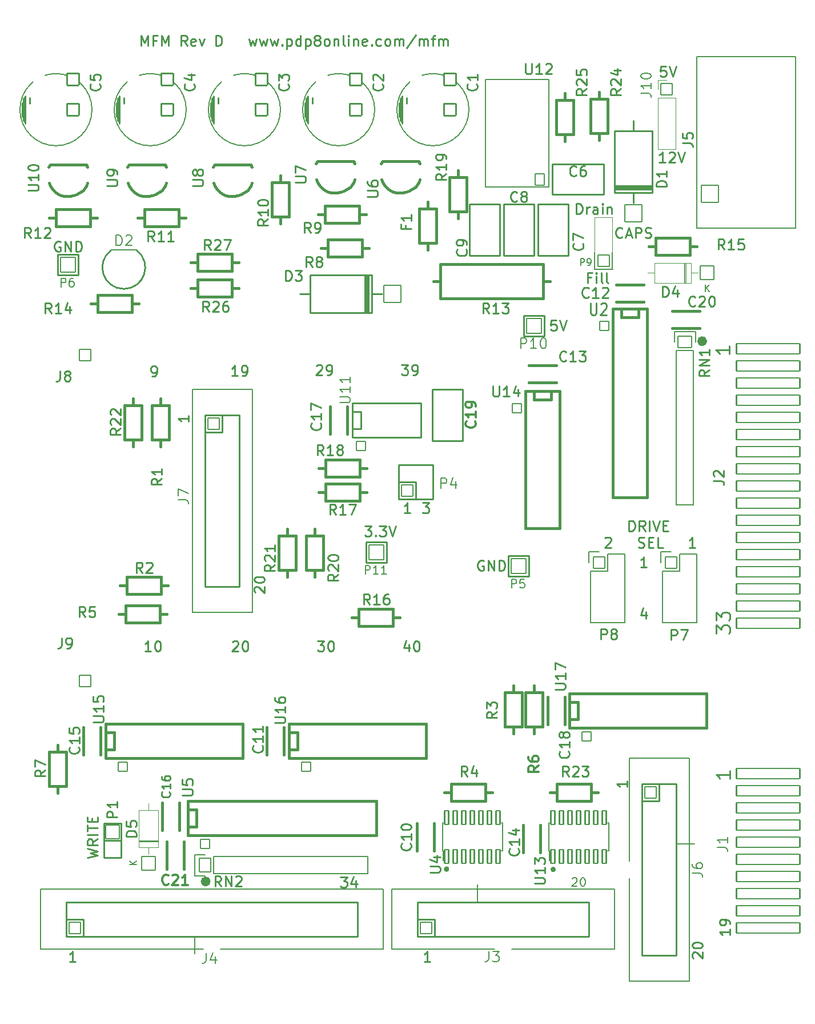
<source format=gto>
%TF.GenerationSoftware,KiCad,Pcbnew,7.0.9-1.fc37*%
%TF.CreationDate,2023-11-18T16:33:53-05:00*%
%TF.ProjectId,top,746f702e-6b69-4636-9164-5f7063625858,D*%
%TF.SameCoordinates,Original*%
%TF.FileFunction,Legend,Top*%
%TF.FilePolarity,Positive*%
%FSLAX46Y46*%
G04 Gerber Fmt 4.6, Leading zero omitted, Abs format (unit mm)*
G04 Created by KiCad (PCBNEW 7.0.9-1.fc37) date 2023-11-18 16:33:53*
%MOMM*%
%LPD*%
G01*
G04 APERTURE LIST*
G04 Aperture macros list*
%AMRoundRect*
0 Rectangle with rounded corners*
0 $1 Rounding radius*
0 $2 $3 $4 $5 $6 $7 $8 $9 X,Y pos of 4 corners*
0 Add a 4 corners polygon primitive as box body*
4,1,4,$2,$3,$4,$5,$6,$7,$8,$9,$2,$3,0*
0 Add four circle primitives for the rounded corners*
1,1,$1+$1,$2,$3*
1,1,$1+$1,$4,$5*
1,1,$1+$1,$6,$7*
1,1,$1+$1,$8,$9*
0 Add four rect primitives between the rounded corners*
20,1,$1+$1,$2,$3,$4,$5,0*
20,1,$1+$1,$4,$5,$6,$7,0*
20,1,$1+$1,$6,$7,$8,$9,0*
20,1,$1+$1,$8,$9,$2,$3,0*%
G04 Aperture macros list end*
%ADD10C,0.381000*%
%ADD11C,0.203200*%
%ADD12C,0.762000*%
%ADD13C,0.254000*%
%ADD14C,0.304800*%
%ADD15C,0.150000*%
%ADD16C,0.177800*%
%ADD17C,0.152400*%
%ADD18C,0.248920*%
%ADD19C,0.120000*%
%ADD20R,1.727200X1.727200*%
%ADD21O,1.727200X1.727200*%
%ADD22R,1.778000X1.778000*%
%ADD23C,1.778000*%
%ADD24R,1.397000X1.397000*%
%ADD25C,1.397000*%
%ADD26C,1.651000*%
%ADD27C,1.998980*%
%ADD28R,2.032000X2.032000*%
%ADD29O,2.032000X2.032000*%
%ADD30C,2.540000*%
%ADD31R,2.540000X2.540000*%
%ADD32C,1.727200*%
%ADD33C,3.302000*%
%ADD34C,1.676400*%
%ADD35C,4.749800*%
%ADD36R,2.235200X2.235200*%
%ADD37C,1.524000*%
%ADD38R,1.371600X1.651000*%
%ADD39O,1.371600X1.651000*%
%ADD40C,3.987800*%
%ADD41C,2.794000*%
%ADD42R,2.032000X1.727200*%
%ADD43O,2.032000X1.727200*%
%ADD44R,1.727200X2.032000*%
%ADD45O,1.727200X2.032000*%
%ADD46RoundRect,0.101600X-0.863600X0.863600X-0.863600X-0.863600X0.863600X-0.863600X0.863600X0.863600X0*%
%ADD47O,1.930400X1.930400*%
%ADD48RoundRect,0.101600X0.889000X-0.889000X0.889000X0.889000X-0.889000X0.889000X-0.889000X-0.889000X0*%
%ADD49C,1.981200*%
%ADD50RoundRect,0.101600X-0.698500X-0.698500X0.698500X-0.698500X0.698500X0.698500X-0.698500X0.698500X0*%
%ADD51C,1.600200*%
%ADD52C,1.854200*%
%ADD53C,2.202180*%
%ADD54RoundRect,0.101600X-1.016000X1.016000X-1.016000X-1.016000X1.016000X-1.016000X1.016000X1.016000X0*%
%ADD55O,2.235200X2.235200*%
%ADD56RoundRect,0.101600X-0.698500X0.698500X-0.698500X-0.698500X0.698500X-0.698500X0.698500X0.698500X0*%
%ADD57C,2.743200*%
%ADD58RoundRect,0.101600X-1.270000X-1.270000X1.270000X-1.270000X1.270000X1.270000X-1.270000X1.270000X0*%
%ADD59RoundRect,0.101600X-1.270000X1.270000X-1.270000X-1.270000X1.270000X-1.270000X1.270000X1.270000X0*%
%ADD60RoundRect,0.101600X0.863600X0.863600X-0.863600X0.863600X-0.863600X-0.863600X0.863600X-0.863600X0*%
%ADD61C,1.930400*%
%ADD62C,3.505200*%
%ADD63C,1.879600*%
%ADD64C,4.953000*%
%ADD65RoundRect,0.101600X-1.117600X-1.117600X1.117600X-1.117600X1.117600X1.117600X-1.117600X1.117600X0*%
%ADD66RoundRect,0.101600X-0.863600X-0.863600X0.863600X-0.863600X0.863600X0.863600X-0.863600X0.863600X0*%
%ADD67RoundRect,0.101600X-0.685800X-0.825500X0.685800X-0.825500X0.685800X0.825500X-0.685800X0.825500X0*%
%ADD68O,1.574800X1.854200*%
%ADD69RoundRect,0.101600X-4.699000X0.762000X-4.699000X-0.762000X4.699000X-0.762000X4.699000X0.762000X0*%
%ADD70C,4.191000*%
%ADD71C,2.997200*%
%ADD72RoundRect,0.101600X-1.016000X0.863600X-1.016000X-0.863600X1.016000X-0.863600X1.016000X0.863600X0*%
%ADD73O,2.235200X1.930400*%
%ADD74RoundRect,0.101600X-0.863600X-1.016000X0.863600X-1.016000X0.863600X1.016000X-0.863600X1.016000X0*%
%ADD75O,1.930400X2.235200*%
%ADD76RoundRect,0.101600X0.300000X-1.000000X0.300000X1.000000X-0.300000X1.000000X-0.300000X-1.000000X0*%
%ADD77RoundRect,0.101600X1.016000X1.016000X-1.016000X1.016000X-1.016000X-1.016000X1.016000X-1.016000X0*%
%ADD78RoundRect,0.101600X1.016000X-1.016000X1.016000X1.016000X-1.016000X1.016000X-1.016000X-1.016000X0*%
G04 APERTURE END LIST*
D10*
X197196257Y-140957300D02*
G75*
G03*
X197196257Y-140957300I-193857J0D01*
G01*
D11*
X185775600Y-143148800D02*
X185775600Y-145765000D01*
X143891000Y-150837900D02*
X143891000Y-153416000D01*
X215246100Y-137147300D02*
X217963900Y-137147300D01*
D12*
X219446236Y-62738000D02*
G75*
G03*
X219446236Y-62738000I-358536J0D01*
G01*
X145838536Y-142740000D02*
G75*
G03*
X145838536Y-142740000I-358536J0D01*
G01*
D10*
X181384757Y-140906500D02*
G75*
G03*
X181384757Y-140906500I-193857J0D01*
G01*
D13*
X213704714Y-22027823D02*
X212979000Y-22027823D01*
X212979000Y-22027823D02*
X212906428Y-22753537D01*
X212906428Y-22753537D02*
X212979000Y-22680966D01*
X212979000Y-22680966D02*
X213124143Y-22608394D01*
X213124143Y-22608394D02*
X213487000Y-22608394D01*
X213487000Y-22608394D02*
X213632143Y-22680966D01*
X213632143Y-22680966D02*
X213704714Y-22753537D01*
X213704714Y-22753537D02*
X213777285Y-22898680D01*
X213777285Y-22898680D02*
X213777285Y-23261537D01*
X213777285Y-23261537D02*
X213704714Y-23406680D01*
X213704714Y-23406680D02*
X213632143Y-23479252D01*
X213632143Y-23479252D02*
X213487000Y-23551823D01*
X213487000Y-23551823D02*
X213124143Y-23551823D01*
X213124143Y-23551823D02*
X212979000Y-23479252D01*
X212979000Y-23479252D02*
X212906428Y-23406680D01*
X214212714Y-22027823D02*
X214720714Y-23551823D01*
X214720714Y-23551823D02*
X215228714Y-22027823D01*
X202611571Y-53308537D02*
X202103571Y-53308537D01*
X202103571Y-54106823D02*
X202103571Y-52582823D01*
X202103571Y-52582823D02*
X202829285Y-52582823D01*
X203409857Y-54106823D02*
X203409857Y-53090823D01*
X203409857Y-52582823D02*
X203337285Y-52655394D01*
X203337285Y-52655394D02*
X203409857Y-52727966D01*
X203409857Y-52727966D02*
X203482428Y-52655394D01*
X203482428Y-52655394D02*
X203409857Y-52582823D01*
X203409857Y-52582823D02*
X203409857Y-52727966D01*
X204353285Y-54106823D02*
X204208142Y-54034252D01*
X204208142Y-54034252D02*
X204135571Y-53889109D01*
X204135571Y-53889109D02*
X204135571Y-52582823D01*
X205151571Y-54106823D02*
X205006428Y-54034252D01*
X205006428Y-54034252D02*
X204933857Y-53889109D01*
X204933857Y-53889109D02*
X204933857Y-52582823D01*
X213610370Y-36251823D02*
X212739513Y-36251823D01*
X213174942Y-36251823D02*
X213174942Y-34727823D01*
X213174942Y-34727823D02*
X213029799Y-34945537D01*
X213029799Y-34945537D02*
X212884656Y-35090680D01*
X212884656Y-35090680D02*
X212739513Y-35163252D01*
X214190942Y-34872966D02*
X214263514Y-34800394D01*
X214263514Y-34800394D02*
X214408657Y-34727823D01*
X214408657Y-34727823D02*
X214771514Y-34727823D01*
X214771514Y-34727823D02*
X214916657Y-34800394D01*
X214916657Y-34800394D02*
X214989228Y-34872966D01*
X214989228Y-34872966D02*
X215061799Y-35018109D01*
X215061799Y-35018109D02*
X215061799Y-35163252D01*
X215061799Y-35163252D02*
X214989228Y-35380966D01*
X214989228Y-35380966D02*
X214118371Y-36251823D01*
X214118371Y-36251823D02*
X215061799Y-36251823D01*
X215497228Y-34727823D02*
X216005228Y-36251823D01*
X216005228Y-36251823D02*
X216513228Y-34727823D01*
X217752966Y-154069143D02*
X217680394Y-153996571D01*
X217680394Y-153996571D02*
X217607823Y-153851429D01*
X217607823Y-153851429D02*
X217607823Y-153488571D01*
X217607823Y-153488571D02*
X217680394Y-153343429D01*
X217680394Y-153343429D02*
X217752966Y-153270857D01*
X217752966Y-153270857D02*
X217898109Y-153198286D01*
X217898109Y-153198286D02*
X218043252Y-153198286D01*
X218043252Y-153198286D02*
X218260966Y-153270857D01*
X218260966Y-153270857D02*
X219131823Y-154141714D01*
X219131823Y-154141714D02*
X219131823Y-153198286D01*
X217607823Y-152254857D02*
X217607823Y-152109714D01*
X217607823Y-152109714D02*
X217680394Y-151964571D01*
X217680394Y-151964571D02*
X217752966Y-151892000D01*
X217752966Y-151892000D02*
X217898109Y-151819428D01*
X217898109Y-151819428D02*
X218188394Y-151746857D01*
X218188394Y-151746857D02*
X218551252Y-151746857D01*
X218551252Y-151746857D02*
X218841537Y-151819428D01*
X218841537Y-151819428D02*
X218986680Y-151892000D01*
X218986680Y-151892000D02*
X219059252Y-151964571D01*
X219059252Y-151964571D02*
X219131823Y-152109714D01*
X219131823Y-152109714D02*
X219131823Y-152254857D01*
X219131823Y-152254857D02*
X219059252Y-152400000D01*
X219059252Y-152400000D02*
X218986680Y-152472571D01*
X218986680Y-152472571D02*
X218841537Y-152545142D01*
X218841537Y-152545142D02*
X218551252Y-152617714D01*
X218551252Y-152617714D02*
X218188394Y-152617714D01*
X218188394Y-152617714D02*
X217898109Y-152545142D01*
X217898109Y-152545142D02*
X217752966Y-152472571D01*
X217752966Y-152472571D02*
X217680394Y-152400000D01*
X217680394Y-152400000D02*
X217607823Y-152254857D01*
X175822428Y-88194823D02*
X174951571Y-88194823D01*
X175387000Y-88194823D02*
X175387000Y-86670823D01*
X175387000Y-86670823D02*
X175241857Y-86888537D01*
X175241857Y-86888537D02*
X175096714Y-87033680D01*
X175096714Y-87033680D02*
X174951571Y-87106252D01*
X210874428Y-96195823D02*
X210003571Y-96195823D01*
X210439000Y-96195823D02*
X210439000Y-94671823D01*
X210439000Y-94671823D02*
X210293857Y-94889537D01*
X210293857Y-94889537D02*
X210148714Y-95034680D01*
X210148714Y-95034680D02*
X210003571Y-95107252D01*
X135908144Y-18979823D02*
X135908144Y-17455823D01*
X135908144Y-17455823D02*
X136416144Y-18544394D01*
X136416144Y-18544394D02*
X136924144Y-17455823D01*
X136924144Y-17455823D02*
X136924144Y-18979823D01*
X138157858Y-18181537D02*
X137649858Y-18181537D01*
X137649858Y-18979823D02*
X137649858Y-17455823D01*
X137649858Y-17455823D02*
X138375572Y-17455823D01*
X138956144Y-18979823D02*
X138956144Y-17455823D01*
X138956144Y-17455823D02*
X139464144Y-18544394D01*
X139464144Y-18544394D02*
X139972144Y-17455823D01*
X139972144Y-17455823D02*
X139972144Y-18979823D01*
X142729858Y-18979823D02*
X142221858Y-18254109D01*
X141859001Y-18979823D02*
X141859001Y-17455823D01*
X141859001Y-17455823D02*
X142439572Y-17455823D01*
X142439572Y-17455823D02*
X142584715Y-17528394D01*
X142584715Y-17528394D02*
X142657286Y-17600966D01*
X142657286Y-17600966D02*
X142729858Y-17746109D01*
X142729858Y-17746109D02*
X142729858Y-17963823D01*
X142729858Y-17963823D02*
X142657286Y-18108966D01*
X142657286Y-18108966D02*
X142584715Y-18181537D01*
X142584715Y-18181537D02*
X142439572Y-18254109D01*
X142439572Y-18254109D02*
X141859001Y-18254109D01*
X143963572Y-18907252D02*
X143818429Y-18979823D01*
X143818429Y-18979823D02*
X143528144Y-18979823D01*
X143528144Y-18979823D02*
X143383001Y-18907252D01*
X143383001Y-18907252D02*
X143310429Y-18762109D01*
X143310429Y-18762109D02*
X143310429Y-18181537D01*
X143310429Y-18181537D02*
X143383001Y-18036394D01*
X143383001Y-18036394D02*
X143528144Y-17963823D01*
X143528144Y-17963823D02*
X143818429Y-17963823D01*
X143818429Y-17963823D02*
X143963572Y-18036394D01*
X143963572Y-18036394D02*
X144036144Y-18181537D01*
X144036144Y-18181537D02*
X144036144Y-18326680D01*
X144036144Y-18326680D02*
X143310429Y-18471823D01*
X144544144Y-17963823D02*
X144907001Y-18979823D01*
X144907001Y-18979823D02*
X145269858Y-17963823D01*
X147011573Y-18979823D02*
X147011573Y-17455823D01*
X147011573Y-17455823D02*
X147374430Y-17455823D01*
X147374430Y-17455823D02*
X147592144Y-17528394D01*
X147592144Y-17528394D02*
X147737287Y-17673537D01*
X147737287Y-17673537D02*
X147809858Y-17818680D01*
X147809858Y-17818680D02*
X147882430Y-18108966D01*
X147882430Y-18108966D02*
X147882430Y-18326680D01*
X147882430Y-18326680D02*
X147809858Y-18616966D01*
X147809858Y-18616966D02*
X147737287Y-18762109D01*
X147737287Y-18762109D02*
X147592144Y-18907252D01*
X147592144Y-18907252D02*
X147374430Y-18979823D01*
X147374430Y-18979823D02*
X147011573Y-18979823D01*
X151873859Y-17963823D02*
X152164145Y-18979823D01*
X152164145Y-18979823D02*
X152454430Y-18254109D01*
X152454430Y-18254109D02*
X152744716Y-18979823D01*
X152744716Y-18979823D02*
X153035002Y-17963823D01*
X153470430Y-17963823D02*
X153760716Y-18979823D01*
X153760716Y-18979823D02*
X154051001Y-18254109D01*
X154051001Y-18254109D02*
X154341287Y-18979823D01*
X154341287Y-18979823D02*
X154631573Y-17963823D01*
X155067001Y-17963823D02*
X155357287Y-18979823D01*
X155357287Y-18979823D02*
X155647572Y-18254109D01*
X155647572Y-18254109D02*
X155937858Y-18979823D01*
X155937858Y-18979823D02*
X156228144Y-17963823D01*
X156808715Y-18834680D02*
X156881286Y-18907252D01*
X156881286Y-18907252D02*
X156808715Y-18979823D01*
X156808715Y-18979823D02*
X156736143Y-18907252D01*
X156736143Y-18907252D02*
X156808715Y-18834680D01*
X156808715Y-18834680D02*
X156808715Y-18979823D01*
X157534429Y-17963823D02*
X157534429Y-19487823D01*
X157534429Y-18036394D02*
X157679572Y-17963823D01*
X157679572Y-17963823D02*
X157969857Y-17963823D01*
X157969857Y-17963823D02*
X158115000Y-18036394D01*
X158115000Y-18036394D02*
X158187572Y-18108966D01*
X158187572Y-18108966D02*
X158260143Y-18254109D01*
X158260143Y-18254109D02*
X158260143Y-18689537D01*
X158260143Y-18689537D02*
X158187572Y-18834680D01*
X158187572Y-18834680D02*
X158115000Y-18907252D01*
X158115000Y-18907252D02*
X157969857Y-18979823D01*
X157969857Y-18979823D02*
X157679572Y-18979823D01*
X157679572Y-18979823D02*
X157534429Y-18907252D01*
X159566429Y-18979823D02*
X159566429Y-17455823D01*
X159566429Y-18907252D02*
X159421286Y-18979823D01*
X159421286Y-18979823D02*
X159131000Y-18979823D01*
X159131000Y-18979823D02*
X158985857Y-18907252D01*
X158985857Y-18907252D02*
X158913286Y-18834680D01*
X158913286Y-18834680D02*
X158840714Y-18689537D01*
X158840714Y-18689537D02*
X158840714Y-18254109D01*
X158840714Y-18254109D02*
X158913286Y-18108966D01*
X158913286Y-18108966D02*
X158985857Y-18036394D01*
X158985857Y-18036394D02*
X159131000Y-17963823D01*
X159131000Y-17963823D02*
X159421286Y-17963823D01*
X159421286Y-17963823D02*
X159566429Y-18036394D01*
X160292143Y-17963823D02*
X160292143Y-19487823D01*
X160292143Y-18036394D02*
X160437286Y-17963823D01*
X160437286Y-17963823D02*
X160727571Y-17963823D01*
X160727571Y-17963823D02*
X160872714Y-18036394D01*
X160872714Y-18036394D02*
X160945286Y-18108966D01*
X160945286Y-18108966D02*
X161017857Y-18254109D01*
X161017857Y-18254109D02*
X161017857Y-18689537D01*
X161017857Y-18689537D02*
X160945286Y-18834680D01*
X160945286Y-18834680D02*
X160872714Y-18907252D01*
X160872714Y-18907252D02*
X160727571Y-18979823D01*
X160727571Y-18979823D02*
X160437286Y-18979823D01*
X160437286Y-18979823D02*
X160292143Y-18907252D01*
X161888714Y-18108966D02*
X161743571Y-18036394D01*
X161743571Y-18036394D02*
X161671000Y-17963823D01*
X161671000Y-17963823D02*
X161598428Y-17818680D01*
X161598428Y-17818680D02*
X161598428Y-17746109D01*
X161598428Y-17746109D02*
X161671000Y-17600966D01*
X161671000Y-17600966D02*
X161743571Y-17528394D01*
X161743571Y-17528394D02*
X161888714Y-17455823D01*
X161888714Y-17455823D02*
X162179000Y-17455823D01*
X162179000Y-17455823D02*
X162324143Y-17528394D01*
X162324143Y-17528394D02*
X162396714Y-17600966D01*
X162396714Y-17600966D02*
X162469285Y-17746109D01*
X162469285Y-17746109D02*
X162469285Y-17818680D01*
X162469285Y-17818680D02*
X162396714Y-17963823D01*
X162396714Y-17963823D02*
X162324143Y-18036394D01*
X162324143Y-18036394D02*
X162179000Y-18108966D01*
X162179000Y-18108966D02*
X161888714Y-18108966D01*
X161888714Y-18108966D02*
X161743571Y-18181537D01*
X161743571Y-18181537D02*
X161671000Y-18254109D01*
X161671000Y-18254109D02*
X161598428Y-18399252D01*
X161598428Y-18399252D02*
X161598428Y-18689537D01*
X161598428Y-18689537D02*
X161671000Y-18834680D01*
X161671000Y-18834680D02*
X161743571Y-18907252D01*
X161743571Y-18907252D02*
X161888714Y-18979823D01*
X161888714Y-18979823D02*
X162179000Y-18979823D01*
X162179000Y-18979823D02*
X162324143Y-18907252D01*
X162324143Y-18907252D02*
X162396714Y-18834680D01*
X162396714Y-18834680D02*
X162469285Y-18689537D01*
X162469285Y-18689537D02*
X162469285Y-18399252D01*
X162469285Y-18399252D02*
X162396714Y-18254109D01*
X162396714Y-18254109D02*
X162324143Y-18181537D01*
X162324143Y-18181537D02*
X162179000Y-18108966D01*
X163340143Y-18979823D02*
X163195000Y-18907252D01*
X163195000Y-18907252D02*
X163122429Y-18834680D01*
X163122429Y-18834680D02*
X163049857Y-18689537D01*
X163049857Y-18689537D02*
X163049857Y-18254109D01*
X163049857Y-18254109D02*
X163122429Y-18108966D01*
X163122429Y-18108966D02*
X163195000Y-18036394D01*
X163195000Y-18036394D02*
X163340143Y-17963823D01*
X163340143Y-17963823D02*
X163557857Y-17963823D01*
X163557857Y-17963823D02*
X163703000Y-18036394D01*
X163703000Y-18036394D02*
X163775572Y-18108966D01*
X163775572Y-18108966D02*
X163848143Y-18254109D01*
X163848143Y-18254109D02*
X163848143Y-18689537D01*
X163848143Y-18689537D02*
X163775572Y-18834680D01*
X163775572Y-18834680D02*
X163703000Y-18907252D01*
X163703000Y-18907252D02*
X163557857Y-18979823D01*
X163557857Y-18979823D02*
X163340143Y-18979823D01*
X164501286Y-17963823D02*
X164501286Y-18979823D01*
X164501286Y-18108966D02*
X164573857Y-18036394D01*
X164573857Y-18036394D02*
X164719000Y-17963823D01*
X164719000Y-17963823D02*
X164936714Y-17963823D01*
X164936714Y-17963823D02*
X165081857Y-18036394D01*
X165081857Y-18036394D02*
X165154429Y-18181537D01*
X165154429Y-18181537D02*
X165154429Y-18979823D01*
X166097857Y-18979823D02*
X165952714Y-18907252D01*
X165952714Y-18907252D02*
X165880143Y-18762109D01*
X165880143Y-18762109D02*
X165880143Y-17455823D01*
X166678429Y-18979823D02*
X166678429Y-17963823D01*
X166678429Y-17455823D02*
X166605857Y-17528394D01*
X166605857Y-17528394D02*
X166678429Y-17600966D01*
X166678429Y-17600966D02*
X166751000Y-17528394D01*
X166751000Y-17528394D02*
X166678429Y-17455823D01*
X166678429Y-17455823D02*
X166678429Y-17600966D01*
X167404143Y-17963823D02*
X167404143Y-18979823D01*
X167404143Y-18108966D02*
X167476714Y-18036394D01*
X167476714Y-18036394D02*
X167621857Y-17963823D01*
X167621857Y-17963823D02*
X167839571Y-17963823D01*
X167839571Y-17963823D02*
X167984714Y-18036394D01*
X167984714Y-18036394D02*
X168057286Y-18181537D01*
X168057286Y-18181537D02*
X168057286Y-18979823D01*
X169363571Y-18907252D02*
X169218428Y-18979823D01*
X169218428Y-18979823D02*
X168928143Y-18979823D01*
X168928143Y-18979823D02*
X168783000Y-18907252D01*
X168783000Y-18907252D02*
X168710428Y-18762109D01*
X168710428Y-18762109D02*
X168710428Y-18181537D01*
X168710428Y-18181537D02*
X168783000Y-18036394D01*
X168783000Y-18036394D02*
X168928143Y-17963823D01*
X168928143Y-17963823D02*
X169218428Y-17963823D01*
X169218428Y-17963823D02*
X169363571Y-18036394D01*
X169363571Y-18036394D02*
X169436143Y-18181537D01*
X169436143Y-18181537D02*
X169436143Y-18326680D01*
X169436143Y-18326680D02*
X168710428Y-18471823D01*
X170089286Y-18834680D02*
X170161857Y-18907252D01*
X170161857Y-18907252D02*
X170089286Y-18979823D01*
X170089286Y-18979823D02*
X170016714Y-18907252D01*
X170016714Y-18907252D02*
X170089286Y-18834680D01*
X170089286Y-18834680D02*
X170089286Y-18979823D01*
X171468143Y-18907252D02*
X171323000Y-18979823D01*
X171323000Y-18979823D02*
X171032714Y-18979823D01*
X171032714Y-18979823D02*
X170887571Y-18907252D01*
X170887571Y-18907252D02*
X170815000Y-18834680D01*
X170815000Y-18834680D02*
X170742428Y-18689537D01*
X170742428Y-18689537D02*
X170742428Y-18254109D01*
X170742428Y-18254109D02*
X170815000Y-18108966D01*
X170815000Y-18108966D02*
X170887571Y-18036394D01*
X170887571Y-18036394D02*
X171032714Y-17963823D01*
X171032714Y-17963823D02*
X171323000Y-17963823D01*
X171323000Y-17963823D02*
X171468143Y-18036394D01*
X172339000Y-18979823D02*
X172193857Y-18907252D01*
X172193857Y-18907252D02*
X172121286Y-18834680D01*
X172121286Y-18834680D02*
X172048714Y-18689537D01*
X172048714Y-18689537D02*
X172048714Y-18254109D01*
X172048714Y-18254109D02*
X172121286Y-18108966D01*
X172121286Y-18108966D02*
X172193857Y-18036394D01*
X172193857Y-18036394D02*
X172339000Y-17963823D01*
X172339000Y-17963823D02*
X172556714Y-17963823D01*
X172556714Y-17963823D02*
X172701857Y-18036394D01*
X172701857Y-18036394D02*
X172774429Y-18108966D01*
X172774429Y-18108966D02*
X172847000Y-18254109D01*
X172847000Y-18254109D02*
X172847000Y-18689537D01*
X172847000Y-18689537D02*
X172774429Y-18834680D01*
X172774429Y-18834680D02*
X172701857Y-18907252D01*
X172701857Y-18907252D02*
X172556714Y-18979823D01*
X172556714Y-18979823D02*
X172339000Y-18979823D01*
X173500143Y-18979823D02*
X173500143Y-17963823D01*
X173500143Y-18108966D02*
X173572714Y-18036394D01*
X173572714Y-18036394D02*
X173717857Y-17963823D01*
X173717857Y-17963823D02*
X173935571Y-17963823D01*
X173935571Y-17963823D02*
X174080714Y-18036394D01*
X174080714Y-18036394D02*
X174153286Y-18181537D01*
X174153286Y-18181537D02*
X174153286Y-18979823D01*
X174153286Y-18181537D02*
X174225857Y-18036394D01*
X174225857Y-18036394D02*
X174371000Y-17963823D01*
X174371000Y-17963823D02*
X174588714Y-17963823D01*
X174588714Y-17963823D02*
X174733857Y-18036394D01*
X174733857Y-18036394D02*
X174806428Y-18181537D01*
X174806428Y-18181537D02*
X174806428Y-18979823D01*
X176620714Y-17383252D02*
X175314428Y-19342680D01*
X177128714Y-18979823D02*
X177128714Y-17963823D01*
X177128714Y-18108966D02*
X177201285Y-18036394D01*
X177201285Y-18036394D02*
X177346428Y-17963823D01*
X177346428Y-17963823D02*
X177564142Y-17963823D01*
X177564142Y-17963823D02*
X177709285Y-18036394D01*
X177709285Y-18036394D02*
X177781857Y-18181537D01*
X177781857Y-18181537D02*
X177781857Y-18979823D01*
X177781857Y-18181537D02*
X177854428Y-18036394D01*
X177854428Y-18036394D02*
X177999571Y-17963823D01*
X177999571Y-17963823D02*
X178217285Y-17963823D01*
X178217285Y-17963823D02*
X178362428Y-18036394D01*
X178362428Y-18036394D02*
X178434999Y-18181537D01*
X178434999Y-18181537D02*
X178434999Y-18979823D01*
X178942999Y-17963823D02*
X179523571Y-17963823D01*
X179160714Y-18979823D02*
X179160714Y-17673537D01*
X179160714Y-17673537D02*
X179233285Y-17528394D01*
X179233285Y-17528394D02*
X179378428Y-17455823D01*
X179378428Y-17455823D02*
X179523571Y-17455823D01*
X180031571Y-18979823D02*
X180031571Y-17963823D01*
X180031571Y-18108966D02*
X180104142Y-18036394D01*
X180104142Y-18036394D02*
X180249285Y-17963823D01*
X180249285Y-17963823D02*
X180466999Y-17963823D01*
X180466999Y-17963823D02*
X180612142Y-18036394D01*
X180612142Y-18036394D02*
X180684714Y-18181537D01*
X180684714Y-18181537D02*
X180684714Y-18979823D01*
X180684714Y-18181537D02*
X180757285Y-18036394D01*
X180757285Y-18036394D02*
X180902428Y-17963823D01*
X180902428Y-17963823D02*
X181120142Y-17963823D01*
X181120142Y-17963823D02*
X181265285Y-18036394D01*
X181265285Y-18036394D02*
X181337856Y-18181537D01*
X181337856Y-18181537D02*
X181337856Y-18979823D01*
X123933857Y-48008394D02*
X123788715Y-47935823D01*
X123788715Y-47935823D02*
X123571000Y-47935823D01*
X123571000Y-47935823D02*
X123353286Y-48008394D01*
X123353286Y-48008394D02*
X123208143Y-48153537D01*
X123208143Y-48153537D02*
X123135572Y-48298680D01*
X123135572Y-48298680D02*
X123063000Y-48588966D01*
X123063000Y-48588966D02*
X123063000Y-48806680D01*
X123063000Y-48806680D02*
X123135572Y-49096966D01*
X123135572Y-49096966D02*
X123208143Y-49242109D01*
X123208143Y-49242109D02*
X123353286Y-49387252D01*
X123353286Y-49387252D02*
X123571000Y-49459823D01*
X123571000Y-49459823D02*
X123716143Y-49459823D01*
X123716143Y-49459823D02*
X123933857Y-49387252D01*
X123933857Y-49387252D02*
X124006429Y-49314680D01*
X124006429Y-49314680D02*
X124006429Y-48806680D01*
X124006429Y-48806680D02*
X123716143Y-48806680D01*
X124659572Y-49459823D02*
X124659572Y-47935823D01*
X124659572Y-47935823D02*
X125530429Y-49459823D01*
X125530429Y-49459823D02*
X125530429Y-47935823D01*
X126256143Y-49459823D02*
X126256143Y-47935823D01*
X126256143Y-47935823D02*
X126619000Y-47935823D01*
X126619000Y-47935823D02*
X126836714Y-48008394D01*
X126836714Y-48008394D02*
X126981857Y-48153537D01*
X126981857Y-48153537D02*
X127054428Y-48298680D01*
X127054428Y-48298680D02*
X127127000Y-48588966D01*
X127127000Y-48588966D02*
X127127000Y-48806680D01*
X127127000Y-48806680D02*
X127054428Y-49096966D01*
X127054428Y-49096966D02*
X126981857Y-49242109D01*
X126981857Y-49242109D02*
X126836714Y-49387252D01*
X126836714Y-49387252D02*
X126619000Y-49459823D01*
X126619000Y-49459823D02*
X126256143Y-49459823D01*
X152843266Y-99929043D02*
X152770694Y-99856471D01*
X152770694Y-99856471D02*
X152698123Y-99711329D01*
X152698123Y-99711329D02*
X152698123Y-99348471D01*
X152698123Y-99348471D02*
X152770694Y-99203329D01*
X152770694Y-99203329D02*
X152843266Y-99130757D01*
X152843266Y-99130757D02*
X152988409Y-99058186D01*
X152988409Y-99058186D02*
X153133552Y-99058186D01*
X153133552Y-99058186D02*
X153351266Y-99130757D01*
X153351266Y-99130757D02*
X154222123Y-100001614D01*
X154222123Y-100001614D02*
X154222123Y-99058186D01*
X152698123Y-98114757D02*
X152698123Y-97969614D01*
X152698123Y-97969614D02*
X152770694Y-97824471D01*
X152770694Y-97824471D02*
X152843266Y-97751900D01*
X152843266Y-97751900D02*
X152988409Y-97679328D01*
X152988409Y-97679328D02*
X153278694Y-97606757D01*
X153278694Y-97606757D02*
X153641552Y-97606757D01*
X153641552Y-97606757D02*
X153931837Y-97679328D01*
X153931837Y-97679328D02*
X154076980Y-97751900D01*
X154076980Y-97751900D02*
X154149552Y-97824471D01*
X154149552Y-97824471D02*
X154222123Y-97969614D01*
X154222123Y-97969614D02*
X154222123Y-98114757D01*
X154222123Y-98114757D02*
X154149552Y-98259900D01*
X154149552Y-98259900D02*
X154076980Y-98332471D01*
X154076980Y-98332471D02*
X153931837Y-98405042D01*
X153931837Y-98405042D02*
X153641552Y-98477614D01*
X153641552Y-98477614D02*
X153278694Y-98477614D01*
X153278694Y-98477614D02*
X152988409Y-98405042D01*
X152988409Y-98405042D02*
X152843266Y-98332471D01*
X152843266Y-98332471D02*
X152770694Y-98259900D01*
X152770694Y-98259900D02*
X152698123Y-98114757D01*
X126165428Y-154615823D02*
X125294571Y-154615823D01*
X125730000Y-154615823D02*
X125730000Y-153091823D01*
X125730000Y-153091823D02*
X125584857Y-153309537D01*
X125584857Y-153309537D02*
X125439714Y-153454680D01*
X125439714Y-153454680D02*
X125294571Y-153527252D01*
X197448714Y-59619823D02*
X196723000Y-59619823D01*
X196723000Y-59619823D02*
X196650428Y-60345537D01*
X196650428Y-60345537D02*
X196723000Y-60272966D01*
X196723000Y-60272966D02*
X196868143Y-60200394D01*
X196868143Y-60200394D02*
X197231000Y-60200394D01*
X197231000Y-60200394D02*
X197376143Y-60272966D01*
X197376143Y-60272966D02*
X197448714Y-60345537D01*
X197448714Y-60345537D02*
X197521285Y-60490680D01*
X197521285Y-60490680D02*
X197521285Y-60853537D01*
X197521285Y-60853537D02*
X197448714Y-60998680D01*
X197448714Y-60998680D02*
X197376143Y-61071252D01*
X197376143Y-61071252D02*
X197231000Y-61143823D01*
X197231000Y-61143823D02*
X196868143Y-61143823D01*
X196868143Y-61143823D02*
X196723000Y-61071252D01*
X196723000Y-61071252D02*
X196650428Y-60998680D01*
X197956714Y-59619823D02*
X198464714Y-61143823D01*
X198464714Y-61143823D02*
X198972714Y-59619823D01*
X127945823Y-139191999D02*
X129469823Y-138829142D01*
X129469823Y-138829142D02*
X128381252Y-138538856D01*
X128381252Y-138538856D02*
X129469823Y-138248571D01*
X129469823Y-138248571D02*
X127945823Y-137885714D01*
X129469823Y-136434285D02*
X128744109Y-136942285D01*
X129469823Y-137305142D02*
X127945823Y-137305142D01*
X127945823Y-137305142D02*
X127945823Y-136724571D01*
X127945823Y-136724571D02*
X128018394Y-136579428D01*
X128018394Y-136579428D02*
X128090966Y-136506857D01*
X128090966Y-136506857D02*
X128236109Y-136434285D01*
X128236109Y-136434285D02*
X128453823Y-136434285D01*
X128453823Y-136434285D02*
X128598966Y-136506857D01*
X128598966Y-136506857D02*
X128671537Y-136579428D01*
X128671537Y-136579428D02*
X128744109Y-136724571D01*
X128744109Y-136724571D02*
X128744109Y-137305142D01*
X129469823Y-135781142D02*
X127945823Y-135781142D01*
X127945823Y-135273143D02*
X127945823Y-134402286D01*
X129469823Y-134837714D02*
X127945823Y-134837714D01*
X128671537Y-133894285D02*
X128671537Y-133386285D01*
X129469823Y-133168571D02*
X129469823Y-133894285D01*
X129469823Y-133894285D02*
X127945823Y-133894285D01*
X127945823Y-133894285D02*
X127945823Y-133168571D01*
X169073285Y-90099823D02*
X170016713Y-90099823D01*
X170016713Y-90099823D02*
X169508713Y-90680394D01*
X169508713Y-90680394D02*
X169726428Y-90680394D01*
X169726428Y-90680394D02*
X169871571Y-90752966D01*
X169871571Y-90752966D02*
X169944142Y-90825537D01*
X169944142Y-90825537D02*
X170016713Y-90970680D01*
X170016713Y-90970680D02*
X170016713Y-91333537D01*
X170016713Y-91333537D02*
X169944142Y-91478680D01*
X169944142Y-91478680D02*
X169871571Y-91551252D01*
X169871571Y-91551252D02*
X169726428Y-91623823D01*
X169726428Y-91623823D02*
X169290999Y-91623823D01*
X169290999Y-91623823D02*
X169145856Y-91551252D01*
X169145856Y-91551252D02*
X169073285Y-91478680D01*
X170669857Y-91478680D02*
X170742428Y-91551252D01*
X170742428Y-91551252D02*
X170669857Y-91623823D01*
X170669857Y-91623823D02*
X170597285Y-91551252D01*
X170597285Y-91551252D02*
X170669857Y-91478680D01*
X170669857Y-91478680D02*
X170669857Y-91623823D01*
X171250428Y-90099823D02*
X172193856Y-90099823D01*
X172193856Y-90099823D02*
X171685856Y-90680394D01*
X171685856Y-90680394D02*
X171903571Y-90680394D01*
X171903571Y-90680394D02*
X172048714Y-90752966D01*
X172048714Y-90752966D02*
X172121285Y-90825537D01*
X172121285Y-90825537D02*
X172193856Y-90970680D01*
X172193856Y-90970680D02*
X172193856Y-91333537D01*
X172193856Y-91333537D02*
X172121285Y-91478680D01*
X172121285Y-91478680D02*
X172048714Y-91551252D01*
X172048714Y-91551252D02*
X171903571Y-91623823D01*
X171903571Y-91623823D02*
X171468142Y-91623823D01*
X171468142Y-91623823D02*
X171322999Y-91551252D01*
X171322999Y-91551252D02*
X171250428Y-91478680D01*
X172629285Y-90099823D02*
X173137285Y-91623823D01*
X173137285Y-91623823D02*
X173645285Y-90099823D01*
X210729286Y-102799823D02*
X210729286Y-103815823D01*
X210366428Y-102219252D02*
X210003571Y-103307823D01*
X210003571Y-103307823D02*
X210947000Y-103307823D01*
X186671857Y-95252394D02*
X186526715Y-95179823D01*
X186526715Y-95179823D02*
X186309000Y-95179823D01*
X186309000Y-95179823D02*
X186091286Y-95252394D01*
X186091286Y-95252394D02*
X185946143Y-95397537D01*
X185946143Y-95397537D02*
X185873572Y-95542680D01*
X185873572Y-95542680D02*
X185801000Y-95832966D01*
X185801000Y-95832966D02*
X185801000Y-96050680D01*
X185801000Y-96050680D02*
X185873572Y-96340966D01*
X185873572Y-96340966D02*
X185946143Y-96486109D01*
X185946143Y-96486109D02*
X186091286Y-96631252D01*
X186091286Y-96631252D02*
X186309000Y-96703823D01*
X186309000Y-96703823D02*
X186454143Y-96703823D01*
X186454143Y-96703823D02*
X186671857Y-96631252D01*
X186671857Y-96631252D02*
X186744429Y-96558680D01*
X186744429Y-96558680D02*
X186744429Y-96050680D01*
X186744429Y-96050680D02*
X186454143Y-96050680D01*
X187397572Y-96703823D02*
X187397572Y-95179823D01*
X187397572Y-95179823D02*
X188268429Y-96703823D01*
X188268429Y-96703823D02*
X188268429Y-95179823D01*
X188994143Y-96703823D02*
X188994143Y-95179823D01*
X188994143Y-95179823D02*
X189357000Y-95179823D01*
X189357000Y-95179823D02*
X189574714Y-95252394D01*
X189574714Y-95252394D02*
X189719857Y-95397537D01*
X189719857Y-95397537D02*
X189792428Y-95542680D01*
X189792428Y-95542680D02*
X189865000Y-95832966D01*
X189865000Y-95832966D02*
X189865000Y-96050680D01*
X189865000Y-96050680D02*
X189792428Y-96340966D01*
X189792428Y-96340966D02*
X189719857Y-96486109D01*
X189719857Y-96486109D02*
X189574714Y-96631252D01*
X189574714Y-96631252D02*
X189357000Y-96703823D01*
X189357000Y-96703823D02*
X188994143Y-96703823D01*
X207955823Y-127834571D02*
X207955823Y-128705428D01*
X207955823Y-128269999D02*
X206431823Y-128269999D01*
X206431823Y-128269999D02*
X206649537Y-128415142D01*
X206649537Y-128415142D02*
X206794680Y-128560285D01*
X206794680Y-128560285D02*
X206867252Y-128705428D01*
X177609500Y-86670823D02*
X178552928Y-86670823D01*
X178552928Y-86670823D02*
X178044928Y-87251394D01*
X178044928Y-87251394D02*
X178262643Y-87251394D01*
X178262643Y-87251394D02*
X178407786Y-87323966D01*
X178407786Y-87323966D02*
X178480357Y-87396537D01*
X178480357Y-87396537D02*
X178552928Y-87541680D01*
X178552928Y-87541680D02*
X178552928Y-87904537D01*
X178552928Y-87904537D02*
X178480357Y-88049680D01*
X178480357Y-88049680D02*
X178407786Y-88122252D01*
X178407786Y-88122252D02*
X178262643Y-88194823D01*
X178262643Y-88194823D02*
X177827214Y-88194823D01*
X177827214Y-88194823D02*
X177682071Y-88122252D01*
X177682071Y-88122252D02*
X177609500Y-88049680D01*
X208254791Y-90828803D02*
X208254791Y-89304803D01*
X208254791Y-89304803D02*
X208617648Y-89304803D01*
X208617648Y-89304803D02*
X208835362Y-89377374D01*
X208835362Y-89377374D02*
X208980505Y-89522517D01*
X208980505Y-89522517D02*
X209053076Y-89667660D01*
X209053076Y-89667660D02*
X209125648Y-89957946D01*
X209125648Y-89957946D02*
X209125648Y-90175660D01*
X209125648Y-90175660D02*
X209053076Y-90465946D01*
X209053076Y-90465946D02*
X208980505Y-90611089D01*
X208980505Y-90611089D02*
X208835362Y-90756232D01*
X208835362Y-90756232D02*
X208617648Y-90828803D01*
X208617648Y-90828803D02*
X208254791Y-90828803D01*
X210649648Y-90828803D02*
X210141648Y-90103089D01*
X209778791Y-90828803D02*
X209778791Y-89304803D01*
X209778791Y-89304803D02*
X210359362Y-89304803D01*
X210359362Y-89304803D02*
X210504505Y-89377374D01*
X210504505Y-89377374D02*
X210577076Y-89449946D01*
X210577076Y-89449946D02*
X210649648Y-89595089D01*
X210649648Y-89595089D02*
X210649648Y-89812803D01*
X210649648Y-89812803D02*
X210577076Y-89957946D01*
X210577076Y-89957946D02*
X210504505Y-90030517D01*
X210504505Y-90030517D02*
X210359362Y-90103089D01*
X210359362Y-90103089D02*
X209778791Y-90103089D01*
X211302791Y-90828803D02*
X211302791Y-89304803D01*
X211810790Y-89304803D02*
X212318790Y-90828803D01*
X212318790Y-90828803D02*
X212826790Y-89304803D01*
X213334791Y-90030517D02*
X213842791Y-90030517D01*
X214060505Y-90828803D02*
X213334791Y-90828803D01*
X213334791Y-90828803D02*
X213334791Y-89304803D01*
X213334791Y-89304803D02*
X214060505Y-89304803D01*
X204698790Y-91903586D02*
X204771362Y-91831014D01*
X204771362Y-91831014D02*
X204916505Y-91758443D01*
X204916505Y-91758443D02*
X205279362Y-91758443D01*
X205279362Y-91758443D02*
X205424505Y-91831014D01*
X205424505Y-91831014D02*
X205497076Y-91903586D01*
X205497076Y-91903586D02*
X205569647Y-92048729D01*
X205569647Y-92048729D02*
X205569647Y-92193872D01*
X205569647Y-92193872D02*
X205497076Y-92411586D01*
X205497076Y-92411586D02*
X204626219Y-93282443D01*
X204626219Y-93282443D02*
X205569647Y-93282443D01*
X209633648Y-93209872D02*
X209851363Y-93282443D01*
X209851363Y-93282443D02*
X210214220Y-93282443D01*
X210214220Y-93282443D02*
X210359363Y-93209872D01*
X210359363Y-93209872D02*
X210431934Y-93137300D01*
X210431934Y-93137300D02*
X210504505Y-92992157D01*
X210504505Y-92992157D02*
X210504505Y-92847014D01*
X210504505Y-92847014D02*
X210431934Y-92701872D01*
X210431934Y-92701872D02*
X210359363Y-92629300D01*
X210359363Y-92629300D02*
X210214220Y-92556729D01*
X210214220Y-92556729D02*
X209923934Y-92484157D01*
X209923934Y-92484157D02*
X209778791Y-92411586D01*
X209778791Y-92411586D02*
X209706220Y-92339014D01*
X209706220Y-92339014D02*
X209633648Y-92193872D01*
X209633648Y-92193872D02*
X209633648Y-92048729D01*
X209633648Y-92048729D02*
X209706220Y-91903586D01*
X209706220Y-91903586D02*
X209778791Y-91831014D01*
X209778791Y-91831014D02*
X209923934Y-91758443D01*
X209923934Y-91758443D02*
X210286791Y-91758443D01*
X210286791Y-91758443D02*
X210504505Y-91831014D01*
X211157649Y-92484157D02*
X211665649Y-92484157D01*
X211883363Y-93282443D02*
X211157649Y-93282443D01*
X211157649Y-93282443D02*
X211157649Y-91758443D01*
X211157649Y-91758443D02*
X211883363Y-91758443D01*
X213262220Y-93282443D02*
X212536506Y-93282443D01*
X212536506Y-93282443D02*
X212536506Y-91758443D01*
X218051934Y-93282443D02*
X217181077Y-93282443D01*
X217616506Y-93282443D02*
X217616506Y-91758443D01*
X217616506Y-91758443D02*
X217471363Y-91976157D01*
X217471363Y-91976157D02*
X217326220Y-92121300D01*
X217326220Y-92121300D02*
X217181077Y-92193872D01*
D11*
X199819380Y-142302911D02*
X199879856Y-142242435D01*
X199879856Y-142242435D02*
X200000809Y-142181959D01*
X200000809Y-142181959D02*
X200303190Y-142181959D01*
X200303190Y-142181959D02*
X200424142Y-142242435D01*
X200424142Y-142242435D02*
X200484618Y-142302911D01*
X200484618Y-142302911D02*
X200545095Y-142423863D01*
X200545095Y-142423863D02*
X200545095Y-142544816D01*
X200545095Y-142544816D02*
X200484618Y-142726244D01*
X200484618Y-142726244D02*
X199758904Y-143451959D01*
X199758904Y-143451959D02*
X200545095Y-143451959D01*
X201331285Y-142181959D02*
X201452238Y-142181959D01*
X201452238Y-142181959D02*
X201573190Y-142242435D01*
X201573190Y-142242435D02*
X201633666Y-142302911D01*
X201633666Y-142302911D02*
X201694142Y-142423863D01*
X201694142Y-142423863D02*
X201754619Y-142665768D01*
X201754619Y-142665768D02*
X201754619Y-142968149D01*
X201754619Y-142968149D02*
X201694142Y-143210054D01*
X201694142Y-143210054D02*
X201633666Y-143331006D01*
X201633666Y-143331006D02*
X201573190Y-143391483D01*
X201573190Y-143391483D02*
X201452238Y-143451959D01*
X201452238Y-143451959D02*
X201331285Y-143451959D01*
X201331285Y-143451959D02*
X201210333Y-143391483D01*
X201210333Y-143391483D02*
X201149857Y-143331006D01*
X201149857Y-143331006D02*
X201089380Y-143210054D01*
X201089380Y-143210054D02*
X201028904Y-142968149D01*
X201028904Y-142968149D02*
X201028904Y-142665768D01*
X201028904Y-142665768D02*
X201089380Y-142423863D01*
X201089380Y-142423863D02*
X201149857Y-142302911D01*
X201149857Y-142302911D02*
X201210333Y-142242435D01*
X201210333Y-142242435D02*
X201331285Y-142181959D01*
D13*
X178743428Y-154615823D02*
X177872571Y-154615823D01*
X178308000Y-154615823D02*
X178308000Y-153091823D01*
X178308000Y-153091823D02*
X178162857Y-153309537D01*
X178162857Y-153309537D02*
X178017714Y-153454680D01*
X178017714Y-153454680D02*
X177872571Y-153527252D01*
X165491885Y-142080923D02*
X166435313Y-142080923D01*
X166435313Y-142080923D02*
X165927313Y-142661494D01*
X165927313Y-142661494D02*
X166145028Y-142661494D01*
X166145028Y-142661494D02*
X166290171Y-142734066D01*
X166290171Y-142734066D02*
X166362742Y-142806637D01*
X166362742Y-142806637D02*
X166435313Y-142951780D01*
X166435313Y-142951780D02*
X166435313Y-143314637D01*
X166435313Y-143314637D02*
X166362742Y-143459780D01*
X166362742Y-143459780D02*
X166290171Y-143532352D01*
X166290171Y-143532352D02*
X166145028Y-143604923D01*
X166145028Y-143604923D02*
X165709599Y-143604923D01*
X165709599Y-143604923D02*
X165564456Y-143532352D01*
X165564456Y-143532352D02*
X165491885Y-143459780D01*
X167741600Y-142588923D02*
X167741600Y-143604923D01*
X167378742Y-142008352D02*
X167015885Y-143096923D01*
X167015885Y-143096923D02*
X167959314Y-143096923D01*
X207235857Y-47286680D02*
X207163285Y-47359252D01*
X207163285Y-47359252D02*
X206945571Y-47431823D01*
X206945571Y-47431823D02*
X206800428Y-47431823D01*
X206800428Y-47431823D02*
X206582714Y-47359252D01*
X206582714Y-47359252D02*
X206437571Y-47214109D01*
X206437571Y-47214109D02*
X206365000Y-47068966D01*
X206365000Y-47068966D02*
X206292428Y-46778680D01*
X206292428Y-46778680D02*
X206292428Y-46560966D01*
X206292428Y-46560966D02*
X206365000Y-46270680D01*
X206365000Y-46270680D02*
X206437571Y-46125537D01*
X206437571Y-46125537D02*
X206582714Y-45980394D01*
X206582714Y-45980394D02*
X206800428Y-45907823D01*
X206800428Y-45907823D02*
X206945571Y-45907823D01*
X206945571Y-45907823D02*
X207163285Y-45980394D01*
X207163285Y-45980394D02*
X207235857Y-46052966D01*
X207816428Y-46996394D02*
X208542143Y-46996394D01*
X207671285Y-47431823D02*
X208179285Y-45907823D01*
X208179285Y-45907823D02*
X208687285Y-47431823D01*
X209195286Y-47431823D02*
X209195286Y-45907823D01*
X209195286Y-45907823D02*
X209775857Y-45907823D01*
X209775857Y-45907823D02*
X209921000Y-45980394D01*
X209921000Y-45980394D02*
X209993571Y-46052966D01*
X209993571Y-46052966D02*
X210066143Y-46198109D01*
X210066143Y-46198109D02*
X210066143Y-46415823D01*
X210066143Y-46415823D02*
X209993571Y-46560966D01*
X209993571Y-46560966D02*
X209921000Y-46633537D01*
X209921000Y-46633537D02*
X209775857Y-46706109D01*
X209775857Y-46706109D02*
X209195286Y-46706109D01*
X210646714Y-47359252D02*
X210864429Y-47431823D01*
X210864429Y-47431823D02*
X211227286Y-47431823D01*
X211227286Y-47431823D02*
X211372429Y-47359252D01*
X211372429Y-47359252D02*
X211445000Y-47286680D01*
X211445000Y-47286680D02*
X211517571Y-47141537D01*
X211517571Y-47141537D02*
X211517571Y-46996394D01*
X211517571Y-46996394D02*
X211445000Y-46851252D01*
X211445000Y-46851252D02*
X211372429Y-46778680D01*
X211372429Y-46778680D02*
X211227286Y-46706109D01*
X211227286Y-46706109D02*
X210937000Y-46633537D01*
X210937000Y-46633537D02*
X210791857Y-46560966D01*
X210791857Y-46560966D02*
X210719286Y-46488394D01*
X210719286Y-46488394D02*
X210646714Y-46343252D01*
X210646714Y-46343252D02*
X210646714Y-46198109D01*
X210646714Y-46198109D02*
X210719286Y-46052966D01*
X210719286Y-46052966D02*
X210791857Y-45980394D01*
X210791857Y-45980394D02*
X210937000Y-45907823D01*
X210937000Y-45907823D02*
X211299857Y-45907823D01*
X211299857Y-45907823D02*
X211517571Y-45980394D01*
X200460429Y-43871823D02*
X200460429Y-42347823D01*
X200460429Y-42347823D02*
X200823286Y-42347823D01*
X200823286Y-42347823D02*
X201041000Y-42420394D01*
X201041000Y-42420394D02*
X201186143Y-42565537D01*
X201186143Y-42565537D02*
X201258714Y-42710680D01*
X201258714Y-42710680D02*
X201331286Y-43000966D01*
X201331286Y-43000966D02*
X201331286Y-43218680D01*
X201331286Y-43218680D02*
X201258714Y-43508966D01*
X201258714Y-43508966D02*
X201186143Y-43654109D01*
X201186143Y-43654109D02*
X201041000Y-43799252D01*
X201041000Y-43799252D02*
X200823286Y-43871823D01*
X200823286Y-43871823D02*
X200460429Y-43871823D01*
X201984429Y-43871823D02*
X201984429Y-42855823D01*
X201984429Y-43146109D02*
X202057000Y-43000966D01*
X202057000Y-43000966D02*
X202129572Y-42928394D01*
X202129572Y-42928394D02*
X202274714Y-42855823D01*
X202274714Y-42855823D02*
X202419857Y-42855823D01*
X203581001Y-43871823D02*
X203581001Y-43073537D01*
X203581001Y-43073537D02*
X203508429Y-42928394D01*
X203508429Y-42928394D02*
X203363286Y-42855823D01*
X203363286Y-42855823D02*
X203073001Y-42855823D01*
X203073001Y-42855823D02*
X202927858Y-42928394D01*
X203581001Y-43799252D02*
X203435858Y-43871823D01*
X203435858Y-43871823D02*
X203073001Y-43871823D01*
X203073001Y-43871823D02*
X202927858Y-43799252D01*
X202927858Y-43799252D02*
X202855286Y-43654109D01*
X202855286Y-43654109D02*
X202855286Y-43508966D01*
X202855286Y-43508966D02*
X202927858Y-43363823D01*
X202927858Y-43363823D02*
X203073001Y-43291252D01*
X203073001Y-43291252D02*
X203435858Y-43291252D01*
X203435858Y-43291252D02*
X203581001Y-43218680D01*
X204306715Y-43871823D02*
X204306715Y-42855823D01*
X204306715Y-42347823D02*
X204234143Y-42420394D01*
X204234143Y-42420394D02*
X204306715Y-42492966D01*
X204306715Y-42492966D02*
X204379286Y-42420394D01*
X204379286Y-42420394D02*
X204306715Y-42347823D01*
X204306715Y-42347823D02*
X204306715Y-42492966D01*
X205032429Y-42855823D02*
X205032429Y-43871823D01*
X205032429Y-43000966D02*
X205105000Y-42928394D01*
X205105000Y-42928394D02*
X205250143Y-42855823D01*
X205250143Y-42855823D02*
X205467857Y-42855823D01*
X205467857Y-42855823D02*
X205613000Y-42928394D01*
X205613000Y-42928394D02*
X205685572Y-43073537D01*
X205685572Y-43073537D02*
X205685572Y-43871823D01*
X142931823Y-73732571D02*
X142931823Y-74603428D01*
X142931823Y-74167999D02*
X141407823Y-74167999D01*
X141407823Y-74167999D02*
X141625537Y-74313142D01*
X141625537Y-74313142D02*
X141770680Y-74458285D01*
X141770680Y-74458285D02*
X141843252Y-74603428D01*
D11*
X217610464Y-141478000D02*
X218699035Y-141478000D01*
X218699035Y-141478000D02*
X218916750Y-141550571D01*
X218916750Y-141550571D02*
X219061893Y-141695714D01*
X219061893Y-141695714D02*
X219134464Y-141913428D01*
X219134464Y-141913428D02*
X219134464Y-142058571D01*
X217610464Y-140099143D02*
X217610464Y-140389428D01*
X217610464Y-140389428D02*
X217683035Y-140534571D01*
X217683035Y-140534571D02*
X217755607Y-140607143D01*
X217755607Y-140607143D02*
X217973321Y-140752285D01*
X217973321Y-140752285D02*
X218263607Y-140824857D01*
X218263607Y-140824857D02*
X218844178Y-140824857D01*
X218844178Y-140824857D02*
X218989321Y-140752285D01*
X218989321Y-140752285D02*
X219061893Y-140679714D01*
X219061893Y-140679714D02*
X219134464Y-140534571D01*
X219134464Y-140534571D02*
X219134464Y-140244285D01*
X219134464Y-140244285D02*
X219061893Y-140099143D01*
X219061893Y-140099143D02*
X218989321Y-140026571D01*
X218989321Y-140026571D02*
X218844178Y-139954000D01*
X218844178Y-139954000D02*
X218481321Y-139954000D01*
X218481321Y-139954000D02*
X218336178Y-140026571D01*
X218336178Y-140026571D02*
X218263607Y-140099143D01*
X218263607Y-140099143D02*
X218191035Y-140244285D01*
X218191035Y-140244285D02*
X218191035Y-140534571D01*
X218191035Y-140534571D02*
X218263607Y-140679714D01*
X218263607Y-140679714D02*
X218336178Y-140752285D01*
X218336178Y-140752285D02*
X218481321Y-140824857D01*
D13*
X143691680Y-24637999D02*
X143764252Y-24710571D01*
X143764252Y-24710571D02*
X143836823Y-24928285D01*
X143836823Y-24928285D02*
X143836823Y-25073428D01*
X143836823Y-25073428D02*
X143764252Y-25291142D01*
X143764252Y-25291142D02*
X143619109Y-25436285D01*
X143619109Y-25436285D02*
X143473966Y-25508856D01*
X143473966Y-25508856D02*
X143183680Y-25581428D01*
X143183680Y-25581428D02*
X142965966Y-25581428D01*
X142965966Y-25581428D02*
X142675680Y-25508856D01*
X142675680Y-25508856D02*
X142530537Y-25436285D01*
X142530537Y-25436285D02*
X142385394Y-25291142D01*
X142385394Y-25291142D02*
X142312823Y-25073428D01*
X142312823Y-25073428D02*
X142312823Y-24928285D01*
X142312823Y-24928285D02*
X142385394Y-24710571D01*
X142385394Y-24710571D02*
X142457966Y-24637999D01*
X142820823Y-23331714D02*
X143836823Y-23331714D01*
X142240252Y-23694571D02*
X143328823Y-24057428D01*
X143328823Y-24057428D02*
X143328823Y-23113999D01*
X157661680Y-24637999D02*
X157734252Y-24710571D01*
X157734252Y-24710571D02*
X157806823Y-24928285D01*
X157806823Y-24928285D02*
X157806823Y-25073428D01*
X157806823Y-25073428D02*
X157734252Y-25291142D01*
X157734252Y-25291142D02*
X157589109Y-25436285D01*
X157589109Y-25436285D02*
X157443966Y-25508856D01*
X157443966Y-25508856D02*
X157153680Y-25581428D01*
X157153680Y-25581428D02*
X156935966Y-25581428D01*
X156935966Y-25581428D02*
X156645680Y-25508856D01*
X156645680Y-25508856D02*
X156500537Y-25436285D01*
X156500537Y-25436285D02*
X156355394Y-25291142D01*
X156355394Y-25291142D02*
X156282823Y-25073428D01*
X156282823Y-25073428D02*
X156282823Y-24928285D01*
X156282823Y-24928285D02*
X156355394Y-24710571D01*
X156355394Y-24710571D02*
X156427966Y-24637999D01*
X156282823Y-24129999D02*
X156282823Y-23186571D01*
X156282823Y-23186571D02*
X156863394Y-23694571D01*
X156863394Y-23694571D02*
X156863394Y-23476856D01*
X156863394Y-23476856D02*
X156935966Y-23331714D01*
X156935966Y-23331714D02*
X157008537Y-23259142D01*
X157008537Y-23259142D02*
X157153680Y-23186571D01*
X157153680Y-23186571D02*
X157516537Y-23186571D01*
X157516537Y-23186571D02*
X157661680Y-23259142D01*
X157661680Y-23259142D02*
X157734252Y-23331714D01*
X157734252Y-23331714D02*
X157806823Y-23476856D01*
X157806823Y-23476856D02*
X157806823Y-23912285D01*
X157806823Y-23912285D02*
X157734252Y-24057428D01*
X157734252Y-24057428D02*
X157661680Y-24129999D01*
X185601680Y-24637999D02*
X185674252Y-24710571D01*
X185674252Y-24710571D02*
X185746823Y-24928285D01*
X185746823Y-24928285D02*
X185746823Y-25073428D01*
X185746823Y-25073428D02*
X185674252Y-25291142D01*
X185674252Y-25291142D02*
X185529109Y-25436285D01*
X185529109Y-25436285D02*
X185383966Y-25508856D01*
X185383966Y-25508856D02*
X185093680Y-25581428D01*
X185093680Y-25581428D02*
X184875966Y-25581428D01*
X184875966Y-25581428D02*
X184585680Y-25508856D01*
X184585680Y-25508856D02*
X184440537Y-25436285D01*
X184440537Y-25436285D02*
X184295394Y-25291142D01*
X184295394Y-25291142D02*
X184222823Y-25073428D01*
X184222823Y-25073428D02*
X184222823Y-24928285D01*
X184222823Y-24928285D02*
X184295394Y-24710571D01*
X184295394Y-24710571D02*
X184367966Y-24637999D01*
X185746823Y-23186571D02*
X185746823Y-24057428D01*
X185746823Y-23621999D02*
X184222823Y-23621999D01*
X184222823Y-23621999D02*
X184440537Y-23767142D01*
X184440537Y-23767142D02*
X184585680Y-23912285D01*
X184585680Y-23912285D02*
X184658252Y-24057428D01*
D11*
X165362664Y-71851156D02*
X166596378Y-71851156D01*
X166596378Y-71851156D02*
X166741521Y-71778585D01*
X166741521Y-71778585D02*
X166814093Y-71706014D01*
X166814093Y-71706014D02*
X166886664Y-71560871D01*
X166886664Y-71560871D02*
X166886664Y-71270585D01*
X166886664Y-71270585D02*
X166814093Y-71125442D01*
X166814093Y-71125442D02*
X166741521Y-71052871D01*
X166741521Y-71052871D02*
X166596378Y-70980299D01*
X166596378Y-70980299D02*
X165362664Y-70980299D01*
X166886664Y-69456300D02*
X166886664Y-70327157D01*
X166886664Y-69891728D02*
X165362664Y-69891728D01*
X165362664Y-69891728D02*
X165580378Y-70036871D01*
X165580378Y-70036871D02*
X165725521Y-70182014D01*
X165725521Y-70182014D02*
X165798093Y-70327157D01*
X166886664Y-68004871D02*
X166886664Y-68875728D01*
X166886664Y-68440299D02*
X165362664Y-68440299D01*
X165362664Y-68440299D02*
X165580378Y-68585442D01*
X165580378Y-68585442D02*
X165725521Y-68730585D01*
X165725521Y-68730585D02*
X165798093Y-68875728D01*
D13*
X199299285Y-127183823D02*
X198791285Y-126458109D01*
X198428428Y-127183823D02*
X198428428Y-125659823D01*
X198428428Y-125659823D02*
X199008999Y-125659823D01*
X199008999Y-125659823D02*
X199154142Y-125732394D01*
X199154142Y-125732394D02*
X199226713Y-125804966D01*
X199226713Y-125804966D02*
X199299285Y-125950109D01*
X199299285Y-125950109D02*
X199299285Y-126167823D01*
X199299285Y-126167823D02*
X199226713Y-126312966D01*
X199226713Y-126312966D02*
X199154142Y-126385537D01*
X199154142Y-126385537D02*
X199008999Y-126458109D01*
X199008999Y-126458109D02*
X198428428Y-126458109D01*
X199879856Y-125804966D02*
X199952428Y-125732394D01*
X199952428Y-125732394D02*
X200097571Y-125659823D01*
X200097571Y-125659823D02*
X200460428Y-125659823D01*
X200460428Y-125659823D02*
X200605571Y-125732394D01*
X200605571Y-125732394D02*
X200678142Y-125804966D01*
X200678142Y-125804966D02*
X200750713Y-125950109D01*
X200750713Y-125950109D02*
X200750713Y-126095252D01*
X200750713Y-126095252D02*
X200678142Y-126312966D01*
X200678142Y-126312966D02*
X199807285Y-127183823D01*
X199807285Y-127183823D02*
X200750713Y-127183823D01*
X201258714Y-125659823D02*
X202202142Y-125659823D01*
X202202142Y-125659823D02*
X201694142Y-126240394D01*
X201694142Y-126240394D02*
X201911857Y-126240394D01*
X201911857Y-126240394D02*
X202057000Y-126312966D01*
X202057000Y-126312966D02*
X202129571Y-126385537D01*
X202129571Y-126385537D02*
X202202142Y-126530680D01*
X202202142Y-126530680D02*
X202202142Y-126893537D01*
X202202142Y-126893537D02*
X202129571Y-127038680D01*
X202129571Y-127038680D02*
X202057000Y-127111252D01*
X202057000Y-127111252D02*
X201911857Y-127183823D01*
X201911857Y-127183823D02*
X201476428Y-127183823D01*
X201476428Y-127183823D02*
X201331285Y-127111252D01*
X201331285Y-127111252D02*
X201258714Y-127038680D01*
X132898823Y-75655714D02*
X132173109Y-76163714D01*
X132898823Y-76526571D02*
X131374823Y-76526571D01*
X131374823Y-76526571D02*
X131374823Y-75946000D01*
X131374823Y-75946000D02*
X131447394Y-75800857D01*
X131447394Y-75800857D02*
X131519966Y-75728286D01*
X131519966Y-75728286D02*
X131665109Y-75655714D01*
X131665109Y-75655714D02*
X131882823Y-75655714D01*
X131882823Y-75655714D02*
X132027966Y-75728286D01*
X132027966Y-75728286D02*
X132100537Y-75800857D01*
X132100537Y-75800857D02*
X132173109Y-75946000D01*
X132173109Y-75946000D02*
X132173109Y-76526571D01*
X131519966Y-75075143D02*
X131447394Y-75002571D01*
X131447394Y-75002571D02*
X131374823Y-74857429D01*
X131374823Y-74857429D02*
X131374823Y-74494571D01*
X131374823Y-74494571D02*
X131447394Y-74349429D01*
X131447394Y-74349429D02*
X131519966Y-74276857D01*
X131519966Y-74276857D02*
X131665109Y-74204286D01*
X131665109Y-74204286D02*
X131810252Y-74204286D01*
X131810252Y-74204286D02*
X132027966Y-74276857D01*
X132027966Y-74276857D02*
X132898823Y-75147714D01*
X132898823Y-75147714D02*
X132898823Y-74204286D01*
X131519966Y-73623714D02*
X131447394Y-73551142D01*
X131447394Y-73551142D02*
X131374823Y-73406000D01*
X131374823Y-73406000D02*
X131374823Y-73043142D01*
X131374823Y-73043142D02*
X131447394Y-72898000D01*
X131447394Y-72898000D02*
X131519966Y-72825428D01*
X131519966Y-72825428D02*
X131665109Y-72752857D01*
X131665109Y-72752857D02*
X131810252Y-72752857D01*
X131810252Y-72752857D02*
X132027966Y-72825428D01*
X132027966Y-72825428D02*
X132898823Y-73696285D01*
X132898823Y-73696285D02*
X132898823Y-72752857D01*
X155733423Y-95836014D02*
X155007709Y-96344014D01*
X155733423Y-96706871D02*
X154209423Y-96706871D01*
X154209423Y-96706871D02*
X154209423Y-96126300D01*
X154209423Y-96126300D02*
X154281994Y-95981157D01*
X154281994Y-95981157D02*
X154354566Y-95908586D01*
X154354566Y-95908586D02*
X154499709Y-95836014D01*
X154499709Y-95836014D02*
X154717423Y-95836014D01*
X154717423Y-95836014D02*
X154862566Y-95908586D01*
X154862566Y-95908586D02*
X154935137Y-95981157D01*
X154935137Y-95981157D02*
X155007709Y-96126300D01*
X155007709Y-96126300D02*
X155007709Y-96706871D01*
X154354566Y-95255443D02*
X154281994Y-95182871D01*
X154281994Y-95182871D02*
X154209423Y-95037729D01*
X154209423Y-95037729D02*
X154209423Y-94674871D01*
X154209423Y-94674871D02*
X154281994Y-94529729D01*
X154281994Y-94529729D02*
X154354566Y-94457157D01*
X154354566Y-94457157D02*
X154499709Y-94384586D01*
X154499709Y-94384586D02*
X154644852Y-94384586D01*
X154644852Y-94384586D02*
X154862566Y-94457157D01*
X154862566Y-94457157D02*
X155733423Y-95328014D01*
X155733423Y-95328014D02*
X155733423Y-94384586D01*
X155733423Y-92933157D02*
X155733423Y-93804014D01*
X155733423Y-93368585D02*
X154209423Y-93368585D01*
X154209423Y-93368585D02*
X154427137Y-93513728D01*
X154427137Y-93513728D02*
X154572280Y-93658871D01*
X154572280Y-93658871D02*
X154644852Y-93804014D01*
X164780685Y-88398023D02*
X164272685Y-87672309D01*
X163909828Y-88398023D02*
X163909828Y-86874023D01*
X163909828Y-86874023D02*
X164490399Y-86874023D01*
X164490399Y-86874023D02*
X164635542Y-86946594D01*
X164635542Y-86946594D02*
X164708113Y-87019166D01*
X164708113Y-87019166D02*
X164780685Y-87164309D01*
X164780685Y-87164309D02*
X164780685Y-87382023D01*
X164780685Y-87382023D02*
X164708113Y-87527166D01*
X164708113Y-87527166D02*
X164635542Y-87599737D01*
X164635542Y-87599737D02*
X164490399Y-87672309D01*
X164490399Y-87672309D02*
X163909828Y-87672309D01*
X166232113Y-88398023D02*
X165361256Y-88398023D01*
X165796685Y-88398023D02*
X165796685Y-86874023D01*
X165796685Y-86874023D02*
X165651542Y-87091737D01*
X165651542Y-87091737D02*
X165506399Y-87236880D01*
X165506399Y-87236880D02*
X165361256Y-87309452D01*
X166740114Y-86874023D02*
X167756114Y-86874023D01*
X167756114Y-86874023D02*
X167102971Y-88398023D01*
X222375285Y-49156823D02*
X221867285Y-48431109D01*
X221504428Y-49156823D02*
X221504428Y-47632823D01*
X221504428Y-47632823D02*
X222084999Y-47632823D01*
X222084999Y-47632823D02*
X222230142Y-47705394D01*
X222230142Y-47705394D02*
X222302713Y-47777966D01*
X222302713Y-47777966D02*
X222375285Y-47923109D01*
X222375285Y-47923109D02*
X222375285Y-48140823D01*
X222375285Y-48140823D02*
X222302713Y-48285966D01*
X222302713Y-48285966D02*
X222230142Y-48358537D01*
X222230142Y-48358537D02*
X222084999Y-48431109D01*
X222084999Y-48431109D02*
X221504428Y-48431109D01*
X223826713Y-49156823D02*
X222955856Y-49156823D01*
X223391285Y-49156823D02*
X223391285Y-47632823D01*
X223391285Y-47632823D02*
X223246142Y-47850537D01*
X223246142Y-47850537D02*
X223100999Y-47995680D01*
X223100999Y-47995680D02*
X222955856Y-48068252D01*
X225205571Y-47632823D02*
X224479857Y-47632823D01*
X224479857Y-47632823D02*
X224407285Y-48358537D01*
X224407285Y-48358537D02*
X224479857Y-48285966D01*
X224479857Y-48285966D02*
X224625000Y-48213394D01*
X224625000Y-48213394D02*
X224987857Y-48213394D01*
X224987857Y-48213394D02*
X225133000Y-48285966D01*
X225133000Y-48285966D02*
X225205571Y-48358537D01*
X225205571Y-48358537D02*
X225278142Y-48503680D01*
X225278142Y-48503680D02*
X225278142Y-48866537D01*
X225278142Y-48866537D02*
X225205571Y-49011680D01*
X225205571Y-49011680D02*
X225133000Y-49084252D01*
X225133000Y-49084252D02*
X224987857Y-49156823D01*
X224987857Y-49156823D02*
X224625000Y-49156823D01*
X224625000Y-49156823D02*
X224479857Y-49084252D01*
X224479857Y-49084252D02*
X224407285Y-49011680D01*
X122591285Y-58603823D02*
X122083285Y-57878109D01*
X121720428Y-58603823D02*
X121720428Y-57079823D01*
X121720428Y-57079823D02*
X122300999Y-57079823D01*
X122300999Y-57079823D02*
X122446142Y-57152394D01*
X122446142Y-57152394D02*
X122518713Y-57224966D01*
X122518713Y-57224966D02*
X122591285Y-57370109D01*
X122591285Y-57370109D02*
X122591285Y-57587823D01*
X122591285Y-57587823D02*
X122518713Y-57732966D01*
X122518713Y-57732966D02*
X122446142Y-57805537D01*
X122446142Y-57805537D02*
X122300999Y-57878109D01*
X122300999Y-57878109D02*
X121720428Y-57878109D01*
X124042713Y-58603823D02*
X123171856Y-58603823D01*
X123607285Y-58603823D02*
X123607285Y-57079823D01*
X123607285Y-57079823D02*
X123462142Y-57297537D01*
X123462142Y-57297537D02*
X123316999Y-57442680D01*
X123316999Y-57442680D02*
X123171856Y-57515252D01*
X125349000Y-57587823D02*
X125349000Y-58603823D01*
X124986142Y-57007252D02*
X124623285Y-58095823D01*
X124623285Y-58095823D02*
X125566714Y-58095823D01*
X187488285Y-58603823D02*
X186980285Y-57878109D01*
X186617428Y-58603823D02*
X186617428Y-57079823D01*
X186617428Y-57079823D02*
X187197999Y-57079823D01*
X187197999Y-57079823D02*
X187343142Y-57152394D01*
X187343142Y-57152394D02*
X187415713Y-57224966D01*
X187415713Y-57224966D02*
X187488285Y-57370109D01*
X187488285Y-57370109D02*
X187488285Y-57587823D01*
X187488285Y-57587823D02*
X187415713Y-57732966D01*
X187415713Y-57732966D02*
X187343142Y-57805537D01*
X187343142Y-57805537D02*
X187197999Y-57878109D01*
X187197999Y-57878109D02*
X186617428Y-57878109D01*
X188939713Y-58603823D02*
X188068856Y-58603823D01*
X188504285Y-58603823D02*
X188504285Y-57079823D01*
X188504285Y-57079823D02*
X188359142Y-57297537D01*
X188359142Y-57297537D02*
X188213999Y-57442680D01*
X188213999Y-57442680D02*
X188068856Y-57515252D01*
X189447714Y-57079823D02*
X190391142Y-57079823D01*
X190391142Y-57079823D02*
X189883142Y-57660394D01*
X189883142Y-57660394D02*
X190100857Y-57660394D01*
X190100857Y-57660394D02*
X190246000Y-57732966D01*
X190246000Y-57732966D02*
X190318571Y-57805537D01*
X190318571Y-57805537D02*
X190391142Y-57950680D01*
X190391142Y-57950680D02*
X190391142Y-58313537D01*
X190391142Y-58313537D02*
X190318571Y-58458680D01*
X190318571Y-58458680D02*
X190246000Y-58531252D01*
X190246000Y-58531252D02*
X190100857Y-58603823D01*
X190100857Y-58603823D02*
X189665428Y-58603823D01*
X189665428Y-58603823D02*
X189520285Y-58531252D01*
X189520285Y-58531252D02*
X189447714Y-58458680D01*
X119543285Y-47427823D02*
X119035285Y-46702109D01*
X118672428Y-47427823D02*
X118672428Y-45903823D01*
X118672428Y-45903823D02*
X119252999Y-45903823D01*
X119252999Y-45903823D02*
X119398142Y-45976394D01*
X119398142Y-45976394D02*
X119470713Y-46048966D01*
X119470713Y-46048966D02*
X119543285Y-46194109D01*
X119543285Y-46194109D02*
X119543285Y-46411823D01*
X119543285Y-46411823D02*
X119470713Y-46556966D01*
X119470713Y-46556966D02*
X119398142Y-46629537D01*
X119398142Y-46629537D02*
X119252999Y-46702109D01*
X119252999Y-46702109D02*
X118672428Y-46702109D01*
X120994713Y-47427823D02*
X120123856Y-47427823D01*
X120559285Y-47427823D02*
X120559285Y-45903823D01*
X120559285Y-45903823D02*
X120414142Y-46121537D01*
X120414142Y-46121537D02*
X120268999Y-46266680D01*
X120268999Y-46266680D02*
X120123856Y-46339252D01*
X121575285Y-46048966D02*
X121647857Y-45976394D01*
X121647857Y-45976394D02*
X121793000Y-45903823D01*
X121793000Y-45903823D02*
X122155857Y-45903823D01*
X122155857Y-45903823D02*
X122301000Y-45976394D01*
X122301000Y-45976394D02*
X122373571Y-46048966D01*
X122373571Y-46048966D02*
X122446142Y-46194109D01*
X122446142Y-46194109D02*
X122446142Y-46339252D01*
X122446142Y-46339252D02*
X122373571Y-46556966D01*
X122373571Y-46556966D02*
X121502714Y-47427823D01*
X121502714Y-47427823D02*
X122446142Y-47427823D01*
X121722823Y-126237999D02*
X120997109Y-126745999D01*
X121722823Y-127108856D02*
X120198823Y-127108856D01*
X120198823Y-127108856D02*
X120198823Y-126528285D01*
X120198823Y-126528285D02*
X120271394Y-126383142D01*
X120271394Y-126383142D02*
X120343966Y-126310571D01*
X120343966Y-126310571D02*
X120489109Y-126237999D01*
X120489109Y-126237999D02*
X120706823Y-126237999D01*
X120706823Y-126237999D02*
X120851966Y-126310571D01*
X120851966Y-126310571D02*
X120924537Y-126383142D01*
X120924537Y-126383142D02*
X120997109Y-126528285D01*
X120997109Y-126528285D02*
X120997109Y-127108856D01*
X120198823Y-125729999D02*
X120198823Y-124713999D01*
X120198823Y-124713999D02*
X121722823Y-125367142D01*
X138994823Y-83057999D02*
X138269109Y-83565999D01*
X138994823Y-83928856D02*
X137470823Y-83928856D01*
X137470823Y-83928856D02*
X137470823Y-83348285D01*
X137470823Y-83348285D02*
X137543394Y-83203142D01*
X137543394Y-83203142D02*
X137615966Y-83130571D01*
X137615966Y-83130571D02*
X137761109Y-83057999D01*
X137761109Y-83057999D02*
X137978823Y-83057999D01*
X137978823Y-83057999D02*
X138123966Y-83130571D01*
X138123966Y-83130571D02*
X138196537Y-83203142D01*
X138196537Y-83203142D02*
X138269109Y-83348285D01*
X138269109Y-83348285D02*
X138269109Y-83928856D01*
X138994823Y-81606571D02*
X138994823Y-82477428D01*
X138994823Y-82041999D02*
X137470823Y-82041999D01*
X137470823Y-82041999D02*
X137688537Y-82187142D01*
X137688537Y-82187142D02*
X137833680Y-82332285D01*
X137833680Y-82332285D02*
X137906252Y-82477428D01*
X132390823Y-133204856D02*
X130866823Y-133204856D01*
X130866823Y-133204856D02*
X130866823Y-132624285D01*
X130866823Y-132624285D02*
X130939394Y-132479142D01*
X130939394Y-132479142D02*
X131011966Y-132406571D01*
X131011966Y-132406571D02*
X131157109Y-132333999D01*
X131157109Y-132333999D02*
X131374823Y-132333999D01*
X131374823Y-132333999D02*
X131519966Y-132406571D01*
X131519966Y-132406571D02*
X131592537Y-132479142D01*
X131592537Y-132479142D02*
X131665109Y-132624285D01*
X131665109Y-132624285D02*
X131665109Y-133204856D01*
X132390823Y-130882571D02*
X132390823Y-131753428D01*
X132390823Y-131317999D02*
X130866823Y-131317999D01*
X130866823Y-131317999D02*
X131084537Y-131463142D01*
X131084537Y-131463142D02*
X131229680Y-131608285D01*
X131229680Y-131608285D02*
X131302252Y-131753428D01*
X188105143Y-69398823D02*
X188105143Y-70632537D01*
X188105143Y-70632537D02*
X188177714Y-70777680D01*
X188177714Y-70777680D02*
X188250286Y-70850252D01*
X188250286Y-70850252D02*
X188395428Y-70922823D01*
X188395428Y-70922823D02*
X188685714Y-70922823D01*
X188685714Y-70922823D02*
X188830857Y-70850252D01*
X188830857Y-70850252D02*
X188903428Y-70777680D01*
X188903428Y-70777680D02*
X188976000Y-70632537D01*
X188976000Y-70632537D02*
X188976000Y-69398823D01*
X190499999Y-70922823D02*
X189629142Y-70922823D01*
X190064571Y-70922823D02*
X190064571Y-69398823D01*
X190064571Y-69398823D02*
X189919428Y-69616537D01*
X189919428Y-69616537D02*
X189774285Y-69761680D01*
X189774285Y-69761680D02*
X189629142Y-69834252D01*
X191806286Y-69906823D02*
X191806286Y-70922823D01*
X191443428Y-69326252D02*
X191080571Y-70414823D01*
X191080571Y-70414823D02*
X192024000Y-70414823D01*
X157371143Y-53777823D02*
X157371143Y-52253823D01*
X157371143Y-52253823D02*
X157734000Y-52253823D01*
X157734000Y-52253823D02*
X157951714Y-52326394D01*
X157951714Y-52326394D02*
X158096857Y-52471537D01*
X158096857Y-52471537D02*
X158169428Y-52616680D01*
X158169428Y-52616680D02*
X158242000Y-52906966D01*
X158242000Y-52906966D02*
X158242000Y-53124680D01*
X158242000Y-53124680D02*
X158169428Y-53414966D01*
X158169428Y-53414966D02*
X158096857Y-53560109D01*
X158096857Y-53560109D02*
X157951714Y-53705252D01*
X157951714Y-53705252D02*
X157734000Y-53777823D01*
X157734000Y-53777823D02*
X157371143Y-53777823D01*
X158750000Y-52253823D02*
X159693428Y-52253823D01*
X159693428Y-52253823D02*
X159185428Y-52834394D01*
X159185428Y-52834394D02*
X159403143Y-52834394D01*
X159403143Y-52834394D02*
X159548286Y-52906966D01*
X159548286Y-52906966D02*
X159620857Y-52979537D01*
X159620857Y-52979537D02*
X159693428Y-53124680D01*
X159693428Y-53124680D02*
X159693428Y-53487537D01*
X159693428Y-53487537D02*
X159620857Y-53632680D01*
X159620857Y-53632680D02*
X159548286Y-53705252D01*
X159548286Y-53705252D02*
X159403143Y-53777823D01*
X159403143Y-53777823D02*
X158967714Y-53777823D01*
X158967714Y-53777823D02*
X158822571Y-53705252D01*
X158822571Y-53705252D02*
X158750000Y-53632680D01*
X213823223Y-39834456D02*
X212299223Y-39834456D01*
X212299223Y-39834456D02*
X212299223Y-39471599D01*
X212299223Y-39471599D02*
X212371794Y-39253885D01*
X212371794Y-39253885D02*
X212516937Y-39108742D01*
X212516937Y-39108742D02*
X212662080Y-39036171D01*
X212662080Y-39036171D02*
X212952366Y-38963599D01*
X212952366Y-38963599D02*
X213170080Y-38963599D01*
X213170080Y-38963599D02*
X213460366Y-39036171D01*
X213460366Y-39036171D02*
X213605509Y-39108742D01*
X213605509Y-39108742D02*
X213750652Y-39253885D01*
X213750652Y-39253885D02*
X213823223Y-39471599D01*
X213823223Y-39471599D02*
X213823223Y-39834456D01*
X213823223Y-37512171D02*
X213823223Y-38383028D01*
X213823223Y-37947599D02*
X212299223Y-37947599D01*
X212299223Y-37947599D02*
X212516937Y-38092742D01*
X212516937Y-38092742D02*
X212662080Y-38237885D01*
X212662080Y-38237885D02*
X212734652Y-38383028D01*
X184061680Y-49148999D02*
X184134252Y-49221571D01*
X184134252Y-49221571D02*
X184206823Y-49439285D01*
X184206823Y-49439285D02*
X184206823Y-49584428D01*
X184206823Y-49584428D02*
X184134252Y-49802142D01*
X184134252Y-49802142D02*
X183989109Y-49947285D01*
X183989109Y-49947285D02*
X183843966Y-50019856D01*
X183843966Y-50019856D02*
X183553680Y-50092428D01*
X183553680Y-50092428D02*
X183335966Y-50092428D01*
X183335966Y-50092428D02*
X183045680Y-50019856D01*
X183045680Y-50019856D02*
X182900537Y-49947285D01*
X182900537Y-49947285D02*
X182755394Y-49802142D01*
X182755394Y-49802142D02*
X182682823Y-49584428D01*
X182682823Y-49584428D02*
X182682823Y-49439285D01*
X182682823Y-49439285D02*
X182755394Y-49221571D01*
X182755394Y-49221571D02*
X182827966Y-49148999D01*
X184206823Y-48423285D02*
X184206823Y-48132999D01*
X184206823Y-48132999D02*
X184134252Y-47987856D01*
X184134252Y-47987856D02*
X184061680Y-47915285D01*
X184061680Y-47915285D02*
X183843966Y-47770142D01*
X183843966Y-47770142D02*
X183553680Y-47697571D01*
X183553680Y-47697571D02*
X182973109Y-47697571D01*
X182973109Y-47697571D02*
X182827966Y-47770142D01*
X182827966Y-47770142D02*
X182755394Y-47842714D01*
X182755394Y-47842714D02*
X182682823Y-47987856D01*
X182682823Y-47987856D02*
X182682823Y-48278142D01*
X182682823Y-48278142D02*
X182755394Y-48423285D01*
X182755394Y-48423285D02*
X182827966Y-48495856D01*
X182827966Y-48495856D02*
X182973109Y-48568428D01*
X182973109Y-48568428D02*
X183335966Y-48568428D01*
X183335966Y-48568428D02*
X183481109Y-48495856D01*
X183481109Y-48495856D02*
X183553680Y-48423285D01*
X183553680Y-48423285D02*
X183626252Y-48278142D01*
X183626252Y-48278142D02*
X183626252Y-47987856D01*
X183626252Y-47987856D02*
X183553680Y-47842714D01*
X183553680Y-47842714D02*
X183481109Y-47770142D01*
X183481109Y-47770142D02*
X183335966Y-47697571D01*
X191643000Y-41948680D02*
X191570428Y-42021252D01*
X191570428Y-42021252D02*
X191352714Y-42093823D01*
X191352714Y-42093823D02*
X191207571Y-42093823D01*
X191207571Y-42093823D02*
X190989857Y-42021252D01*
X190989857Y-42021252D02*
X190844714Y-41876109D01*
X190844714Y-41876109D02*
X190772143Y-41730966D01*
X190772143Y-41730966D02*
X190699571Y-41440680D01*
X190699571Y-41440680D02*
X190699571Y-41222966D01*
X190699571Y-41222966D02*
X190772143Y-40932680D01*
X190772143Y-40932680D02*
X190844714Y-40787537D01*
X190844714Y-40787537D02*
X190989857Y-40642394D01*
X190989857Y-40642394D02*
X191207571Y-40569823D01*
X191207571Y-40569823D02*
X191352714Y-40569823D01*
X191352714Y-40569823D02*
X191570428Y-40642394D01*
X191570428Y-40642394D02*
X191643000Y-40714966D01*
X192513857Y-41222966D02*
X192368714Y-41150394D01*
X192368714Y-41150394D02*
X192296143Y-41077823D01*
X192296143Y-41077823D02*
X192223571Y-40932680D01*
X192223571Y-40932680D02*
X192223571Y-40860109D01*
X192223571Y-40860109D02*
X192296143Y-40714966D01*
X192296143Y-40714966D02*
X192368714Y-40642394D01*
X192368714Y-40642394D02*
X192513857Y-40569823D01*
X192513857Y-40569823D02*
X192804143Y-40569823D01*
X192804143Y-40569823D02*
X192949286Y-40642394D01*
X192949286Y-40642394D02*
X193021857Y-40714966D01*
X193021857Y-40714966D02*
X193094428Y-40860109D01*
X193094428Y-40860109D02*
X193094428Y-40932680D01*
X193094428Y-40932680D02*
X193021857Y-41077823D01*
X193021857Y-41077823D02*
X192949286Y-41150394D01*
X192949286Y-41150394D02*
X192804143Y-41222966D01*
X192804143Y-41222966D02*
X192513857Y-41222966D01*
X192513857Y-41222966D02*
X192368714Y-41295537D01*
X192368714Y-41295537D02*
X192296143Y-41368109D01*
X192296143Y-41368109D02*
X192223571Y-41513252D01*
X192223571Y-41513252D02*
X192223571Y-41803537D01*
X192223571Y-41803537D02*
X192296143Y-41948680D01*
X192296143Y-41948680D02*
X192368714Y-42021252D01*
X192368714Y-42021252D02*
X192513857Y-42093823D01*
X192513857Y-42093823D02*
X192804143Y-42093823D01*
X192804143Y-42093823D02*
X192949286Y-42021252D01*
X192949286Y-42021252D02*
X193021857Y-41948680D01*
X193021857Y-41948680D02*
X193094428Y-41803537D01*
X193094428Y-41803537D02*
X193094428Y-41513252D01*
X193094428Y-41513252D02*
X193021857Y-41368109D01*
X193021857Y-41368109D02*
X192949286Y-41295537D01*
X192949286Y-41295537D02*
X192804143Y-41222966D01*
X201333680Y-48259999D02*
X201406252Y-48332571D01*
X201406252Y-48332571D02*
X201478823Y-48550285D01*
X201478823Y-48550285D02*
X201478823Y-48695428D01*
X201478823Y-48695428D02*
X201406252Y-48913142D01*
X201406252Y-48913142D02*
X201261109Y-49058285D01*
X201261109Y-49058285D02*
X201115966Y-49130856D01*
X201115966Y-49130856D02*
X200825680Y-49203428D01*
X200825680Y-49203428D02*
X200607966Y-49203428D01*
X200607966Y-49203428D02*
X200317680Y-49130856D01*
X200317680Y-49130856D02*
X200172537Y-49058285D01*
X200172537Y-49058285D02*
X200027394Y-48913142D01*
X200027394Y-48913142D02*
X199954823Y-48695428D01*
X199954823Y-48695428D02*
X199954823Y-48550285D01*
X199954823Y-48550285D02*
X200027394Y-48332571D01*
X200027394Y-48332571D02*
X200099966Y-48259999D01*
X199954823Y-47751999D02*
X199954823Y-46735999D01*
X199954823Y-46735999D02*
X201478823Y-47389142D01*
X200406000Y-38138680D02*
X200333428Y-38211252D01*
X200333428Y-38211252D02*
X200115714Y-38283823D01*
X200115714Y-38283823D02*
X199970571Y-38283823D01*
X199970571Y-38283823D02*
X199752857Y-38211252D01*
X199752857Y-38211252D02*
X199607714Y-38066109D01*
X199607714Y-38066109D02*
X199535143Y-37920966D01*
X199535143Y-37920966D02*
X199462571Y-37630680D01*
X199462571Y-37630680D02*
X199462571Y-37412966D01*
X199462571Y-37412966D02*
X199535143Y-37122680D01*
X199535143Y-37122680D02*
X199607714Y-36977537D01*
X199607714Y-36977537D02*
X199752857Y-36832394D01*
X199752857Y-36832394D02*
X199970571Y-36759823D01*
X199970571Y-36759823D02*
X200115714Y-36759823D01*
X200115714Y-36759823D02*
X200333428Y-36832394D01*
X200333428Y-36832394D02*
X200406000Y-36904966D01*
X201712286Y-36759823D02*
X201422000Y-36759823D01*
X201422000Y-36759823D02*
X201276857Y-36832394D01*
X201276857Y-36832394D02*
X201204286Y-36904966D01*
X201204286Y-36904966D02*
X201059143Y-37122680D01*
X201059143Y-37122680D02*
X200986571Y-37412966D01*
X200986571Y-37412966D02*
X200986571Y-37993537D01*
X200986571Y-37993537D02*
X201059143Y-38138680D01*
X201059143Y-38138680D02*
X201131714Y-38211252D01*
X201131714Y-38211252D02*
X201276857Y-38283823D01*
X201276857Y-38283823D02*
X201567143Y-38283823D01*
X201567143Y-38283823D02*
X201712286Y-38211252D01*
X201712286Y-38211252D02*
X201784857Y-38138680D01*
X201784857Y-38138680D02*
X201857428Y-37993537D01*
X201857428Y-37993537D02*
X201857428Y-37630680D01*
X201857428Y-37630680D02*
X201784857Y-37485537D01*
X201784857Y-37485537D02*
X201712286Y-37412966D01*
X201712286Y-37412966D02*
X201567143Y-37340394D01*
X201567143Y-37340394D02*
X201276857Y-37340394D01*
X201276857Y-37340394D02*
X201131714Y-37412966D01*
X201131714Y-37412966D02*
X201059143Y-37485537D01*
X201059143Y-37485537D02*
X200986571Y-37630680D01*
X127635000Y-103561823D02*
X127127000Y-102836109D01*
X126764143Y-103561823D02*
X126764143Y-102037823D01*
X126764143Y-102037823D02*
X127344714Y-102037823D01*
X127344714Y-102037823D02*
X127489857Y-102110394D01*
X127489857Y-102110394D02*
X127562428Y-102182966D01*
X127562428Y-102182966D02*
X127635000Y-102328109D01*
X127635000Y-102328109D02*
X127635000Y-102545823D01*
X127635000Y-102545823D02*
X127562428Y-102690966D01*
X127562428Y-102690966D02*
X127489857Y-102763537D01*
X127489857Y-102763537D02*
X127344714Y-102836109D01*
X127344714Y-102836109D02*
X126764143Y-102836109D01*
X129013857Y-102037823D02*
X128288143Y-102037823D01*
X128288143Y-102037823D02*
X128215571Y-102763537D01*
X128215571Y-102763537D02*
X128288143Y-102690966D01*
X128288143Y-102690966D02*
X128433286Y-102618394D01*
X128433286Y-102618394D02*
X128796143Y-102618394D01*
X128796143Y-102618394D02*
X128941286Y-102690966D01*
X128941286Y-102690966D02*
X129013857Y-102763537D01*
X129013857Y-102763537D02*
X129086428Y-102908680D01*
X129086428Y-102908680D02*
X129086428Y-103271537D01*
X129086428Y-103271537D02*
X129013857Y-103416680D01*
X129013857Y-103416680D02*
X128941286Y-103489252D01*
X128941286Y-103489252D02*
X128796143Y-103561823D01*
X128796143Y-103561823D02*
X128433286Y-103561823D01*
X128433286Y-103561823D02*
X128288143Y-103489252D01*
X128288143Y-103489252D02*
X128215571Y-103416680D01*
X165156823Y-97258414D02*
X164431109Y-97766414D01*
X165156823Y-98129271D02*
X163632823Y-98129271D01*
X163632823Y-98129271D02*
X163632823Y-97548700D01*
X163632823Y-97548700D02*
X163705394Y-97403557D01*
X163705394Y-97403557D02*
X163777966Y-97330986D01*
X163777966Y-97330986D02*
X163923109Y-97258414D01*
X163923109Y-97258414D02*
X164140823Y-97258414D01*
X164140823Y-97258414D02*
X164285966Y-97330986D01*
X164285966Y-97330986D02*
X164358537Y-97403557D01*
X164358537Y-97403557D02*
X164431109Y-97548700D01*
X164431109Y-97548700D02*
X164431109Y-98129271D01*
X163777966Y-96677843D02*
X163705394Y-96605271D01*
X163705394Y-96605271D02*
X163632823Y-96460129D01*
X163632823Y-96460129D02*
X163632823Y-96097271D01*
X163632823Y-96097271D02*
X163705394Y-95952129D01*
X163705394Y-95952129D02*
X163777966Y-95879557D01*
X163777966Y-95879557D02*
X163923109Y-95806986D01*
X163923109Y-95806986D02*
X164068252Y-95806986D01*
X164068252Y-95806986D02*
X164285966Y-95879557D01*
X164285966Y-95879557D02*
X165156823Y-96750414D01*
X165156823Y-96750414D02*
X165156823Y-95806986D01*
X163632823Y-94863557D02*
X163632823Y-94718414D01*
X163632823Y-94718414D02*
X163705394Y-94573271D01*
X163705394Y-94573271D02*
X163777966Y-94500700D01*
X163777966Y-94500700D02*
X163923109Y-94428128D01*
X163923109Y-94428128D02*
X164213394Y-94355557D01*
X164213394Y-94355557D02*
X164576252Y-94355557D01*
X164576252Y-94355557D02*
X164866537Y-94428128D01*
X164866537Y-94428128D02*
X165011680Y-94500700D01*
X165011680Y-94500700D02*
X165084252Y-94573271D01*
X165084252Y-94573271D02*
X165156823Y-94718414D01*
X165156823Y-94718414D02*
X165156823Y-94863557D01*
X165156823Y-94863557D02*
X165084252Y-95008700D01*
X165084252Y-95008700D02*
X165011680Y-95081271D01*
X165011680Y-95081271D02*
X164866537Y-95153842D01*
X164866537Y-95153842D02*
X164576252Y-95226414D01*
X164576252Y-95226414D02*
X164213394Y-95226414D01*
X164213394Y-95226414D02*
X163923109Y-95153842D01*
X163923109Y-95153842D02*
X163777966Y-95081271D01*
X163777966Y-95081271D02*
X163705394Y-95008700D01*
X163705394Y-95008700D02*
X163632823Y-94863557D01*
X137377713Y-108641823D02*
X136506856Y-108641823D01*
X136942285Y-108641823D02*
X136942285Y-107117823D01*
X136942285Y-107117823D02*
X136797142Y-107335537D01*
X136797142Y-107335537D02*
X136651999Y-107480680D01*
X136651999Y-107480680D02*
X136506856Y-107553252D01*
X138321142Y-107117823D02*
X138466285Y-107117823D01*
X138466285Y-107117823D02*
X138611428Y-107190394D01*
X138611428Y-107190394D02*
X138684000Y-107262966D01*
X138684000Y-107262966D02*
X138756571Y-107408109D01*
X138756571Y-107408109D02*
X138829142Y-107698394D01*
X138829142Y-107698394D02*
X138829142Y-108061252D01*
X138829142Y-108061252D02*
X138756571Y-108351537D01*
X138756571Y-108351537D02*
X138684000Y-108496680D01*
X138684000Y-108496680D02*
X138611428Y-108569252D01*
X138611428Y-108569252D02*
X138466285Y-108641823D01*
X138466285Y-108641823D02*
X138321142Y-108641823D01*
X138321142Y-108641823D02*
X138176000Y-108569252D01*
X138176000Y-108569252D02*
X138103428Y-108496680D01*
X138103428Y-108496680D02*
X138030857Y-108351537D01*
X138030857Y-108351537D02*
X137958285Y-108061252D01*
X137958285Y-108061252D02*
X137958285Y-107698394D01*
X137958285Y-107698394D02*
X138030857Y-107408109D01*
X138030857Y-107408109D02*
X138103428Y-107262966D01*
X138103428Y-107262966D02*
X138176000Y-107190394D01*
X138176000Y-107190394D02*
X138321142Y-107117823D01*
X124104399Y-106660623D02*
X124104399Y-107749194D01*
X124104399Y-107749194D02*
X124031828Y-107966909D01*
X124031828Y-107966909D02*
X123886685Y-108112052D01*
X123886685Y-108112052D02*
X123668971Y-108184623D01*
X123668971Y-108184623D02*
X123523828Y-108184623D01*
X124902685Y-108184623D02*
X125192971Y-108184623D01*
X125192971Y-108184623D02*
X125338114Y-108112052D01*
X125338114Y-108112052D02*
X125410685Y-108039480D01*
X125410685Y-108039480D02*
X125555828Y-107821766D01*
X125555828Y-107821766D02*
X125628399Y-107531480D01*
X125628399Y-107531480D02*
X125628399Y-106950909D01*
X125628399Y-106950909D02*
X125555828Y-106805766D01*
X125555828Y-106805766D02*
X125483257Y-106733194D01*
X125483257Y-106733194D02*
X125338114Y-106660623D01*
X125338114Y-106660623D02*
X125047828Y-106660623D01*
X125047828Y-106660623D02*
X124902685Y-106733194D01*
X124902685Y-106733194D02*
X124830114Y-106805766D01*
X124830114Y-106805766D02*
X124757542Y-106950909D01*
X124757542Y-106950909D02*
X124757542Y-107313766D01*
X124757542Y-107313766D02*
X124830114Y-107458909D01*
X124830114Y-107458909D02*
X124902685Y-107531480D01*
X124902685Y-107531480D02*
X125047828Y-107604052D01*
X125047828Y-107604052D02*
X125338114Y-107604052D01*
X125338114Y-107604052D02*
X125483257Y-107531480D01*
X125483257Y-107531480D02*
X125555828Y-107458909D01*
X125555828Y-107458909D02*
X125628399Y-107313766D01*
X161906856Y-66368966D02*
X161979428Y-66296394D01*
X161979428Y-66296394D02*
X162124571Y-66223823D01*
X162124571Y-66223823D02*
X162487428Y-66223823D01*
X162487428Y-66223823D02*
X162632571Y-66296394D01*
X162632571Y-66296394D02*
X162705142Y-66368966D01*
X162705142Y-66368966D02*
X162777713Y-66514109D01*
X162777713Y-66514109D02*
X162777713Y-66659252D01*
X162777713Y-66659252D02*
X162705142Y-66876966D01*
X162705142Y-66876966D02*
X161834285Y-67747823D01*
X161834285Y-67747823D02*
X162777713Y-67747823D01*
X163503428Y-67747823D02*
X163793714Y-67747823D01*
X163793714Y-67747823D02*
X163938857Y-67675252D01*
X163938857Y-67675252D02*
X164011428Y-67602680D01*
X164011428Y-67602680D02*
X164156571Y-67384966D01*
X164156571Y-67384966D02*
X164229142Y-67094680D01*
X164229142Y-67094680D02*
X164229142Y-66514109D01*
X164229142Y-66514109D02*
X164156571Y-66368966D01*
X164156571Y-66368966D02*
X164084000Y-66296394D01*
X164084000Y-66296394D02*
X163938857Y-66223823D01*
X163938857Y-66223823D02*
X163648571Y-66223823D01*
X163648571Y-66223823D02*
X163503428Y-66296394D01*
X163503428Y-66296394D02*
X163430857Y-66368966D01*
X163430857Y-66368966D02*
X163358285Y-66514109D01*
X163358285Y-66514109D02*
X163358285Y-66876966D01*
X163358285Y-66876966D02*
X163430857Y-67022109D01*
X163430857Y-67022109D02*
X163503428Y-67094680D01*
X163503428Y-67094680D02*
X163648571Y-67167252D01*
X163648571Y-67167252D02*
X163938857Y-67167252D01*
X163938857Y-67167252D02*
X164084000Y-67094680D01*
X164084000Y-67094680D02*
X164156571Y-67022109D01*
X164156571Y-67022109D02*
X164229142Y-66876966D01*
X175586571Y-107625823D02*
X175586571Y-108641823D01*
X175223713Y-107045252D02*
X174860856Y-108133823D01*
X174860856Y-108133823D02*
X175804285Y-108133823D01*
X176675142Y-107117823D02*
X176820285Y-107117823D01*
X176820285Y-107117823D02*
X176965428Y-107190394D01*
X176965428Y-107190394D02*
X177038000Y-107262966D01*
X177038000Y-107262966D02*
X177110571Y-107408109D01*
X177110571Y-107408109D02*
X177183142Y-107698394D01*
X177183142Y-107698394D02*
X177183142Y-108061252D01*
X177183142Y-108061252D02*
X177110571Y-108351537D01*
X177110571Y-108351537D02*
X177038000Y-108496680D01*
X177038000Y-108496680D02*
X176965428Y-108569252D01*
X176965428Y-108569252D02*
X176820285Y-108641823D01*
X176820285Y-108641823D02*
X176675142Y-108641823D01*
X176675142Y-108641823D02*
X176530000Y-108569252D01*
X176530000Y-108569252D02*
X176457428Y-108496680D01*
X176457428Y-108496680D02*
X176384857Y-108351537D01*
X176384857Y-108351537D02*
X176312285Y-108061252D01*
X176312285Y-108061252D02*
X176312285Y-107698394D01*
X176312285Y-107698394D02*
X176384857Y-107408109D01*
X176384857Y-107408109D02*
X176457428Y-107262966D01*
X176457428Y-107262966D02*
X176530000Y-107190394D01*
X176530000Y-107190394D02*
X176675142Y-107117823D01*
X174534285Y-66223823D02*
X175477713Y-66223823D01*
X175477713Y-66223823D02*
X174969713Y-66804394D01*
X174969713Y-66804394D02*
X175187428Y-66804394D01*
X175187428Y-66804394D02*
X175332571Y-66876966D01*
X175332571Y-66876966D02*
X175405142Y-66949537D01*
X175405142Y-66949537D02*
X175477713Y-67094680D01*
X175477713Y-67094680D02*
X175477713Y-67457537D01*
X175477713Y-67457537D02*
X175405142Y-67602680D01*
X175405142Y-67602680D02*
X175332571Y-67675252D01*
X175332571Y-67675252D02*
X175187428Y-67747823D01*
X175187428Y-67747823D02*
X174751999Y-67747823D01*
X174751999Y-67747823D02*
X174606856Y-67675252D01*
X174606856Y-67675252D02*
X174534285Y-67602680D01*
X176203428Y-67747823D02*
X176493714Y-67747823D01*
X176493714Y-67747823D02*
X176638857Y-67675252D01*
X176638857Y-67675252D02*
X176711428Y-67602680D01*
X176711428Y-67602680D02*
X176856571Y-67384966D01*
X176856571Y-67384966D02*
X176929142Y-67094680D01*
X176929142Y-67094680D02*
X176929142Y-66514109D01*
X176929142Y-66514109D02*
X176856571Y-66368966D01*
X176856571Y-66368966D02*
X176784000Y-66296394D01*
X176784000Y-66296394D02*
X176638857Y-66223823D01*
X176638857Y-66223823D02*
X176348571Y-66223823D01*
X176348571Y-66223823D02*
X176203428Y-66296394D01*
X176203428Y-66296394D02*
X176130857Y-66368966D01*
X176130857Y-66368966D02*
X176058285Y-66514109D01*
X176058285Y-66514109D02*
X176058285Y-66876966D01*
X176058285Y-66876966D02*
X176130857Y-67022109D01*
X176130857Y-67022109D02*
X176203428Y-67094680D01*
X176203428Y-67094680D02*
X176348571Y-67167252D01*
X176348571Y-67167252D02*
X176638857Y-67167252D01*
X176638857Y-67167252D02*
X176784000Y-67094680D01*
X176784000Y-67094680D02*
X176856571Y-67022109D01*
X176856571Y-67022109D02*
X176929142Y-66876966D01*
X162088285Y-107117823D02*
X163031713Y-107117823D01*
X163031713Y-107117823D02*
X162523713Y-107698394D01*
X162523713Y-107698394D02*
X162741428Y-107698394D01*
X162741428Y-107698394D02*
X162886571Y-107770966D01*
X162886571Y-107770966D02*
X162959142Y-107843537D01*
X162959142Y-107843537D02*
X163031713Y-107988680D01*
X163031713Y-107988680D02*
X163031713Y-108351537D01*
X163031713Y-108351537D02*
X162959142Y-108496680D01*
X162959142Y-108496680D02*
X162886571Y-108569252D01*
X162886571Y-108569252D02*
X162741428Y-108641823D01*
X162741428Y-108641823D02*
X162305999Y-108641823D01*
X162305999Y-108641823D02*
X162160856Y-108569252D01*
X162160856Y-108569252D02*
X162088285Y-108496680D01*
X163975142Y-107117823D02*
X164120285Y-107117823D01*
X164120285Y-107117823D02*
X164265428Y-107190394D01*
X164265428Y-107190394D02*
X164338000Y-107262966D01*
X164338000Y-107262966D02*
X164410571Y-107408109D01*
X164410571Y-107408109D02*
X164483142Y-107698394D01*
X164483142Y-107698394D02*
X164483142Y-108061252D01*
X164483142Y-108061252D02*
X164410571Y-108351537D01*
X164410571Y-108351537D02*
X164338000Y-108496680D01*
X164338000Y-108496680D02*
X164265428Y-108569252D01*
X164265428Y-108569252D02*
X164120285Y-108641823D01*
X164120285Y-108641823D02*
X163975142Y-108641823D01*
X163975142Y-108641823D02*
X163830000Y-108569252D01*
X163830000Y-108569252D02*
X163757428Y-108496680D01*
X163757428Y-108496680D02*
X163684857Y-108351537D01*
X163684857Y-108351537D02*
X163612285Y-108061252D01*
X163612285Y-108061252D02*
X163612285Y-107698394D01*
X163612285Y-107698394D02*
X163684857Y-107408109D01*
X163684857Y-107408109D02*
X163757428Y-107262966D01*
X163757428Y-107262966D02*
X163830000Y-107190394D01*
X163830000Y-107190394D02*
X163975142Y-107117823D01*
X123901199Y-67138223D02*
X123901199Y-68226794D01*
X123901199Y-68226794D02*
X123828628Y-68444509D01*
X123828628Y-68444509D02*
X123683485Y-68589652D01*
X123683485Y-68589652D02*
X123465771Y-68662223D01*
X123465771Y-68662223D02*
X123320628Y-68662223D01*
X124844628Y-67791366D02*
X124699485Y-67718794D01*
X124699485Y-67718794D02*
X124626914Y-67646223D01*
X124626914Y-67646223D02*
X124554342Y-67501080D01*
X124554342Y-67501080D02*
X124554342Y-67428509D01*
X124554342Y-67428509D02*
X124626914Y-67283366D01*
X124626914Y-67283366D02*
X124699485Y-67210794D01*
X124699485Y-67210794D02*
X124844628Y-67138223D01*
X124844628Y-67138223D02*
X125134914Y-67138223D01*
X125134914Y-67138223D02*
X125280057Y-67210794D01*
X125280057Y-67210794D02*
X125352628Y-67283366D01*
X125352628Y-67283366D02*
X125425199Y-67428509D01*
X125425199Y-67428509D02*
X125425199Y-67501080D01*
X125425199Y-67501080D02*
X125352628Y-67646223D01*
X125352628Y-67646223D02*
X125280057Y-67718794D01*
X125280057Y-67718794D02*
X125134914Y-67791366D01*
X125134914Y-67791366D02*
X124844628Y-67791366D01*
X124844628Y-67791366D02*
X124699485Y-67863937D01*
X124699485Y-67863937D02*
X124626914Y-67936509D01*
X124626914Y-67936509D02*
X124554342Y-68081652D01*
X124554342Y-68081652D02*
X124554342Y-68371937D01*
X124554342Y-68371937D02*
X124626914Y-68517080D01*
X124626914Y-68517080D02*
X124699485Y-68589652D01*
X124699485Y-68589652D02*
X124844628Y-68662223D01*
X124844628Y-68662223D02*
X125134914Y-68662223D01*
X125134914Y-68662223D02*
X125280057Y-68589652D01*
X125280057Y-68589652D02*
X125352628Y-68517080D01*
X125352628Y-68517080D02*
X125425199Y-68371937D01*
X125425199Y-68371937D02*
X125425199Y-68081652D01*
X125425199Y-68081652D02*
X125352628Y-67936509D01*
X125352628Y-67936509D02*
X125280057Y-67863937D01*
X125280057Y-67863937D02*
X125134914Y-67791366D01*
X137530114Y-67951023D02*
X137820400Y-67951023D01*
X137820400Y-67951023D02*
X137965543Y-67878452D01*
X137965543Y-67878452D02*
X138038114Y-67805880D01*
X138038114Y-67805880D02*
X138183257Y-67588166D01*
X138183257Y-67588166D02*
X138255828Y-67297880D01*
X138255828Y-67297880D02*
X138255828Y-66717309D01*
X138255828Y-66717309D02*
X138183257Y-66572166D01*
X138183257Y-66572166D02*
X138110686Y-66499594D01*
X138110686Y-66499594D02*
X137965543Y-66427023D01*
X137965543Y-66427023D02*
X137675257Y-66427023D01*
X137675257Y-66427023D02*
X137530114Y-66499594D01*
X137530114Y-66499594D02*
X137457543Y-66572166D01*
X137457543Y-66572166D02*
X137384971Y-66717309D01*
X137384971Y-66717309D02*
X137384971Y-67080166D01*
X137384971Y-67080166D02*
X137457543Y-67225309D01*
X137457543Y-67225309D02*
X137530114Y-67297880D01*
X137530114Y-67297880D02*
X137675257Y-67370452D01*
X137675257Y-67370452D02*
X137965543Y-67370452D01*
X137965543Y-67370452D02*
X138110686Y-67297880D01*
X138110686Y-67297880D02*
X138183257Y-67225309D01*
X138183257Y-67225309D02*
X138255828Y-67080166D01*
X150204713Y-67874823D02*
X149333856Y-67874823D01*
X149769285Y-67874823D02*
X149769285Y-66350823D01*
X149769285Y-66350823D02*
X149624142Y-66568537D01*
X149624142Y-66568537D02*
X149478999Y-66713680D01*
X149478999Y-66713680D02*
X149333856Y-66786252D01*
X150930428Y-67874823D02*
X151220714Y-67874823D01*
X151220714Y-67874823D02*
X151365857Y-67802252D01*
X151365857Y-67802252D02*
X151438428Y-67729680D01*
X151438428Y-67729680D02*
X151583571Y-67511966D01*
X151583571Y-67511966D02*
X151656142Y-67221680D01*
X151656142Y-67221680D02*
X151656142Y-66641109D01*
X151656142Y-66641109D02*
X151583571Y-66495966D01*
X151583571Y-66495966D02*
X151511000Y-66423394D01*
X151511000Y-66423394D02*
X151365857Y-66350823D01*
X151365857Y-66350823D02*
X151075571Y-66350823D01*
X151075571Y-66350823D02*
X150930428Y-66423394D01*
X150930428Y-66423394D02*
X150857857Y-66495966D01*
X150857857Y-66495966D02*
X150785285Y-66641109D01*
X150785285Y-66641109D02*
X150785285Y-67003966D01*
X150785285Y-67003966D02*
X150857857Y-67149109D01*
X150857857Y-67149109D02*
X150930428Y-67221680D01*
X150930428Y-67221680D02*
X151075571Y-67294252D01*
X151075571Y-67294252D02*
X151365857Y-67294252D01*
X151365857Y-67294252D02*
X151511000Y-67221680D01*
X151511000Y-67221680D02*
X151583571Y-67149109D01*
X151583571Y-67149109D02*
X151656142Y-67003966D01*
X149460856Y-107262966D02*
X149533428Y-107190394D01*
X149533428Y-107190394D02*
X149678571Y-107117823D01*
X149678571Y-107117823D02*
X150041428Y-107117823D01*
X150041428Y-107117823D02*
X150186571Y-107190394D01*
X150186571Y-107190394D02*
X150259142Y-107262966D01*
X150259142Y-107262966D02*
X150331713Y-107408109D01*
X150331713Y-107408109D02*
X150331713Y-107553252D01*
X150331713Y-107553252D02*
X150259142Y-107770966D01*
X150259142Y-107770966D02*
X149388285Y-108641823D01*
X149388285Y-108641823D02*
X150331713Y-108641823D01*
X151275142Y-107117823D02*
X151420285Y-107117823D01*
X151420285Y-107117823D02*
X151565428Y-107190394D01*
X151565428Y-107190394D02*
X151638000Y-107262966D01*
X151638000Y-107262966D02*
X151710571Y-107408109D01*
X151710571Y-107408109D02*
X151783142Y-107698394D01*
X151783142Y-107698394D02*
X151783142Y-108061252D01*
X151783142Y-108061252D02*
X151710571Y-108351537D01*
X151710571Y-108351537D02*
X151638000Y-108496680D01*
X151638000Y-108496680D02*
X151565428Y-108569252D01*
X151565428Y-108569252D02*
X151420285Y-108641823D01*
X151420285Y-108641823D02*
X151275142Y-108641823D01*
X151275142Y-108641823D02*
X151130000Y-108569252D01*
X151130000Y-108569252D02*
X151057428Y-108496680D01*
X151057428Y-108496680D02*
X150984857Y-108351537D01*
X150984857Y-108351537D02*
X150912285Y-108061252D01*
X150912285Y-108061252D02*
X150912285Y-107698394D01*
X150912285Y-107698394D02*
X150984857Y-107408109D01*
X150984857Y-107408109D02*
X151057428Y-107262966D01*
X151057428Y-107262966D02*
X151130000Y-107190394D01*
X151130000Y-107190394D02*
X151275142Y-107117823D01*
X136118600Y-97008623D02*
X135610600Y-96282909D01*
X135247743Y-97008623D02*
X135247743Y-95484623D01*
X135247743Y-95484623D02*
X135828314Y-95484623D01*
X135828314Y-95484623D02*
X135973457Y-95557194D01*
X135973457Y-95557194D02*
X136046028Y-95629766D01*
X136046028Y-95629766D02*
X136118600Y-95774909D01*
X136118600Y-95774909D02*
X136118600Y-95992623D01*
X136118600Y-95992623D02*
X136046028Y-96137766D01*
X136046028Y-96137766D02*
X135973457Y-96210337D01*
X135973457Y-96210337D02*
X135828314Y-96282909D01*
X135828314Y-96282909D02*
X135247743Y-96282909D01*
X136699171Y-95629766D02*
X136771743Y-95557194D01*
X136771743Y-95557194D02*
X136916886Y-95484623D01*
X136916886Y-95484623D02*
X137279743Y-95484623D01*
X137279743Y-95484623D02*
X137424886Y-95557194D01*
X137424886Y-95557194D02*
X137497457Y-95629766D01*
X137497457Y-95629766D02*
X137570028Y-95774909D01*
X137570028Y-95774909D02*
X137570028Y-95920052D01*
X137570028Y-95920052D02*
X137497457Y-96137766D01*
X137497457Y-96137766D02*
X136626600Y-97008623D01*
X136626600Y-97008623D02*
X137570028Y-97008623D01*
X129721680Y-24637999D02*
X129794252Y-24710571D01*
X129794252Y-24710571D02*
X129866823Y-24928285D01*
X129866823Y-24928285D02*
X129866823Y-25073428D01*
X129866823Y-25073428D02*
X129794252Y-25291142D01*
X129794252Y-25291142D02*
X129649109Y-25436285D01*
X129649109Y-25436285D02*
X129503966Y-25508856D01*
X129503966Y-25508856D02*
X129213680Y-25581428D01*
X129213680Y-25581428D02*
X128995966Y-25581428D01*
X128995966Y-25581428D02*
X128705680Y-25508856D01*
X128705680Y-25508856D02*
X128560537Y-25436285D01*
X128560537Y-25436285D02*
X128415394Y-25291142D01*
X128415394Y-25291142D02*
X128342823Y-25073428D01*
X128342823Y-25073428D02*
X128342823Y-24928285D01*
X128342823Y-24928285D02*
X128415394Y-24710571D01*
X128415394Y-24710571D02*
X128487966Y-24637999D01*
X128342823Y-23259142D02*
X128342823Y-23984856D01*
X128342823Y-23984856D02*
X129068537Y-24057428D01*
X129068537Y-24057428D02*
X128995966Y-23984856D01*
X128995966Y-23984856D02*
X128923394Y-23839714D01*
X128923394Y-23839714D02*
X128923394Y-23476856D01*
X128923394Y-23476856D02*
X128995966Y-23331714D01*
X128995966Y-23331714D02*
X129068537Y-23259142D01*
X129068537Y-23259142D02*
X129213680Y-23186571D01*
X129213680Y-23186571D02*
X129576537Y-23186571D01*
X129576537Y-23186571D02*
X129721680Y-23259142D01*
X129721680Y-23259142D02*
X129794252Y-23331714D01*
X129794252Y-23331714D02*
X129866823Y-23476856D01*
X129866823Y-23476856D02*
X129866823Y-23839714D01*
X129866823Y-23839714D02*
X129794252Y-23984856D01*
X129794252Y-23984856D02*
X129721680Y-24057428D01*
X171631680Y-24637999D02*
X171704252Y-24710571D01*
X171704252Y-24710571D02*
X171776823Y-24928285D01*
X171776823Y-24928285D02*
X171776823Y-25073428D01*
X171776823Y-25073428D02*
X171704252Y-25291142D01*
X171704252Y-25291142D02*
X171559109Y-25436285D01*
X171559109Y-25436285D02*
X171413966Y-25508856D01*
X171413966Y-25508856D02*
X171123680Y-25581428D01*
X171123680Y-25581428D02*
X170905966Y-25581428D01*
X170905966Y-25581428D02*
X170615680Y-25508856D01*
X170615680Y-25508856D02*
X170470537Y-25436285D01*
X170470537Y-25436285D02*
X170325394Y-25291142D01*
X170325394Y-25291142D02*
X170252823Y-25073428D01*
X170252823Y-25073428D02*
X170252823Y-24928285D01*
X170252823Y-24928285D02*
X170325394Y-24710571D01*
X170325394Y-24710571D02*
X170397966Y-24637999D01*
X170397966Y-24057428D02*
X170325394Y-23984856D01*
X170325394Y-23984856D02*
X170252823Y-23839714D01*
X170252823Y-23839714D02*
X170252823Y-23476856D01*
X170252823Y-23476856D02*
X170325394Y-23331714D01*
X170325394Y-23331714D02*
X170397966Y-23259142D01*
X170397966Y-23259142D02*
X170543109Y-23186571D01*
X170543109Y-23186571D02*
X170688252Y-23186571D01*
X170688252Y-23186571D02*
X170905966Y-23259142D01*
X170905966Y-23259142D02*
X171776823Y-24129999D01*
X171776823Y-24129999D02*
X171776823Y-23186571D01*
D11*
X132225143Y-48573464D02*
X132225143Y-47049464D01*
X132225143Y-47049464D02*
X132588000Y-47049464D01*
X132588000Y-47049464D02*
X132805714Y-47122035D01*
X132805714Y-47122035D02*
X132950857Y-47267178D01*
X132950857Y-47267178D02*
X133023428Y-47412321D01*
X133023428Y-47412321D02*
X133096000Y-47702607D01*
X133096000Y-47702607D02*
X133096000Y-47920321D01*
X133096000Y-47920321D02*
X133023428Y-48210607D01*
X133023428Y-48210607D02*
X132950857Y-48355750D01*
X132950857Y-48355750D02*
X132805714Y-48500893D01*
X132805714Y-48500893D02*
X132588000Y-48573464D01*
X132588000Y-48573464D02*
X132225143Y-48573464D01*
X133676571Y-47194607D02*
X133749143Y-47122035D01*
X133749143Y-47122035D02*
X133894286Y-47049464D01*
X133894286Y-47049464D02*
X134257143Y-47049464D01*
X134257143Y-47049464D02*
X134402286Y-47122035D01*
X134402286Y-47122035D02*
X134474857Y-47194607D01*
X134474857Y-47194607D02*
X134547428Y-47339750D01*
X134547428Y-47339750D02*
X134547428Y-47484893D01*
X134547428Y-47484893D02*
X134474857Y-47702607D01*
X134474857Y-47702607D02*
X133604000Y-48573464D01*
X133604000Y-48573464D02*
X134547428Y-48573464D01*
D13*
X181158823Y-37936714D02*
X180433109Y-38444714D01*
X181158823Y-38807571D02*
X179634823Y-38807571D01*
X179634823Y-38807571D02*
X179634823Y-38227000D01*
X179634823Y-38227000D02*
X179707394Y-38081857D01*
X179707394Y-38081857D02*
X179779966Y-38009286D01*
X179779966Y-38009286D02*
X179925109Y-37936714D01*
X179925109Y-37936714D02*
X180142823Y-37936714D01*
X180142823Y-37936714D02*
X180287966Y-38009286D01*
X180287966Y-38009286D02*
X180360537Y-38081857D01*
X180360537Y-38081857D02*
X180433109Y-38227000D01*
X180433109Y-38227000D02*
X180433109Y-38807571D01*
X181158823Y-36485286D02*
X181158823Y-37356143D01*
X181158823Y-36920714D02*
X179634823Y-36920714D01*
X179634823Y-36920714D02*
X179852537Y-37065857D01*
X179852537Y-37065857D02*
X179997680Y-37211000D01*
X179997680Y-37211000D02*
X180070252Y-37356143D01*
X181158823Y-35759571D02*
X181158823Y-35469285D01*
X181158823Y-35469285D02*
X181086252Y-35324142D01*
X181086252Y-35324142D02*
X181013680Y-35251571D01*
X181013680Y-35251571D02*
X180795966Y-35106428D01*
X180795966Y-35106428D02*
X180505680Y-35033857D01*
X180505680Y-35033857D02*
X179925109Y-35033857D01*
X179925109Y-35033857D02*
X179779966Y-35106428D01*
X179779966Y-35106428D02*
X179707394Y-35179000D01*
X179707394Y-35179000D02*
X179634823Y-35324142D01*
X179634823Y-35324142D02*
X179634823Y-35614428D01*
X179634823Y-35614428D02*
X179707394Y-35759571D01*
X179707394Y-35759571D02*
X179779966Y-35832142D01*
X179779966Y-35832142D02*
X179925109Y-35904714D01*
X179925109Y-35904714D02*
X180287966Y-35904714D01*
X180287966Y-35904714D02*
X180433109Y-35832142D01*
X180433109Y-35832142D02*
X180505680Y-35759571D01*
X180505680Y-35759571D02*
X180578252Y-35614428D01*
X180578252Y-35614428D02*
X180578252Y-35324142D01*
X180578252Y-35324142D02*
X180505680Y-35179000D01*
X180505680Y-35179000D02*
X180433109Y-35106428D01*
X180433109Y-35106428D02*
X180287966Y-35033857D01*
D11*
X141410464Y-86233000D02*
X142499035Y-86233000D01*
X142499035Y-86233000D02*
X142716750Y-86305571D01*
X142716750Y-86305571D02*
X142861893Y-86450714D01*
X142861893Y-86450714D02*
X142934464Y-86668428D01*
X142934464Y-86668428D02*
X142934464Y-86813571D01*
X141410464Y-85652428D02*
X141410464Y-84636428D01*
X141410464Y-84636428D02*
X142934464Y-85289571D01*
D13*
X161036000Y-46665823D02*
X160528000Y-45940109D01*
X160165143Y-46665823D02*
X160165143Y-45141823D01*
X160165143Y-45141823D02*
X160745714Y-45141823D01*
X160745714Y-45141823D02*
X160890857Y-45214394D01*
X160890857Y-45214394D02*
X160963428Y-45286966D01*
X160963428Y-45286966D02*
X161036000Y-45432109D01*
X161036000Y-45432109D02*
X161036000Y-45649823D01*
X161036000Y-45649823D02*
X160963428Y-45794966D01*
X160963428Y-45794966D02*
X160890857Y-45867537D01*
X160890857Y-45867537D02*
X160745714Y-45940109D01*
X160745714Y-45940109D02*
X160165143Y-45940109D01*
X161761714Y-46665823D02*
X162052000Y-46665823D01*
X162052000Y-46665823D02*
X162197143Y-46593252D01*
X162197143Y-46593252D02*
X162269714Y-46520680D01*
X162269714Y-46520680D02*
X162414857Y-46302966D01*
X162414857Y-46302966D02*
X162487428Y-46012680D01*
X162487428Y-46012680D02*
X162487428Y-45432109D01*
X162487428Y-45432109D02*
X162414857Y-45286966D01*
X162414857Y-45286966D02*
X162342286Y-45214394D01*
X162342286Y-45214394D02*
X162197143Y-45141823D01*
X162197143Y-45141823D02*
X161906857Y-45141823D01*
X161906857Y-45141823D02*
X161761714Y-45214394D01*
X161761714Y-45214394D02*
X161689143Y-45286966D01*
X161689143Y-45286966D02*
X161616571Y-45432109D01*
X161616571Y-45432109D02*
X161616571Y-45794966D01*
X161616571Y-45794966D02*
X161689143Y-45940109D01*
X161689143Y-45940109D02*
X161761714Y-46012680D01*
X161761714Y-46012680D02*
X161906857Y-46085252D01*
X161906857Y-46085252D02*
X162197143Y-46085252D01*
X162197143Y-46085252D02*
X162342286Y-46012680D01*
X162342286Y-46012680D02*
X162414857Y-45940109D01*
X162414857Y-45940109D02*
X162487428Y-45794966D01*
D11*
X124030618Y-54678959D02*
X124030618Y-53408959D01*
X124030618Y-53408959D02*
X124514428Y-53408959D01*
X124514428Y-53408959D02*
X124635380Y-53469435D01*
X124635380Y-53469435D02*
X124695857Y-53529911D01*
X124695857Y-53529911D02*
X124756333Y-53650863D01*
X124756333Y-53650863D02*
X124756333Y-53832292D01*
X124756333Y-53832292D02*
X124695857Y-53953244D01*
X124695857Y-53953244D02*
X124635380Y-54013721D01*
X124635380Y-54013721D02*
X124514428Y-54074197D01*
X124514428Y-54074197D02*
X124030618Y-54074197D01*
X125844904Y-53408959D02*
X125602999Y-53408959D01*
X125602999Y-53408959D02*
X125482047Y-53469435D01*
X125482047Y-53469435D02*
X125421571Y-53529911D01*
X125421571Y-53529911D02*
X125300618Y-53711340D01*
X125300618Y-53711340D02*
X125240142Y-53953244D01*
X125240142Y-53953244D02*
X125240142Y-54437054D01*
X125240142Y-54437054D02*
X125300618Y-54558006D01*
X125300618Y-54558006D02*
X125361095Y-54618483D01*
X125361095Y-54618483D02*
X125482047Y-54678959D01*
X125482047Y-54678959D02*
X125723952Y-54678959D01*
X125723952Y-54678959D02*
X125844904Y-54618483D01*
X125844904Y-54618483D02*
X125905380Y-54558006D01*
X125905380Y-54558006D02*
X125965857Y-54437054D01*
X125965857Y-54437054D02*
X125965857Y-54134673D01*
X125965857Y-54134673D02*
X125905380Y-54013721D01*
X125905380Y-54013721D02*
X125844904Y-53953244D01*
X125844904Y-53953244D02*
X125723952Y-53892768D01*
X125723952Y-53892768D02*
X125482047Y-53892768D01*
X125482047Y-53892768D02*
X125361095Y-53953244D01*
X125361095Y-53953244D02*
X125300618Y-54013721D01*
X125300618Y-54013721D02*
X125240142Y-54134673D01*
X190832618Y-99255959D02*
X190832618Y-97985959D01*
X190832618Y-97985959D02*
X191316428Y-97985959D01*
X191316428Y-97985959D02*
X191437380Y-98046435D01*
X191437380Y-98046435D02*
X191497857Y-98106911D01*
X191497857Y-98106911D02*
X191558333Y-98227863D01*
X191558333Y-98227863D02*
X191558333Y-98409292D01*
X191558333Y-98409292D02*
X191497857Y-98530244D01*
X191497857Y-98530244D02*
X191437380Y-98590721D01*
X191437380Y-98590721D02*
X191316428Y-98651197D01*
X191316428Y-98651197D02*
X190832618Y-98651197D01*
X192707380Y-97985959D02*
X192102618Y-97985959D01*
X192102618Y-97985959D02*
X192042142Y-98590721D01*
X192042142Y-98590721D02*
X192102618Y-98530244D01*
X192102618Y-98530244D02*
X192223571Y-98469768D01*
X192223571Y-98469768D02*
X192525952Y-98469768D01*
X192525952Y-98469768D02*
X192646904Y-98530244D01*
X192646904Y-98530244D02*
X192707380Y-98590721D01*
X192707380Y-98590721D02*
X192767857Y-98711673D01*
X192767857Y-98711673D02*
X192767857Y-99014054D01*
X192767857Y-99014054D02*
X192707380Y-99135006D01*
X192707380Y-99135006D02*
X192646904Y-99195483D01*
X192646904Y-99195483D02*
X192525952Y-99255959D01*
X192525952Y-99255959D02*
X192223571Y-99255959D01*
X192223571Y-99255959D02*
X192102618Y-99195483D01*
X192102618Y-99195483D02*
X192042142Y-99135006D01*
D13*
X175806680Y-137123714D02*
X175879252Y-137196286D01*
X175879252Y-137196286D02*
X175951823Y-137414000D01*
X175951823Y-137414000D02*
X175951823Y-137559143D01*
X175951823Y-137559143D02*
X175879252Y-137776857D01*
X175879252Y-137776857D02*
X175734109Y-137922000D01*
X175734109Y-137922000D02*
X175588966Y-137994571D01*
X175588966Y-137994571D02*
X175298680Y-138067143D01*
X175298680Y-138067143D02*
X175080966Y-138067143D01*
X175080966Y-138067143D02*
X174790680Y-137994571D01*
X174790680Y-137994571D02*
X174645537Y-137922000D01*
X174645537Y-137922000D02*
X174500394Y-137776857D01*
X174500394Y-137776857D02*
X174427823Y-137559143D01*
X174427823Y-137559143D02*
X174427823Y-137414000D01*
X174427823Y-137414000D02*
X174500394Y-137196286D01*
X174500394Y-137196286D02*
X174572966Y-137123714D01*
X175951823Y-135672286D02*
X175951823Y-136543143D01*
X175951823Y-136107714D02*
X174427823Y-136107714D01*
X174427823Y-136107714D02*
X174645537Y-136252857D01*
X174645537Y-136252857D02*
X174790680Y-136398000D01*
X174790680Y-136398000D02*
X174863252Y-136543143D01*
X174427823Y-134728857D02*
X174427823Y-134583714D01*
X174427823Y-134583714D02*
X174500394Y-134438571D01*
X174500394Y-134438571D02*
X174572966Y-134366000D01*
X174572966Y-134366000D02*
X174718109Y-134293428D01*
X174718109Y-134293428D02*
X175008394Y-134220857D01*
X175008394Y-134220857D02*
X175371252Y-134220857D01*
X175371252Y-134220857D02*
X175661537Y-134293428D01*
X175661537Y-134293428D02*
X175806680Y-134366000D01*
X175806680Y-134366000D02*
X175879252Y-134438571D01*
X175879252Y-134438571D02*
X175951823Y-134583714D01*
X175951823Y-134583714D02*
X175951823Y-134728857D01*
X175951823Y-134728857D02*
X175879252Y-134874000D01*
X175879252Y-134874000D02*
X175806680Y-134946571D01*
X175806680Y-134946571D02*
X175661537Y-135019142D01*
X175661537Y-135019142D02*
X175371252Y-135091714D01*
X175371252Y-135091714D02*
X175008394Y-135091714D01*
X175008394Y-135091714D02*
X174718109Y-135019142D01*
X174718109Y-135019142D02*
X174572966Y-134946571D01*
X174572966Y-134946571D02*
X174500394Y-134874000D01*
X174500394Y-134874000D02*
X174427823Y-134728857D01*
X202250285Y-56136680D02*
X202177713Y-56209252D01*
X202177713Y-56209252D02*
X201959999Y-56281823D01*
X201959999Y-56281823D02*
X201814856Y-56281823D01*
X201814856Y-56281823D02*
X201597142Y-56209252D01*
X201597142Y-56209252D02*
X201451999Y-56064109D01*
X201451999Y-56064109D02*
X201379428Y-55918966D01*
X201379428Y-55918966D02*
X201306856Y-55628680D01*
X201306856Y-55628680D02*
X201306856Y-55410966D01*
X201306856Y-55410966D02*
X201379428Y-55120680D01*
X201379428Y-55120680D02*
X201451999Y-54975537D01*
X201451999Y-54975537D02*
X201597142Y-54830394D01*
X201597142Y-54830394D02*
X201814856Y-54757823D01*
X201814856Y-54757823D02*
X201959999Y-54757823D01*
X201959999Y-54757823D02*
X202177713Y-54830394D01*
X202177713Y-54830394D02*
X202250285Y-54902966D01*
X203701713Y-56281823D02*
X202830856Y-56281823D01*
X203266285Y-56281823D02*
X203266285Y-54757823D01*
X203266285Y-54757823D02*
X203121142Y-54975537D01*
X203121142Y-54975537D02*
X202975999Y-55120680D01*
X202975999Y-55120680D02*
X202830856Y-55193252D01*
X204282285Y-54902966D02*
X204354857Y-54830394D01*
X204354857Y-54830394D02*
X204500000Y-54757823D01*
X204500000Y-54757823D02*
X204862857Y-54757823D01*
X204862857Y-54757823D02*
X205008000Y-54830394D01*
X205008000Y-54830394D02*
X205080571Y-54902966D01*
X205080571Y-54902966D02*
X205153142Y-55048109D01*
X205153142Y-55048109D02*
X205153142Y-55193252D01*
X205153142Y-55193252D02*
X205080571Y-55410966D01*
X205080571Y-55410966D02*
X204209714Y-56281823D01*
X204209714Y-56281823D02*
X205153142Y-56281823D01*
X198918285Y-65570680D02*
X198845713Y-65643252D01*
X198845713Y-65643252D02*
X198627999Y-65715823D01*
X198627999Y-65715823D02*
X198482856Y-65715823D01*
X198482856Y-65715823D02*
X198265142Y-65643252D01*
X198265142Y-65643252D02*
X198119999Y-65498109D01*
X198119999Y-65498109D02*
X198047428Y-65352966D01*
X198047428Y-65352966D02*
X197974856Y-65062680D01*
X197974856Y-65062680D02*
X197974856Y-64844966D01*
X197974856Y-64844966D02*
X198047428Y-64554680D01*
X198047428Y-64554680D02*
X198119999Y-64409537D01*
X198119999Y-64409537D02*
X198265142Y-64264394D01*
X198265142Y-64264394D02*
X198482856Y-64191823D01*
X198482856Y-64191823D02*
X198627999Y-64191823D01*
X198627999Y-64191823D02*
X198845713Y-64264394D01*
X198845713Y-64264394D02*
X198918285Y-64336966D01*
X200369713Y-65715823D02*
X199498856Y-65715823D01*
X199934285Y-65715823D02*
X199934285Y-64191823D01*
X199934285Y-64191823D02*
X199789142Y-64409537D01*
X199789142Y-64409537D02*
X199643999Y-64554680D01*
X199643999Y-64554680D02*
X199498856Y-64627252D01*
X200877714Y-64191823D02*
X201821142Y-64191823D01*
X201821142Y-64191823D02*
X201313142Y-64772394D01*
X201313142Y-64772394D02*
X201530857Y-64772394D01*
X201530857Y-64772394D02*
X201676000Y-64844966D01*
X201676000Y-64844966D02*
X201748571Y-64917537D01*
X201748571Y-64917537D02*
X201821142Y-65062680D01*
X201821142Y-65062680D02*
X201821142Y-65425537D01*
X201821142Y-65425537D02*
X201748571Y-65570680D01*
X201748571Y-65570680D02*
X201676000Y-65643252D01*
X201676000Y-65643252D02*
X201530857Y-65715823D01*
X201530857Y-65715823D02*
X201095428Y-65715823D01*
X201095428Y-65715823D02*
X200950285Y-65643252D01*
X200950285Y-65643252D02*
X200877714Y-65570680D01*
X191808680Y-137885714D02*
X191881252Y-137958286D01*
X191881252Y-137958286D02*
X191953823Y-138176000D01*
X191953823Y-138176000D02*
X191953823Y-138321143D01*
X191953823Y-138321143D02*
X191881252Y-138538857D01*
X191881252Y-138538857D02*
X191736109Y-138684000D01*
X191736109Y-138684000D02*
X191590966Y-138756571D01*
X191590966Y-138756571D02*
X191300680Y-138829143D01*
X191300680Y-138829143D02*
X191082966Y-138829143D01*
X191082966Y-138829143D02*
X190792680Y-138756571D01*
X190792680Y-138756571D02*
X190647537Y-138684000D01*
X190647537Y-138684000D02*
X190502394Y-138538857D01*
X190502394Y-138538857D02*
X190429823Y-138321143D01*
X190429823Y-138321143D02*
X190429823Y-138176000D01*
X190429823Y-138176000D02*
X190502394Y-137958286D01*
X190502394Y-137958286D02*
X190574966Y-137885714D01*
X191953823Y-136434286D02*
X191953823Y-137305143D01*
X191953823Y-136869714D02*
X190429823Y-136869714D01*
X190429823Y-136869714D02*
X190647537Y-137014857D01*
X190647537Y-137014857D02*
X190792680Y-137160000D01*
X190792680Y-137160000D02*
X190865252Y-137305143D01*
X190937823Y-135128000D02*
X191953823Y-135128000D01*
X190357252Y-135490857D02*
X191445823Y-135853714D01*
X191445823Y-135853714D02*
X191445823Y-134910285D01*
X140083365Y-129481428D02*
X140143842Y-129541904D01*
X140143842Y-129541904D02*
X140204318Y-129723333D01*
X140204318Y-129723333D02*
X140204318Y-129844285D01*
X140204318Y-129844285D02*
X140143842Y-130025714D01*
X140143842Y-130025714D02*
X140022889Y-130146666D01*
X140022889Y-130146666D02*
X139901937Y-130207143D01*
X139901937Y-130207143D02*
X139660032Y-130267619D01*
X139660032Y-130267619D02*
X139478603Y-130267619D01*
X139478603Y-130267619D02*
X139236699Y-130207143D01*
X139236699Y-130207143D02*
X139115746Y-130146666D01*
X139115746Y-130146666D02*
X138994794Y-130025714D01*
X138994794Y-130025714D02*
X138934318Y-129844285D01*
X138934318Y-129844285D02*
X138934318Y-129723333D01*
X138934318Y-129723333D02*
X138994794Y-129541904D01*
X138994794Y-129541904D02*
X139055270Y-129481428D01*
X140204318Y-128271904D02*
X140204318Y-128997619D01*
X140204318Y-128634762D02*
X138934318Y-128634762D01*
X138934318Y-128634762D02*
X139115746Y-128755714D01*
X139115746Y-128755714D02*
X139236699Y-128876666D01*
X139236699Y-128876666D02*
X139297175Y-128997619D01*
X138934318Y-127183333D02*
X138934318Y-127425238D01*
X138934318Y-127425238D02*
X138994794Y-127546190D01*
X138994794Y-127546190D02*
X139055270Y-127606666D01*
X139055270Y-127606666D02*
X139236699Y-127727619D01*
X139236699Y-127727619D02*
X139478603Y-127788095D01*
X139478603Y-127788095D02*
X139962413Y-127788095D01*
X139962413Y-127788095D02*
X140083365Y-127727619D01*
X140083365Y-127727619D02*
X140143842Y-127667142D01*
X140143842Y-127667142D02*
X140204318Y-127546190D01*
X140204318Y-127546190D02*
X140204318Y-127304285D01*
X140204318Y-127304285D02*
X140143842Y-127183333D01*
X140143842Y-127183333D02*
X140083365Y-127122857D01*
X140083365Y-127122857D02*
X139962413Y-127062380D01*
X139962413Y-127062380D02*
X139660032Y-127062380D01*
X139660032Y-127062380D02*
X139539080Y-127122857D01*
X139539080Y-127122857D02*
X139478603Y-127183333D01*
X139478603Y-127183333D02*
X139418127Y-127304285D01*
X139418127Y-127304285D02*
X139418127Y-127546190D01*
X139418127Y-127546190D02*
X139478603Y-127667142D01*
X139478603Y-127667142D02*
X139539080Y-127727619D01*
X139539080Y-127727619D02*
X139660032Y-127788095D01*
X162471680Y-74893714D02*
X162544252Y-74966286D01*
X162544252Y-74966286D02*
X162616823Y-75184000D01*
X162616823Y-75184000D02*
X162616823Y-75329143D01*
X162616823Y-75329143D02*
X162544252Y-75546857D01*
X162544252Y-75546857D02*
X162399109Y-75692000D01*
X162399109Y-75692000D02*
X162253966Y-75764571D01*
X162253966Y-75764571D02*
X161963680Y-75837143D01*
X161963680Y-75837143D02*
X161745966Y-75837143D01*
X161745966Y-75837143D02*
X161455680Y-75764571D01*
X161455680Y-75764571D02*
X161310537Y-75692000D01*
X161310537Y-75692000D02*
X161165394Y-75546857D01*
X161165394Y-75546857D02*
X161092823Y-75329143D01*
X161092823Y-75329143D02*
X161092823Y-75184000D01*
X161092823Y-75184000D02*
X161165394Y-74966286D01*
X161165394Y-74966286D02*
X161237966Y-74893714D01*
X162616823Y-73442286D02*
X162616823Y-74313143D01*
X162616823Y-73877714D02*
X161092823Y-73877714D01*
X161092823Y-73877714D02*
X161310537Y-74022857D01*
X161310537Y-74022857D02*
X161455680Y-74168000D01*
X161455680Y-74168000D02*
X161528252Y-74313143D01*
X161092823Y-72934285D02*
X161092823Y-71918285D01*
X161092823Y-71918285D02*
X162616823Y-72571428D01*
X199238180Y-123483914D02*
X199310752Y-123556486D01*
X199310752Y-123556486D02*
X199383323Y-123774200D01*
X199383323Y-123774200D02*
X199383323Y-123919343D01*
X199383323Y-123919343D02*
X199310752Y-124137057D01*
X199310752Y-124137057D02*
X199165609Y-124282200D01*
X199165609Y-124282200D02*
X199020466Y-124354771D01*
X199020466Y-124354771D02*
X198730180Y-124427343D01*
X198730180Y-124427343D02*
X198512466Y-124427343D01*
X198512466Y-124427343D02*
X198222180Y-124354771D01*
X198222180Y-124354771D02*
X198077037Y-124282200D01*
X198077037Y-124282200D02*
X197931894Y-124137057D01*
X197931894Y-124137057D02*
X197859323Y-123919343D01*
X197859323Y-123919343D02*
X197859323Y-123774200D01*
X197859323Y-123774200D02*
X197931894Y-123556486D01*
X197931894Y-123556486D02*
X198004466Y-123483914D01*
X199383323Y-122032486D02*
X199383323Y-122903343D01*
X199383323Y-122467914D02*
X197859323Y-122467914D01*
X197859323Y-122467914D02*
X198077037Y-122613057D01*
X198077037Y-122613057D02*
X198222180Y-122758200D01*
X198222180Y-122758200D02*
X198294752Y-122903343D01*
X198512466Y-121161628D02*
X198439894Y-121306771D01*
X198439894Y-121306771D02*
X198367323Y-121379342D01*
X198367323Y-121379342D02*
X198222180Y-121451914D01*
X198222180Y-121451914D02*
X198149609Y-121451914D01*
X198149609Y-121451914D02*
X198004466Y-121379342D01*
X198004466Y-121379342D02*
X197931894Y-121306771D01*
X197931894Y-121306771D02*
X197859323Y-121161628D01*
X197859323Y-121161628D02*
X197859323Y-120871342D01*
X197859323Y-120871342D02*
X197931894Y-120726200D01*
X197931894Y-120726200D02*
X198004466Y-120653628D01*
X198004466Y-120653628D02*
X198149609Y-120581057D01*
X198149609Y-120581057D02*
X198222180Y-120581057D01*
X198222180Y-120581057D02*
X198367323Y-120653628D01*
X198367323Y-120653628D02*
X198439894Y-120726200D01*
X198439894Y-120726200D02*
X198512466Y-120871342D01*
X198512466Y-120871342D02*
X198512466Y-121161628D01*
X198512466Y-121161628D02*
X198585037Y-121306771D01*
X198585037Y-121306771D02*
X198657609Y-121379342D01*
X198657609Y-121379342D02*
X198802752Y-121451914D01*
X198802752Y-121451914D02*
X199093037Y-121451914D01*
X199093037Y-121451914D02*
X199238180Y-121379342D01*
X199238180Y-121379342D02*
X199310752Y-121306771D01*
X199310752Y-121306771D02*
X199383323Y-121161628D01*
X199383323Y-121161628D02*
X199383323Y-120871342D01*
X199383323Y-120871342D02*
X199310752Y-120726200D01*
X199310752Y-120726200D02*
X199238180Y-120653628D01*
X199238180Y-120653628D02*
X199093037Y-120581057D01*
X199093037Y-120581057D02*
X198802752Y-120581057D01*
X198802752Y-120581057D02*
X198657609Y-120653628D01*
X198657609Y-120653628D02*
X198585037Y-120726200D01*
X198585037Y-120726200D02*
X198512466Y-120871342D01*
X175153537Y-45592999D02*
X175153537Y-46100999D01*
X175951823Y-46100999D02*
X174427823Y-46100999D01*
X174427823Y-46100999D02*
X174427823Y-45375285D01*
X175951823Y-43996428D02*
X175951823Y-44867285D01*
X175951823Y-44431856D02*
X174427823Y-44431856D01*
X174427823Y-44431856D02*
X174645537Y-44576999D01*
X174645537Y-44576999D02*
X174790680Y-44722142D01*
X174790680Y-44722142D02*
X174863252Y-44867285D01*
X169474823Y-41293142D02*
X170708537Y-41293142D01*
X170708537Y-41293142D02*
X170853680Y-41220571D01*
X170853680Y-41220571D02*
X170926252Y-41148000D01*
X170926252Y-41148000D02*
X170998823Y-41002857D01*
X170998823Y-41002857D02*
X170998823Y-40712571D01*
X170998823Y-40712571D02*
X170926252Y-40567428D01*
X170926252Y-40567428D02*
X170853680Y-40494857D01*
X170853680Y-40494857D02*
X170708537Y-40422285D01*
X170708537Y-40422285D02*
X169474823Y-40422285D01*
X169474823Y-39043429D02*
X169474823Y-39333714D01*
X169474823Y-39333714D02*
X169547394Y-39478857D01*
X169547394Y-39478857D02*
X169619966Y-39551429D01*
X169619966Y-39551429D02*
X169837680Y-39696571D01*
X169837680Y-39696571D02*
X170127966Y-39769143D01*
X170127966Y-39769143D02*
X170708537Y-39769143D01*
X170708537Y-39769143D02*
X170853680Y-39696571D01*
X170853680Y-39696571D02*
X170926252Y-39624000D01*
X170926252Y-39624000D02*
X170998823Y-39478857D01*
X170998823Y-39478857D02*
X170998823Y-39188571D01*
X170998823Y-39188571D02*
X170926252Y-39043429D01*
X170926252Y-39043429D02*
X170853680Y-38970857D01*
X170853680Y-38970857D02*
X170708537Y-38898286D01*
X170708537Y-38898286D02*
X170345680Y-38898286D01*
X170345680Y-38898286D02*
X170200537Y-38970857D01*
X170200537Y-38970857D02*
X170127966Y-39043429D01*
X170127966Y-39043429D02*
X170055394Y-39188571D01*
X170055394Y-39188571D02*
X170055394Y-39478857D01*
X170055394Y-39478857D02*
X170127966Y-39624000D01*
X170127966Y-39624000D02*
X170200537Y-39696571D01*
X170200537Y-39696571D02*
X170345680Y-39769143D01*
X119182823Y-40431356D02*
X120416537Y-40431356D01*
X120416537Y-40431356D02*
X120561680Y-40358785D01*
X120561680Y-40358785D02*
X120634252Y-40286214D01*
X120634252Y-40286214D02*
X120706823Y-40141071D01*
X120706823Y-40141071D02*
X120706823Y-39850785D01*
X120706823Y-39850785D02*
X120634252Y-39705642D01*
X120634252Y-39705642D02*
X120561680Y-39633071D01*
X120561680Y-39633071D02*
X120416537Y-39560499D01*
X120416537Y-39560499D02*
X119182823Y-39560499D01*
X120706823Y-38036500D02*
X120706823Y-38907357D01*
X120706823Y-38471928D02*
X119182823Y-38471928D01*
X119182823Y-38471928D02*
X119400537Y-38617071D01*
X119400537Y-38617071D02*
X119545680Y-38762214D01*
X119545680Y-38762214D02*
X119618252Y-38907357D01*
X119182823Y-37093071D02*
X119182823Y-36947928D01*
X119182823Y-36947928D02*
X119255394Y-36802785D01*
X119255394Y-36802785D02*
X119327966Y-36730214D01*
X119327966Y-36730214D02*
X119473109Y-36657642D01*
X119473109Y-36657642D02*
X119763394Y-36585071D01*
X119763394Y-36585071D02*
X120126252Y-36585071D01*
X120126252Y-36585071D02*
X120416537Y-36657642D01*
X120416537Y-36657642D02*
X120561680Y-36730214D01*
X120561680Y-36730214D02*
X120634252Y-36802785D01*
X120634252Y-36802785D02*
X120706823Y-36947928D01*
X120706823Y-36947928D02*
X120706823Y-37093071D01*
X120706823Y-37093071D02*
X120634252Y-37238214D01*
X120634252Y-37238214D02*
X120561680Y-37310785D01*
X120561680Y-37310785D02*
X120416537Y-37383356D01*
X120416537Y-37383356D02*
X120126252Y-37455928D01*
X120126252Y-37455928D02*
X119763394Y-37455928D01*
X119763394Y-37455928D02*
X119473109Y-37383356D01*
X119473109Y-37383356D02*
X119327966Y-37310785D01*
X119327966Y-37310785D02*
X119255394Y-37238214D01*
X119255394Y-37238214D02*
X119182823Y-37093071D01*
X143566823Y-39705642D02*
X144800537Y-39705642D01*
X144800537Y-39705642D02*
X144945680Y-39633071D01*
X144945680Y-39633071D02*
X145018252Y-39560500D01*
X145018252Y-39560500D02*
X145090823Y-39415357D01*
X145090823Y-39415357D02*
X145090823Y-39125071D01*
X145090823Y-39125071D02*
X145018252Y-38979928D01*
X145018252Y-38979928D02*
X144945680Y-38907357D01*
X144945680Y-38907357D02*
X144800537Y-38834785D01*
X144800537Y-38834785D02*
X143566823Y-38834785D01*
X144219966Y-37891357D02*
X144147394Y-38036500D01*
X144147394Y-38036500D02*
X144074823Y-38109071D01*
X144074823Y-38109071D02*
X143929680Y-38181643D01*
X143929680Y-38181643D02*
X143857109Y-38181643D01*
X143857109Y-38181643D02*
X143711966Y-38109071D01*
X143711966Y-38109071D02*
X143639394Y-38036500D01*
X143639394Y-38036500D02*
X143566823Y-37891357D01*
X143566823Y-37891357D02*
X143566823Y-37601071D01*
X143566823Y-37601071D02*
X143639394Y-37455929D01*
X143639394Y-37455929D02*
X143711966Y-37383357D01*
X143711966Y-37383357D02*
X143857109Y-37310786D01*
X143857109Y-37310786D02*
X143929680Y-37310786D01*
X143929680Y-37310786D02*
X144074823Y-37383357D01*
X144074823Y-37383357D02*
X144147394Y-37455929D01*
X144147394Y-37455929D02*
X144219966Y-37601071D01*
X144219966Y-37601071D02*
X144219966Y-37891357D01*
X144219966Y-37891357D02*
X144292537Y-38036500D01*
X144292537Y-38036500D02*
X144365109Y-38109071D01*
X144365109Y-38109071D02*
X144510252Y-38181643D01*
X144510252Y-38181643D02*
X144800537Y-38181643D01*
X144800537Y-38181643D02*
X144945680Y-38109071D01*
X144945680Y-38109071D02*
X145018252Y-38036500D01*
X145018252Y-38036500D02*
X145090823Y-37891357D01*
X145090823Y-37891357D02*
X145090823Y-37601071D01*
X145090823Y-37601071D02*
X145018252Y-37455929D01*
X145018252Y-37455929D02*
X144945680Y-37383357D01*
X144945680Y-37383357D02*
X144800537Y-37310786D01*
X144800537Y-37310786D02*
X144510252Y-37310786D01*
X144510252Y-37310786D02*
X144365109Y-37383357D01*
X144365109Y-37383357D02*
X144292537Y-37455929D01*
X144292537Y-37455929D02*
X144219966Y-37601071D01*
X158806823Y-39197642D02*
X160040537Y-39197642D01*
X160040537Y-39197642D02*
X160185680Y-39125071D01*
X160185680Y-39125071D02*
X160258252Y-39052500D01*
X160258252Y-39052500D02*
X160330823Y-38907357D01*
X160330823Y-38907357D02*
X160330823Y-38617071D01*
X160330823Y-38617071D02*
X160258252Y-38471928D01*
X160258252Y-38471928D02*
X160185680Y-38399357D01*
X160185680Y-38399357D02*
X160040537Y-38326785D01*
X160040537Y-38326785D02*
X158806823Y-38326785D01*
X158806823Y-37746214D02*
X158806823Y-36730214D01*
X158806823Y-36730214D02*
X160330823Y-37383357D01*
X130866823Y-39705642D02*
X132100537Y-39705642D01*
X132100537Y-39705642D02*
X132245680Y-39633071D01*
X132245680Y-39633071D02*
X132318252Y-39560500D01*
X132318252Y-39560500D02*
X132390823Y-39415357D01*
X132390823Y-39415357D02*
X132390823Y-39125071D01*
X132390823Y-39125071D02*
X132318252Y-38979928D01*
X132318252Y-38979928D02*
X132245680Y-38907357D01*
X132245680Y-38907357D02*
X132100537Y-38834785D01*
X132100537Y-38834785D02*
X130866823Y-38834785D01*
X132390823Y-38036500D02*
X132390823Y-37746214D01*
X132390823Y-37746214D02*
X132318252Y-37601071D01*
X132318252Y-37601071D02*
X132245680Y-37528500D01*
X132245680Y-37528500D02*
X132027966Y-37383357D01*
X132027966Y-37383357D02*
X131737680Y-37310786D01*
X131737680Y-37310786D02*
X131157109Y-37310786D01*
X131157109Y-37310786D02*
X131011966Y-37383357D01*
X131011966Y-37383357D02*
X130939394Y-37455929D01*
X130939394Y-37455929D02*
X130866823Y-37601071D01*
X130866823Y-37601071D02*
X130866823Y-37891357D01*
X130866823Y-37891357D02*
X130939394Y-38036500D01*
X130939394Y-38036500D02*
X131011966Y-38109071D01*
X131011966Y-38109071D02*
X131157109Y-38181643D01*
X131157109Y-38181643D02*
X131519966Y-38181643D01*
X131519966Y-38181643D02*
X131665109Y-38109071D01*
X131665109Y-38109071D02*
X131737680Y-38036500D01*
X131737680Y-38036500D02*
X131810252Y-37891357D01*
X131810252Y-37891357D02*
X131810252Y-37601071D01*
X131810252Y-37601071D02*
X131737680Y-37455929D01*
X131737680Y-37455929D02*
X131665109Y-37383357D01*
X131665109Y-37383357D02*
X131519966Y-37310786D01*
X169809885Y-101707623D02*
X169301885Y-100981909D01*
X168939028Y-101707623D02*
X168939028Y-100183623D01*
X168939028Y-100183623D02*
X169519599Y-100183623D01*
X169519599Y-100183623D02*
X169664742Y-100256194D01*
X169664742Y-100256194D02*
X169737313Y-100328766D01*
X169737313Y-100328766D02*
X169809885Y-100473909D01*
X169809885Y-100473909D02*
X169809885Y-100691623D01*
X169809885Y-100691623D02*
X169737313Y-100836766D01*
X169737313Y-100836766D02*
X169664742Y-100909337D01*
X169664742Y-100909337D02*
X169519599Y-100981909D01*
X169519599Y-100981909D02*
X168939028Y-100981909D01*
X171261313Y-101707623D02*
X170390456Y-101707623D01*
X170825885Y-101707623D02*
X170825885Y-100183623D01*
X170825885Y-100183623D02*
X170680742Y-100401337D01*
X170680742Y-100401337D02*
X170535599Y-100546480D01*
X170535599Y-100546480D02*
X170390456Y-100619052D01*
X172567600Y-100183623D02*
X172277314Y-100183623D01*
X172277314Y-100183623D02*
X172132171Y-100256194D01*
X172132171Y-100256194D02*
X172059600Y-100328766D01*
X172059600Y-100328766D02*
X171914457Y-100546480D01*
X171914457Y-100546480D02*
X171841885Y-100836766D01*
X171841885Y-100836766D02*
X171841885Y-101417337D01*
X171841885Y-101417337D02*
X171914457Y-101562480D01*
X171914457Y-101562480D02*
X171987028Y-101635052D01*
X171987028Y-101635052D02*
X172132171Y-101707623D01*
X172132171Y-101707623D02*
X172422457Y-101707623D01*
X172422457Y-101707623D02*
X172567600Y-101635052D01*
X172567600Y-101635052D02*
X172640171Y-101562480D01*
X172640171Y-101562480D02*
X172712742Y-101417337D01*
X172712742Y-101417337D02*
X172712742Y-101054480D01*
X172712742Y-101054480D02*
X172640171Y-100909337D01*
X172640171Y-100909337D02*
X172567600Y-100836766D01*
X172567600Y-100836766D02*
X172422457Y-100764194D01*
X172422457Y-100764194D02*
X172132171Y-100764194D01*
X172132171Y-100764194D02*
X171987028Y-100836766D01*
X171987028Y-100836766D02*
X171914457Y-100909337D01*
X171914457Y-100909337D02*
X171841885Y-101054480D01*
X153835680Y-122645714D02*
X153908252Y-122718286D01*
X153908252Y-122718286D02*
X153980823Y-122936000D01*
X153980823Y-122936000D02*
X153980823Y-123081143D01*
X153980823Y-123081143D02*
X153908252Y-123298857D01*
X153908252Y-123298857D02*
X153763109Y-123444000D01*
X153763109Y-123444000D02*
X153617966Y-123516571D01*
X153617966Y-123516571D02*
X153327680Y-123589143D01*
X153327680Y-123589143D02*
X153109966Y-123589143D01*
X153109966Y-123589143D02*
X152819680Y-123516571D01*
X152819680Y-123516571D02*
X152674537Y-123444000D01*
X152674537Y-123444000D02*
X152529394Y-123298857D01*
X152529394Y-123298857D02*
X152456823Y-123081143D01*
X152456823Y-123081143D02*
X152456823Y-122936000D01*
X152456823Y-122936000D02*
X152529394Y-122718286D01*
X152529394Y-122718286D02*
X152601966Y-122645714D01*
X153980823Y-121194286D02*
X153980823Y-122065143D01*
X153980823Y-121629714D02*
X152456823Y-121629714D01*
X152456823Y-121629714D02*
X152674537Y-121774857D01*
X152674537Y-121774857D02*
X152819680Y-121920000D01*
X152819680Y-121920000D02*
X152892252Y-122065143D01*
X153980823Y-119742857D02*
X153980823Y-120613714D01*
X153980823Y-120178285D02*
X152456823Y-120178285D01*
X152456823Y-120178285D02*
X152674537Y-120323428D01*
X152674537Y-120323428D02*
X152819680Y-120468571D01*
X152819680Y-120468571D02*
X152892252Y-120613714D01*
X155758823Y-119234856D02*
X156992537Y-119234856D01*
X156992537Y-119234856D02*
X157137680Y-119162285D01*
X157137680Y-119162285D02*
X157210252Y-119089714D01*
X157210252Y-119089714D02*
X157282823Y-118944571D01*
X157282823Y-118944571D02*
X157282823Y-118654285D01*
X157282823Y-118654285D02*
X157210252Y-118509142D01*
X157210252Y-118509142D02*
X157137680Y-118436571D01*
X157137680Y-118436571D02*
X156992537Y-118363999D01*
X156992537Y-118363999D02*
X155758823Y-118363999D01*
X157282823Y-116840000D02*
X157282823Y-117710857D01*
X157282823Y-117275428D02*
X155758823Y-117275428D01*
X155758823Y-117275428D02*
X155976537Y-117420571D01*
X155976537Y-117420571D02*
X156121680Y-117565714D01*
X156121680Y-117565714D02*
X156194252Y-117710857D01*
X155758823Y-115533714D02*
X155758823Y-115823999D01*
X155758823Y-115823999D02*
X155831394Y-115969142D01*
X155831394Y-115969142D02*
X155903966Y-116041714D01*
X155903966Y-116041714D02*
X156121680Y-116186856D01*
X156121680Y-116186856D02*
X156411966Y-116259428D01*
X156411966Y-116259428D02*
X156992537Y-116259428D01*
X156992537Y-116259428D02*
X157137680Y-116186856D01*
X157137680Y-116186856D02*
X157210252Y-116114285D01*
X157210252Y-116114285D02*
X157282823Y-115969142D01*
X157282823Y-115969142D02*
X157282823Y-115678856D01*
X157282823Y-115678856D02*
X157210252Y-115533714D01*
X157210252Y-115533714D02*
X157137680Y-115461142D01*
X157137680Y-115461142D02*
X156992537Y-115388571D01*
X156992537Y-115388571D02*
X156629680Y-115388571D01*
X156629680Y-115388571D02*
X156484537Y-115461142D01*
X156484537Y-115461142D02*
X156411966Y-115533714D01*
X156411966Y-115533714D02*
X156339394Y-115678856D01*
X156339394Y-115678856D02*
X156339394Y-115969142D01*
X156339394Y-115969142D02*
X156411966Y-116114285D01*
X156411966Y-116114285D02*
X156484537Y-116186856D01*
X156484537Y-116186856D02*
X156629680Y-116259428D01*
D11*
X187451999Y-153094464D02*
X187451999Y-154183035D01*
X187451999Y-154183035D02*
X187379428Y-154400750D01*
X187379428Y-154400750D02*
X187234285Y-154545893D01*
X187234285Y-154545893D02*
X187016571Y-154618464D01*
X187016571Y-154618464D02*
X186871428Y-154618464D01*
X188032571Y-153094464D02*
X188975999Y-153094464D01*
X188975999Y-153094464D02*
X188467999Y-153675035D01*
X188467999Y-153675035D02*
X188685714Y-153675035D01*
X188685714Y-153675035D02*
X188830857Y-153747607D01*
X188830857Y-153747607D02*
X188903428Y-153820178D01*
X188903428Y-153820178D02*
X188975999Y-153965321D01*
X188975999Y-153965321D02*
X188975999Y-154328178D01*
X188975999Y-154328178D02*
X188903428Y-154473321D01*
X188903428Y-154473321D02*
X188830857Y-154545893D01*
X188830857Y-154545893D02*
X188685714Y-154618464D01*
X188685714Y-154618464D02*
X188250285Y-154618464D01*
X188250285Y-154618464D02*
X188105142Y-154545893D01*
X188105142Y-154545893D02*
X188032571Y-154473321D01*
D13*
X128834823Y-119107856D02*
X130068537Y-119107856D01*
X130068537Y-119107856D02*
X130213680Y-119035285D01*
X130213680Y-119035285D02*
X130286252Y-118962714D01*
X130286252Y-118962714D02*
X130358823Y-118817571D01*
X130358823Y-118817571D02*
X130358823Y-118527285D01*
X130358823Y-118527285D02*
X130286252Y-118382142D01*
X130286252Y-118382142D02*
X130213680Y-118309571D01*
X130213680Y-118309571D02*
X130068537Y-118236999D01*
X130068537Y-118236999D02*
X128834823Y-118236999D01*
X130358823Y-116713000D02*
X130358823Y-117583857D01*
X130358823Y-117148428D02*
X128834823Y-117148428D01*
X128834823Y-117148428D02*
X129052537Y-117293571D01*
X129052537Y-117293571D02*
X129197680Y-117438714D01*
X129197680Y-117438714D02*
X129270252Y-117583857D01*
X128834823Y-115334142D02*
X128834823Y-116059856D01*
X128834823Y-116059856D02*
X129560537Y-116132428D01*
X129560537Y-116132428D02*
X129487966Y-116059856D01*
X129487966Y-116059856D02*
X129415394Y-115914714D01*
X129415394Y-115914714D02*
X129415394Y-115551856D01*
X129415394Y-115551856D02*
X129487966Y-115406714D01*
X129487966Y-115406714D02*
X129560537Y-115334142D01*
X129560537Y-115334142D02*
X129705680Y-115261571D01*
X129705680Y-115261571D02*
X130068537Y-115261571D01*
X130068537Y-115261571D02*
X130213680Y-115334142D01*
X130213680Y-115334142D02*
X130286252Y-115406714D01*
X130286252Y-115406714D02*
X130358823Y-115551856D01*
X130358823Y-115551856D02*
X130358823Y-115914714D01*
X130358823Y-115914714D02*
X130286252Y-116059856D01*
X130286252Y-116059856D02*
X130213680Y-116132428D01*
X192931143Y-21646823D02*
X192931143Y-22880537D01*
X192931143Y-22880537D02*
X193003714Y-23025680D01*
X193003714Y-23025680D02*
X193076286Y-23098252D01*
X193076286Y-23098252D02*
X193221428Y-23170823D01*
X193221428Y-23170823D02*
X193511714Y-23170823D01*
X193511714Y-23170823D02*
X193656857Y-23098252D01*
X193656857Y-23098252D02*
X193729428Y-23025680D01*
X193729428Y-23025680D02*
X193802000Y-22880537D01*
X193802000Y-22880537D02*
X193802000Y-21646823D01*
X195325999Y-23170823D02*
X194455142Y-23170823D01*
X194890571Y-23170823D02*
X194890571Y-21646823D01*
X194890571Y-21646823D02*
X194745428Y-21864537D01*
X194745428Y-21864537D02*
X194600285Y-22009680D01*
X194600285Y-22009680D02*
X194455142Y-22082252D01*
X195906571Y-21791966D02*
X195979143Y-21719394D01*
X195979143Y-21719394D02*
X196124286Y-21646823D01*
X196124286Y-21646823D02*
X196487143Y-21646823D01*
X196487143Y-21646823D02*
X196632286Y-21719394D01*
X196632286Y-21719394D02*
X196704857Y-21791966D01*
X196704857Y-21791966D02*
X196777428Y-21937109D01*
X196777428Y-21937109D02*
X196777428Y-22082252D01*
X196777428Y-22082252D02*
X196704857Y-22299966D01*
X196704857Y-22299966D02*
X195834000Y-23170823D01*
X195834000Y-23170823D02*
X196777428Y-23170823D01*
X137831285Y-47935823D02*
X137323285Y-47210109D01*
X136960428Y-47935823D02*
X136960428Y-46411823D01*
X136960428Y-46411823D02*
X137540999Y-46411823D01*
X137540999Y-46411823D02*
X137686142Y-46484394D01*
X137686142Y-46484394D02*
X137758713Y-46556966D01*
X137758713Y-46556966D02*
X137831285Y-46702109D01*
X137831285Y-46702109D02*
X137831285Y-46919823D01*
X137831285Y-46919823D02*
X137758713Y-47064966D01*
X137758713Y-47064966D02*
X137686142Y-47137537D01*
X137686142Y-47137537D02*
X137540999Y-47210109D01*
X137540999Y-47210109D02*
X136960428Y-47210109D01*
X139282713Y-47935823D02*
X138411856Y-47935823D01*
X138847285Y-47935823D02*
X138847285Y-46411823D01*
X138847285Y-46411823D02*
X138702142Y-46629537D01*
X138702142Y-46629537D02*
X138556999Y-46774680D01*
X138556999Y-46774680D02*
X138411856Y-46847252D01*
X140734142Y-47935823D02*
X139863285Y-47935823D01*
X140298714Y-47935823D02*
X140298714Y-46411823D01*
X140298714Y-46411823D02*
X140153571Y-46629537D01*
X140153571Y-46629537D02*
X140008428Y-46774680D01*
X140008428Y-46774680D02*
X139863285Y-46847252D01*
X154742823Y-44667714D02*
X154017109Y-45175714D01*
X154742823Y-45538571D02*
X153218823Y-45538571D01*
X153218823Y-45538571D02*
X153218823Y-44958000D01*
X153218823Y-44958000D02*
X153291394Y-44812857D01*
X153291394Y-44812857D02*
X153363966Y-44740286D01*
X153363966Y-44740286D02*
X153509109Y-44667714D01*
X153509109Y-44667714D02*
X153726823Y-44667714D01*
X153726823Y-44667714D02*
X153871966Y-44740286D01*
X153871966Y-44740286D02*
X153944537Y-44812857D01*
X153944537Y-44812857D02*
X154017109Y-44958000D01*
X154017109Y-44958000D02*
X154017109Y-45538571D01*
X154742823Y-43216286D02*
X154742823Y-44087143D01*
X154742823Y-43651714D02*
X153218823Y-43651714D01*
X153218823Y-43651714D02*
X153436537Y-43796857D01*
X153436537Y-43796857D02*
X153581680Y-43942000D01*
X153581680Y-43942000D02*
X153654252Y-44087143D01*
X153218823Y-42272857D02*
X153218823Y-42127714D01*
X153218823Y-42127714D02*
X153291394Y-41982571D01*
X153291394Y-41982571D02*
X153363966Y-41910000D01*
X153363966Y-41910000D02*
X153509109Y-41837428D01*
X153509109Y-41837428D02*
X153799394Y-41764857D01*
X153799394Y-41764857D02*
X154162252Y-41764857D01*
X154162252Y-41764857D02*
X154452537Y-41837428D01*
X154452537Y-41837428D02*
X154597680Y-41910000D01*
X154597680Y-41910000D02*
X154670252Y-41982571D01*
X154670252Y-41982571D02*
X154742823Y-42127714D01*
X154742823Y-42127714D02*
X154742823Y-42272857D01*
X154742823Y-42272857D02*
X154670252Y-42418000D01*
X154670252Y-42418000D02*
X154597680Y-42490571D01*
X154597680Y-42490571D02*
X154452537Y-42563142D01*
X154452537Y-42563142D02*
X154162252Y-42635714D01*
X154162252Y-42635714D02*
X153799394Y-42635714D01*
X153799394Y-42635714D02*
X153509109Y-42563142D01*
X153509109Y-42563142D02*
X153363966Y-42490571D01*
X153363966Y-42490571D02*
X153291394Y-42418000D01*
X153291394Y-42418000D02*
X153218823Y-42272857D01*
X161290000Y-51745823D02*
X160782000Y-51020109D01*
X160419143Y-51745823D02*
X160419143Y-50221823D01*
X160419143Y-50221823D02*
X160999714Y-50221823D01*
X160999714Y-50221823D02*
X161144857Y-50294394D01*
X161144857Y-50294394D02*
X161217428Y-50366966D01*
X161217428Y-50366966D02*
X161290000Y-50512109D01*
X161290000Y-50512109D02*
X161290000Y-50729823D01*
X161290000Y-50729823D02*
X161217428Y-50874966D01*
X161217428Y-50874966D02*
X161144857Y-50947537D01*
X161144857Y-50947537D02*
X160999714Y-51020109D01*
X160999714Y-51020109D02*
X160419143Y-51020109D01*
X162160857Y-50874966D02*
X162015714Y-50802394D01*
X162015714Y-50802394D02*
X161943143Y-50729823D01*
X161943143Y-50729823D02*
X161870571Y-50584680D01*
X161870571Y-50584680D02*
X161870571Y-50512109D01*
X161870571Y-50512109D02*
X161943143Y-50366966D01*
X161943143Y-50366966D02*
X162015714Y-50294394D01*
X162015714Y-50294394D02*
X162160857Y-50221823D01*
X162160857Y-50221823D02*
X162451143Y-50221823D01*
X162451143Y-50221823D02*
X162596286Y-50294394D01*
X162596286Y-50294394D02*
X162668857Y-50366966D01*
X162668857Y-50366966D02*
X162741428Y-50512109D01*
X162741428Y-50512109D02*
X162741428Y-50584680D01*
X162741428Y-50584680D02*
X162668857Y-50729823D01*
X162668857Y-50729823D02*
X162596286Y-50802394D01*
X162596286Y-50802394D02*
X162451143Y-50874966D01*
X162451143Y-50874966D02*
X162160857Y-50874966D01*
X162160857Y-50874966D02*
X162015714Y-50947537D01*
X162015714Y-50947537D02*
X161943143Y-51020109D01*
X161943143Y-51020109D02*
X161870571Y-51165252D01*
X161870571Y-51165252D02*
X161870571Y-51455537D01*
X161870571Y-51455537D02*
X161943143Y-51600680D01*
X161943143Y-51600680D02*
X162015714Y-51673252D01*
X162015714Y-51673252D02*
X162160857Y-51745823D01*
X162160857Y-51745823D02*
X162451143Y-51745823D01*
X162451143Y-51745823D02*
X162596286Y-51673252D01*
X162596286Y-51673252D02*
X162668857Y-51600680D01*
X162668857Y-51600680D02*
X162741428Y-51455537D01*
X162741428Y-51455537D02*
X162741428Y-51165252D01*
X162741428Y-51165252D02*
X162668857Y-51020109D01*
X162668857Y-51020109D02*
X162596286Y-50947537D01*
X162596286Y-50947537D02*
X162451143Y-50874966D01*
X220782823Y-83388200D02*
X221871394Y-83388200D01*
X221871394Y-83388200D02*
X222089109Y-83460771D01*
X222089109Y-83460771D02*
X222234252Y-83605914D01*
X222234252Y-83605914D02*
X222306823Y-83823628D01*
X222306823Y-83823628D02*
X222306823Y-83968771D01*
X220927966Y-82735057D02*
X220855394Y-82662485D01*
X220855394Y-82662485D02*
X220782823Y-82517343D01*
X220782823Y-82517343D02*
X220782823Y-82154485D01*
X220782823Y-82154485D02*
X220855394Y-82009343D01*
X220855394Y-82009343D02*
X220927966Y-81936771D01*
X220927966Y-81936771D02*
X221073109Y-81864200D01*
X221073109Y-81864200D02*
X221218252Y-81864200D01*
X221218252Y-81864200D02*
X221435966Y-81936771D01*
X221435966Y-81936771D02*
X222306823Y-82807628D01*
X222306823Y-82807628D02*
X222306823Y-81864200D01*
X221170233Y-106038952D02*
X221170233Y-104781047D01*
X221170233Y-104781047D02*
X221944329Y-105458380D01*
X221944329Y-105458380D02*
X221944329Y-105168095D01*
X221944329Y-105168095D02*
X222041091Y-104974571D01*
X222041091Y-104974571D02*
X222137852Y-104877809D01*
X222137852Y-104877809D02*
X222331376Y-104781047D01*
X222331376Y-104781047D02*
X222815186Y-104781047D01*
X222815186Y-104781047D02*
X223008710Y-104877809D01*
X223008710Y-104877809D02*
X223105472Y-104974571D01*
X223105472Y-104974571D02*
X223202233Y-105168095D01*
X223202233Y-105168095D02*
X223202233Y-105748666D01*
X223202233Y-105748666D02*
X223105472Y-105942190D01*
X223105472Y-105942190D02*
X223008710Y-106038952D01*
X221170233Y-104103714D02*
X221170233Y-102845809D01*
X221170233Y-102845809D02*
X221944329Y-103523142D01*
X221944329Y-103523142D02*
X221944329Y-103232857D01*
X221944329Y-103232857D02*
X222041091Y-103039333D01*
X222041091Y-103039333D02*
X222137852Y-102942571D01*
X222137852Y-102942571D02*
X222331376Y-102845809D01*
X222331376Y-102845809D02*
X222815186Y-102845809D01*
X222815186Y-102845809D02*
X223008710Y-102942571D01*
X223008710Y-102942571D02*
X223105472Y-103039333D01*
X223105472Y-103039333D02*
X223202233Y-103232857D01*
X223202233Y-103232857D02*
X223202233Y-103813428D01*
X223202233Y-103813428D02*
X223105472Y-104006952D01*
X223105472Y-104006952D02*
X223008710Y-104103714D01*
X223100633Y-63452828D02*
X223100633Y-64613971D01*
X223100633Y-64033399D02*
X221068633Y-64033399D01*
X221068633Y-64033399D02*
X221358919Y-64226923D01*
X221358919Y-64226923D02*
X221552443Y-64420447D01*
X221552443Y-64420447D02*
X221649205Y-64613971D01*
D11*
X221344264Y-137693400D02*
X222432835Y-137693400D01*
X222432835Y-137693400D02*
X222650550Y-137765971D01*
X222650550Y-137765971D02*
X222795693Y-137911114D01*
X222795693Y-137911114D02*
X222868264Y-138128828D01*
X222868264Y-138128828D02*
X222868264Y-138273971D01*
X222868264Y-136169400D02*
X222868264Y-137040257D01*
X222868264Y-136604828D02*
X221344264Y-136604828D01*
X221344264Y-136604828D02*
X221561978Y-136749971D01*
X221561978Y-136749971D02*
X221707121Y-136895114D01*
X221707121Y-136895114D02*
X221779693Y-137040257D01*
D13*
X223195823Y-149794286D02*
X223195823Y-150665143D01*
X223195823Y-150229714D02*
X221671823Y-150229714D01*
X221671823Y-150229714D02*
X221889537Y-150374857D01*
X221889537Y-150374857D02*
X222034680Y-150520000D01*
X222034680Y-150520000D02*
X222107252Y-150665143D01*
X223195823Y-149068571D02*
X223195823Y-148778285D01*
X223195823Y-148778285D02*
X223123252Y-148633142D01*
X223123252Y-148633142D02*
X223050680Y-148560571D01*
X223050680Y-148560571D02*
X222832966Y-148415428D01*
X222832966Y-148415428D02*
X222542680Y-148342857D01*
X222542680Y-148342857D02*
X221962109Y-148342857D01*
X221962109Y-148342857D02*
X221816966Y-148415428D01*
X221816966Y-148415428D02*
X221744394Y-148488000D01*
X221744394Y-148488000D02*
X221671823Y-148633142D01*
X221671823Y-148633142D02*
X221671823Y-148923428D01*
X221671823Y-148923428D02*
X221744394Y-149068571D01*
X221744394Y-149068571D02*
X221816966Y-149141142D01*
X221816966Y-149141142D02*
X221962109Y-149213714D01*
X221962109Y-149213714D02*
X222324966Y-149213714D01*
X222324966Y-149213714D02*
X222470109Y-149141142D01*
X222470109Y-149141142D02*
X222542680Y-149068571D01*
X222542680Y-149068571D02*
X222615252Y-148923428D01*
X222615252Y-148923428D02*
X222615252Y-148633142D01*
X222615252Y-148633142D02*
X222542680Y-148488000D01*
X222542680Y-148488000D02*
X222470109Y-148415428D01*
X222470109Y-148415428D02*
X222324966Y-148342857D01*
X223164133Y-126330528D02*
X223164133Y-127491671D01*
X223164133Y-126911099D02*
X221132133Y-126911099D01*
X221132133Y-126911099D02*
X221422419Y-127104623D01*
X221422419Y-127104623D02*
X221615943Y-127298147D01*
X221615943Y-127298147D02*
X221712705Y-127491671D01*
X202543857Y-57046329D02*
X202543857Y-58485663D01*
X202543857Y-58485663D02*
X202616428Y-58654996D01*
X202616428Y-58654996D02*
X202689000Y-58739663D01*
X202689000Y-58739663D02*
X202834142Y-58824329D01*
X202834142Y-58824329D02*
X203124428Y-58824329D01*
X203124428Y-58824329D02*
X203269571Y-58739663D01*
X203269571Y-58739663D02*
X203342142Y-58654996D01*
X203342142Y-58654996D02*
X203414714Y-58485663D01*
X203414714Y-58485663D02*
X203414714Y-57046329D01*
X204067856Y-57215663D02*
X204140428Y-57130996D01*
X204140428Y-57130996D02*
X204285571Y-57046329D01*
X204285571Y-57046329D02*
X204648428Y-57046329D01*
X204648428Y-57046329D02*
X204793571Y-57130996D01*
X204793571Y-57130996D02*
X204866142Y-57215663D01*
X204866142Y-57215663D02*
X204938713Y-57384996D01*
X204938713Y-57384996D02*
X204938713Y-57554329D01*
X204938713Y-57554329D02*
X204866142Y-57808329D01*
X204866142Y-57808329D02*
X203995285Y-58824329D01*
X203995285Y-58824329D02*
X204938713Y-58824329D01*
X142042823Y-129939142D02*
X143276537Y-129939142D01*
X143276537Y-129939142D02*
X143421680Y-129866571D01*
X143421680Y-129866571D02*
X143494252Y-129794000D01*
X143494252Y-129794000D02*
X143566823Y-129648857D01*
X143566823Y-129648857D02*
X143566823Y-129358571D01*
X143566823Y-129358571D02*
X143494252Y-129213428D01*
X143494252Y-129213428D02*
X143421680Y-129140857D01*
X143421680Y-129140857D02*
X143276537Y-129068285D01*
X143276537Y-129068285D02*
X142042823Y-129068285D01*
X142042823Y-127616857D02*
X142042823Y-128342571D01*
X142042823Y-128342571D02*
X142768537Y-128415143D01*
X142768537Y-128415143D02*
X142695966Y-128342571D01*
X142695966Y-128342571D02*
X142623394Y-128197429D01*
X142623394Y-128197429D02*
X142623394Y-127834571D01*
X142623394Y-127834571D02*
X142695966Y-127689429D01*
X142695966Y-127689429D02*
X142768537Y-127616857D01*
X142768537Y-127616857D02*
X142913680Y-127544286D01*
X142913680Y-127544286D02*
X143276537Y-127544286D01*
X143276537Y-127544286D02*
X143421680Y-127616857D01*
X143421680Y-127616857D02*
X143494252Y-127689429D01*
X143494252Y-127689429D02*
X143566823Y-127834571D01*
X143566823Y-127834571D02*
X143566823Y-128197429D01*
X143566823Y-128197429D02*
X143494252Y-128342571D01*
X143494252Y-128342571D02*
X143421680Y-128415143D01*
X126594180Y-122836214D02*
X126666752Y-122908786D01*
X126666752Y-122908786D02*
X126739323Y-123126500D01*
X126739323Y-123126500D02*
X126739323Y-123271643D01*
X126739323Y-123271643D02*
X126666752Y-123489357D01*
X126666752Y-123489357D02*
X126521609Y-123634500D01*
X126521609Y-123634500D02*
X126376466Y-123707071D01*
X126376466Y-123707071D02*
X126086180Y-123779643D01*
X126086180Y-123779643D02*
X125868466Y-123779643D01*
X125868466Y-123779643D02*
X125578180Y-123707071D01*
X125578180Y-123707071D02*
X125433037Y-123634500D01*
X125433037Y-123634500D02*
X125287894Y-123489357D01*
X125287894Y-123489357D02*
X125215323Y-123271643D01*
X125215323Y-123271643D02*
X125215323Y-123126500D01*
X125215323Y-123126500D02*
X125287894Y-122908786D01*
X125287894Y-122908786D02*
X125360466Y-122836214D01*
X126739323Y-121384786D02*
X126739323Y-122255643D01*
X126739323Y-121820214D02*
X125215323Y-121820214D01*
X125215323Y-121820214D02*
X125433037Y-121965357D01*
X125433037Y-121965357D02*
X125578180Y-122110500D01*
X125578180Y-122110500D02*
X125650752Y-122255643D01*
X125215323Y-120005928D02*
X125215323Y-120731642D01*
X125215323Y-120731642D02*
X125941037Y-120804214D01*
X125941037Y-120804214D02*
X125868466Y-120731642D01*
X125868466Y-120731642D02*
X125795894Y-120586500D01*
X125795894Y-120586500D02*
X125795894Y-120223642D01*
X125795894Y-120223642D02*
X125868466Y-120078500D01*
X125868466Y-120078500D02*
X125941037Y-120005928D01*
X125941037Y-120005928D02*
X126086180Y-119933357D01*
X126086180Y-119933357D02*
X126449037Y-119933357D01*
X126449037Y-119933357D02*
X126594180Y-120005928D01*
X126594180Y-120005928D02*
X126666752Y-120078500D01*
X126666752Y-120078500D02*
X126739323Y-120223642D01*
X126739323Y-120223642D02*
X126739323Y-120586500D01*
X126739323Y-120586500D02*
X126666752Y-120731642D01*
X126666752Y-120731642D02*
X126594180Y-120804214D01*
X162913785Y-79622323D02*
X162405785Y-78896609D01*
X162042928Y-79622323D02*
X162042928Y-78098323D01*
X162042928Y-78098323D02*
X162623499Y-78098323D01*
X162623499Y-78098323D02*
X162768642Y-78170894D01*
X162768642Y-78170894D02*
X162841213Y-78243466D01*
X162841213Y-78243466D02*
X162913785Y-78388609D01*
X162913785Y-78388609D02*
X162913785Y-78606323D01*
X162913785Y-78606323D02*
X162841213Y-78751466D01*
X162841213Y-78751466D02*
X162768642Y-78824037D01*
X162768642Y-78824037D02*
X162623499Y-78896609D01*
X162623499Y-78896609D02*
X162042928Y-78896609D01*
X164365213Y-79622323D02*
X163494356Y-79622323D01*
X163929785Y-79622323D02*
X163929785Y-78098323D01*
X163929785Y-78098323D02*
X163784642Y-78316037D01*
X163784642Y-78316037D02*
X163639499Y-78461180D01*
X163639499Y-78461180D02*
X163494356Y-78533752D01*
X165236071Y-78751466D02*
X165090928Y-78678894D01*
X165090928Y-78678894D02*
X165018357Y-78606323D01*
X165018357Y-78606323D02*
X164945785Y-78461180D01*
X164945785Y-78461180D02*
X164945785Y-78388609D01*
X164945785Y-78388609D02*
X165018357Y-78243466D01*
X165018357Y-78243466D02*
X165090928Y-78170894D01*
X165090928Y-78170894D02*
X165236071Y-78098323D01*
X165236071Y-78098323D02*
X165526357Y-78098323D01*
X165526357Y-78098323D02*
X165671500Y-78170894D01*
X165671500Y-78170894D02*
X165744071Y-78243466D01*
X165744071Y-78243466D02*
X165816642Y-78388609D01*
X165816642Y-78388609D02*
X165816642Y-78461180D01*
X165816642Y-78461180D02*
X165744071Y-78606323D01*
X165744071Y-78606323D02*
X165671500Y-78678894D01*
X165671500Y-78678894D02*
X165526357Y-78751466D01*
X165526357Y-78751466D02*
X165236071Y-78751466D01*
X165236071Y-78751466D02*
X165090928Y-78824037D01*
X165090928Y-78824037D02*
X165018357Y-78896609D01*
X165018357Y-78896609D02*
X164945785Y-79041752D01*
X164945785Y-79041752D02*
X164945785Y-79332037D01*
X164945785Y-79332037D02*
X165018357Y-79477180D01*
X165018357Y-79477180D02*
X165090928Y-79549752D01*
X165090928Y-79549752D02*
X165236071Y-79622323D01*
X165236071Y-79622323D02*
X165526357Y-79622323D01*
X165526357Y-79622323D02*
X165671500Y-79549752D01*
X165671500Y-79549752D02*
X165744071Y-79477180D01*
X165744071Y-79477180D02*
X165816642Y-79332037D01*
X165816642Y-79332037D02*
X165816642Y-79041752D01*
X165816642Y-79041752D02*
X165744071Y-78896609D01*
X165744071Y-78896609D02*
X165671500Y-78824037D01*
X165671500Y-78824037D02*
X165526357Y-78751466D01*
D11*
X180358143Y-84514464D02*
X180358143Y-82990464D01*
X180358143Y-82990464D02*
X180938714Y-82990464D01*
X180938714Y-82990464D02*
X181083857Y-83063035D01*
X181083857Y-83063035D02*
X181156428Y-83135607D01*
X181156428Y-83135607D02*
X181229000Y-83280750D01*
X181229000Y-83280750D02*
X181229000Y-83498464D01*
X181229000Y-83498464D02*
X181156428Y-83643607D01*
X181156428Y-83643607D02*
X181083857Y-83716178D01*
X181083857Y-83716178D02*
X180938714Y-83788750D01*
X180938714Y-83788750D02*
X180358143Y-83788750D01*
X182535286Y-83498464D02*
X182535286Y-84514464D01*
X182172428Y-82917893D02*
X181809571Y-84006464D01*
X181809571Y-84006464D02*
X182753000Y-84006464D01*
D13*
X184277000Y-127183823D02*
X183769000Y-126458109D01*
X183406143Y-127183823D02*
X183406143Y-125659823D01*
X183406143Y-125659823D02*
X183986714Y-125659823D01*
X183986714Y-125659823D02*
X184131857Y-125732394D01*
X184131857Y-125732394D02*
X184204428Y-125804966D01*
X184204428Y-125804966D02*
X184277000Y-125950109D01*
X184277000Y-125950109D02*
X184277000Y-126167823D01*
X184277000Y-126167823D02*
X184204428Y-126312966D01*
X184204428Y-126312966D02*
X184131857Y-126385537D01*
X184131857Y-126385537D02*
X183986714Y-126458109D01*
X183986714Y-126458109D02*
X183406143Y-126458109D01*
X185583286Y-126167823D02*
X185583286Y-127183823D01*
X185220428Y-125587252D02*
X184857571Y-126675823D01*
X184857571Y-126675823D02*
X185801000Y-126675823D01*
X188651823Y-117601999D02*
X187926109Y-118109999D01*
X188651823Y-118472856D02*
X187127823Y-118472856D01*
X187127823Y-118472856D02*
X187127823Y-117892285D01*
X187127823Y-117892285D02*
X187200394Y-117747142D01*
X187200394Y-117747142D02*
X187272966Y-117674571D01*
X187272966Y-117674571D02*
X187418109Y-117601999D01*
X187418109Y-117601999D02*
X187635823Y-117601999D01*
X187635823Y-117601999D02*
X187780966Y-117674571D01*
X187780966Y-117674571D02*
X187853537Y-117747142D01*
X187853537Y-117747142D02*
X187926109Y-117892285D01*
X187926109Y-117892285D02*
X187926109Y-118472856D01*
X187127823Y-117093999D02*
X187127823Y-116150571D01*
X187127823Y-116150571D02*
X187708394Y-116658571D01*
X187708394Y-116658571D02*
X187708394Y-116440856D01*
X187708394Y-116440856D02*
X187780966Y-116295714D01*
X187780966Y-116295714D02*
X187853537Y-116223142D01*
X187853537Y-116223142D02*
X187998680Y-116150571D01*
X187998680Y-116150571D02*
X188361537Y-116150571D01*
X188361537Y-116150571D02*
X188506680Y-116223142D01*
X188506680Y-116223142D02*
X188579252Y-116295714D01*
X188579252Y-116295714D02*
X188651823Y-116440856D01*
X188651823Y-116440856D02*
X188651823Y-116876285D01*
X188651823Y-116876285D02*
X188579252Y-117021428D01*
X188579252Y-117021428D02*
X188506680Y-117093999D01*
D11*
X145541999Y-153348464D02*
X145541999Y-154437035D01*
X145541999Y-154437035D02*
X145469428Y-154654750D01*
X145469428Y-154654750D02*
X145324285Y-154799893D01*
X145324285Y-154799893D02*
X145106571Y-154872464D01*
X145106571Y-154872464D02*
X144961428Y-154872464D01*
X146920857Y-153856464D02*
X146920857Y-154872464D01*
X146557999Y-153275893D02*
X146195142Y-154364464D01*
X146195142Y-154364464D02*
X147138571Y-154364464D01*
D13*
X216160023Y-33375600D02*
X217248594Y-33375600D01*
X217248594Y-33375600D02*
X217466309Y-33448171D01*
X217466309Y-33448171D02*
X217611452Y-33593314D01*
X217611452Y-33593314D02*
X217684023Y-33811028D01*
X217684023Y-33811028D02*
X217684023Y-33956171D01*
X216160023Y-31924171D02*
X216160023Y-32649885D01*
X216160023Y-32649885D02*
X216885737Y-32722457D01*
X216885737Y-32722457D02*
X216813166Y-32649885D01*
X216813166Y-32649885D02*
X216740594Y-32504743D01*
X216740594Y-32504743D02*
X216740594Y-32141885D01*
X216740594Y-32141885D02*
X216813166Y-31996743D01*
X216813166Y-31996743D02*
X216885737Y-31924171D01*
X216885737Y-31924171D02*
X217030880Y-31851600D01*
X217030880Y-31851600D02*
X217393737Y-31851600D01*
X217393737Y-31851600D02*
X217538880Y-31924171D01*
X217538880Y-31924171D02*
X217611452Y-31996743D01*
X217611452Y-31996743D02*
X217684023Y-32141885D01*
X217684023Y-32141885D02*
X217684023Y-32504743D01*
X217684023Y-32504743D02*
X217611452Y-32649885D01*
X217611452Y-32649885D02*
X217538880Y-32722457D01*
X214521143Y-106990823D02*
X214521143Y-105466823D01*
X214521143Y-105466823D02*
X215101714Y-105466823D01*
X215101714Y-105466823D02*
X215246857Y-105539394D01*
X215246857Y-105539394D02*
X215319428Y-105611966D01*
X215319428Y-105611966D02*
X215392000Y-105757109D01*
X215392000Y-105757109D02*
X215392000Y-105974823D01*
X215392000Y-105974823D02*
X215319428Y-106119966D01*
X215319428Y-106119966D02*
X215246857Y-106192537D01*
X215246857Y-106192537D02*
X215101714Y-106265109D01*
X215101714Y-106265109D02*
X214521143Y-106265109D01*
X215900000Y-105466823D02*
X216916000Y-105466823D01*
X216916000Y-105466823D02*
X216262857Y-106990823D01*
X204107143Y-106863823D02*
X204107143Y-105339823D01*
X204107143Y-105339823D02*
X204687714Y-105339823D01*
X204687714Y-105339823D02*
X204832857Y-105412394D01*
X204832857Y-105412394D02*
X204905428Y-105484966D01*
X204905428Y-105484966D02*
X204978000Y-105630109D01*
X204978000Y-105630109D02*
X204978000Y-105847823D01*
X204978000Y-105847823D02*
X204905428Y-105992966D01*
X204905428Y-105992966D02*
X204832857Y-106065537D01*
X204832857Y-106065537D02*
X204687714Y-106138109D01*
X204687714Y-106138109D02*
X204107143Y-106138109D01*
X205848857Y-105992966D02*
X205703714Y-105920394D01*
X205703714Y-105920394D02*
X205631143Y-105847823D01*
X205631143Y-105847823D02*
X205558571Y-105702680D01*
X205558571Y-105702680D02*
X205558571Y-105630109D01*
X205558571Y-105630109D02*
X205631143Y-105484966D01*
X205631143Y-105484966D02*
X205703714Y-105412394D01*
X205703714Y-105412394D02*
X205848857Y-105339823D01*
X205848857Y-105339823D02*
X206139143Y-105339823D01*
X206139143Y-105339823D02*
X206284286Y-105412394D01*
X206284286Y-105412394D02*
X206356857Y-105484966D01*
X206356857Y-105484966D02*
X206429428Y-105630109D01*
X206429428Y-105630109D02*
X206429428Y-105702680D01*
X206429428Y-105702680D02*
X206356857Y-105847823D01*
X206356857Y-105847823D02*
X206284286Y-105920394D01*
X206284286Y-105920394D02*
X206139143Y-105992966D01*
X206139143Y-105992966D02*
X205848857Y-105992966D01*
X205848857Y-105992966D02*
X205703714Y-106065537D01*
X205703714Y-106065537D02*
X205631143Y-106138109D01*
X205631143Y-106138109D02*
X205558571Y-106283252D01*
X205558571Y-106283252D02*
X205558571Y-106573537D01*
X205558571Y-106573537D02*
X205631143Y-106718680D01*
X205631143Y-106718680D02*
X205703714Y-106791252D01*
X205703714Y-106791252D02*
X205848857Y-106863823D01*
X205848857Y-106863823D02*
X206139143Y-106863823D01*
X206139143Y-106863823D02*
X206284286Y-106791252D01*
X206284286Y-106791252D02*
X206356857Y-106718680D01*
X206356857Y-106718680D02*
X206429428Y-106573537D01*
X206429428Y-106573537D02*
X206429428Y-106283252D01*
X206429428Y-106283252D02*
X206356857Y-106138109D01*
X206356857Y-106138109D02*
X206284286Y-106065537D01*
X206284286Y-106065537D02*
X206139143Y-105992966D01*
X207066823Y-25363714D02*
X206341109Y-25871714D01*
X207066823Y-26234571D02*
X205542823Y-26234571D01*
X205542823Y-26234571D02*
X205542823Y-25654000D01*
X205542823Y-25654000D02*
X205615394Y-25508857D01*
X205615394Y-25508857D02*
X205687966Y-25436286D01*
X205687966Y-25436286D02*
X205833109Y-25363714D01*
X205833109Y-25363714D02*
X206050823Y-25363714D01*
X206050823Y-25363714D02*
X206195966Y-25436286D01*
X206195966Y-25436286D02*
X206268537Y-25508857D01*
X206268537Y-25508857D02*
X206341109Y-25654000D01*
X206341109Y-25654000D02*
X206341109Y-26234571D01*
X205687966Y-24783143D02*
X205615394Y-24710571D01*
X205615394Y-24710571D02*
X205542823Y-24565429D01*
X205542823Y-24565429D02*
X205542823Y-24202571D01*
X205542823Y-24202571D02*
X205615394Y-24057429D01*
X205615394Y-24057429D02*
X205687966Y-23984857D01*
X205687966Y-23984857D02*
X205833109Y-23912286D01*
X205833109Y-23912286D02*
X205978252Y-23912286D01*
X205978252Y-23912286D02*
X206195966Y-23984857D01*
X206195966Y-23984857D02*
X207066823Y-24855714D01*
X207066823Y-24855714D02*
X207066823Y-23912286D01*
X206050823Y-22606000D02*
X207066823Y-22606000D01*
X205470252Y-22968857D02*
X206558823Y-23331714D01*
X206558823Y-23331714D02*
X206558823Y-22388285D01*
X201986823Y-25363714D02*
X201261109Y-25871714D01*
X201986823Y-26234571D02*
X200462823Y-26234571D01*
X200462823Y-26234571D02*
X200462823Y-25654000D01*
X200462823Y-25654000D02*
X200535394Y-25508857D01*
X200535394Y-25508857D02*
X200607966Y-25436286D01*
X200607966Y-25436286D02*
X200753109Y-25363714D01*
X200753109Y-25363714D02*
X200970823Y-25363714D01*
X200970823Y-25363714D02*
X201115966Y-25436286D01*
X201115966Y-25436286D02*
X201188537Y-25508857D01*
X201188537Y-25508857D02*
X201261109Y-25654000D01*
X201261109Y-25654000D02*
X201261109Y-26234571D01*
X200607966Y-24783143D02*
X200535394Y-24710571D01*
X200535394Y-24710571D02*
X200462823Y-24565429D01*
X200462823Y-24565429D02*
X200462823Y-24202571D01*
X200462823Y-24202571D02*
X200535394Y-24057429D01*
X200535394Y-24057429D02*
X200607966Y-23984857D01*
X200607966Y-23984857D02*
X200753109Y-23912286D01*
X200753109Y-23912286D02*
X200898252Y-23912286D01*
X200898252Y-23912286D02*
X201115966Y-23984857D01*
X201115966Y-23984857D02*
X201986823Y-24855714D01*
X201986823Y-24855714D02*
X201986823Y-23912286D01*
X200462823Y-22533428D02*
X200462823Y-23259142D01*
X200462823Y-23259142D02*
X201188537Y-23331714D01*
X201188537Y-23331714D02*
X201115966Y-23259142D01*
X201115966Y-23259142D02*
X201043394Y-23114000D01*
X201043394Y-23114000D02*
X201043394Y-22751142D01*
X201043394Y-22751142D02*
X201115966Y-22606000D01*
X201115966Y-22606000D02*
X201188537Y-22533428D01*
X201188537Y-22533428D02*
X201333680Y-22460857D01*
X201333680Y-22460857D02*
X201696537Y-22460857D01*
X201696537Y-22460857D02*
X201841680Y-22533428D01*
X201841680Y-22533428D02*
X201914252Y-22606000D01*
X201914252Y-22606000D02*
X201986823Y-22751142D01*
X201986823Y-22751142D02*
X201986823Y-23114000D01*
X201986823Y-23114000D02*
X201914252Y-23259142D01*
X201914252Y-23259142D02*
X201841680Y-23331714D01*
X145959285Y-58349823D02*
X145451285Y-57624109D01*
X145088428Y-58349823D02*
X145088428Y-56825823D01*
X145088428Y-56825823D02*
X145668999Y-56825823D01*
X145668999Y-56825823D02*
X145814142Y-56898394D01*
X145814142Y-56898394D02*
X145886713Y-56970966D01*
X145886713Y-56970966D02*
X145959285Y-57116109D01*
X145959285Y-57116109D02*
X145959285Y-57333823D01*
X145959285Y-57333823D02*
X145886713Y-57478966D01*
X145886713Y-57478966D02*
X145814142Y-57551537D01*
X145814142Y-57551537D02*
X145668999Y-57624109D01*
X145668999Y-57624109D02*
X145088428Y-57624109D01*
X146539856Y-56970966D02*
X146612428Y-56898394D01*
X146612428Y-56898394D02*
X146757571Y-56825823D01*
X146757571Y-56825823D02*
X147120428Y-56825823D01*
X147120428Y-56825823D02*
X147265571Y-56898394D01*
X147265571Y-56898394D02*
X147338142Y-56970966D01*
X147338142Y-56970966D02*
X147410713Y-57116109D01*
X147410713Y-57116109D02*
X147410713Y-57261252D01*
X147410713Y-57261252D02*
X147338142Y-57478966D01*
X147338142Y-57478966D02*
X146467285Y-58349823D01*
X146467285Y-58349823D02*
X147410713Y-58349823D01*
X148717000Y-56825823D02*
X148426714Y-56825823D01*
X148426714Y-56825823D02*
X148281571Y-56898394D01*
X148281571Y-56898394D02*
X148209000Y-56970966D01*
X148209000Y-56970966D02*
X148063857Y-57188680D01*
X148063857Y-57188680D02*
X147991285Y-57478966D01*
X147991285Y-57478966D02*
X147991285Y-58059537D01*
X147991285Y-58059537D02*
X148063857Y-58204680D01*
X148063857Y-58204680D02*
X148136428Y-58277252D01*
X148136428Y-58277252D02*
X148281571Y-58349823D01*
X148281571Y-58349823D02*
X148571857Y-58349823D01*
X148571857Y-58349823D02*
X148717000Y-58277252D01*
X148717000Y-58277252D02*
X148789571Y-58204680D01*
X148789571Y-58204680D02*
X148862142Y-58059537D01*
X148862142Y-58059537D02*
X148862142Y-57696680D01*
X148862142Y-57696680D02*
X148789571Y-57551537D01*
X148789571Y-57551537D02*
X148717000Y-57478966D01*
X148717000Y-57478966D02*
X148571857Y-57406394D01*
X148571857Y-57406394D02*
X148281571Y-57406394D01*
X148281571Y-57406394D02*
X148136428Y-57478966D01*
X148136428Y-57478966D02*
X148063857Y-57551537D01*
X148063857Y-57551537D02*
X147991285Y-57696680D01*
X146213285Y-49205823D02*
X145705285Y-48480109D01*
X145342428Y-49205823D02*
X145342428Y-47681823D01*
X145342428Y-47681823D02*
X145922999Y-47681823D01*
X145922999Y-47681823D02*
X146068142Y-47754394D01*
X146068142Y-47754394D02*
X146140713Y-47826966D01*
X146140713Y-47826966D02*
X146213285Y-47972109D01*
X146213285Y-47972109D02*
X146213285Y-48189823D01*
X146213285Y-48189823D02*
X146140713Y-48334966D01*
X146140713Y-48334966D02*
X146068142Y-48407537D01*
X146068142Y-48407537D02*
X145922999Y-48480109D01*
X145922999Y-48480109D02*
X145342428Y-48480109D01*
X146793856Y-47826966D02*
X146866428Y-47754394D01*
X146866428Y-47754394D02*
X147011571Y-47681823D01*
X147011571Y-47681823D02*
X147374428Y-47681823D01*
X147374428Y-47681823D02*
X147519571Y-47754394D01*
X147519571Y-47754394D02*
X147592142Y-47826966D01*
X147592142Y-47826966D02*
X147664713Y-47972109D01*
X147664713Y-47972109D02*
X147664713Y-48117252D01*
X147664713Y-48117252D02*
X147592142Y-48334966D01*
X147592142Y-48334966D02*
X146721285Y-49205823D01*
X146721285Y-49205823D02*
X147664713Y-49205823D01*
X148172714Y-47681823D02*
X149188714Y-47681823D01*
X149188714Y-47681823D02*
X148535571Y-49205823D01*
X220146823Y-66992285D02*
X219421109Y-67500285D01*
X220146823Y-67863142D02*
X218622823Y-67863142D01*
X218622823Y-67863142D02*
X218622823Y-67282571D01*
X218622823Y-67282571D02*
X218695394Y-67137428D01*
X218695394Y-67137428D02*
X218767966Y-67064857D01*
X218767966Y-67064857D02*
X218913109Y-66992285D01*
X218913109Y-66992285D02*
X219130823Y-66992285D01*
X219130823Y-66992285D02*
X219275966Y-67064857D01*
X219275966Y-67064857D02*
X219348537Y-67137428D01*
X219348537Y-67137428D02*
X219421109Y-67282571D01*
X219421109Y-67282571D02*
X219421109Y-67863142D01*
X220146823Y-66339142D02*
X218622823Y-66339142D01*
X218622823Y-66339142D02*
X220146823Y-65468285D01*
X220146823Y-65468285D02*
X218622823Y-65468285D01*
X220146823Y-63944286D02*
X220146823Y-64815143D01*
X220146823Y-64379714D02*
X218622823Y-64379714D01*
X218622823Y-64379714D02*
X218840537Y-64524857D01*
X218840537Y-64524857D02*
X218985680Y-64670000D01*
X218985680Y-64670000D02*
X219058252Y-64815143D01*
X147752714Y-143481823D02*
X147244714Y-142756109D01*
X146881857Y-143481823D02*
X146881857Y-141957823D01*
X146881857Y-141957823D02*
X147462428Y-141957823D01*
X147462428Y-141957823D02*
X147607571Y-142030394D01*
X147607571Y-142030394D02*
X147680142Y-142102966D01*
X147680142Y-142102966D02*
X147752714Y-142248109D01*
X147752714Y-142248109D02*
X147752714Y-142465823D01*
X147752714Y-142465823D02*
X147680142Y-142610966D01*
X147680142Y-142610966D02*
X147607571Y-142683537D01*
X147607571Y-142683537D02*
X147462428Y-142756109D01*
X147462428Y-142756109D02*
X146881857Y-142756109D01*
X148405857Y-143481823D02*
X148405857Y-141957823D01*
X148405857Y-141957823D02*
X149276714Y-143481823D01*
X149276714Y-143481823D02*
X149276714Y-141957823D01*
X149929856Y-142102966D02*
X150002428Y-142030394D01*
X150002428Y-142030394D02*
X150147571Y-141957823D01*
X150147571Y-141957823D02*
X150510428Y-141957823D01*
X150510428Y-141957823D02*
X150655571Y-142030394D01*
X150655571Y-142030394D02*
X150728142Y-142102966D01*
X150728142Y-142102966D02*
X150800713Y-142248109D01*
X150800713Y-142248109D02*
X150800713Y-142393252D01*
X150800713Y-142393252D02*
X150728142Y-142610966D01*
X150728142Y-142610966D02*
X149857285Y-143481823D01*
X149857285Y-143481823D02*
X150800713Y-143481823D01*
X197287823Y-114281856D02*
X198521537Y-114281856D01*
X198521537Y-114281856D02*
X198666680Y-114209285D01*
X198666680Y-114209285D02*
X198739252Y-114136714D01*
X198739252Y-114136714D02*
X198811823Y-113991571D01*
X198811823Y-113991571D02*
X198811823Y-113701285D01*
X198811823Y-113701285D02*
X198739252Y-113556142D01*
X198739252Y-113556142D02*
X198666680Y-113483571D01*
X198666680Y-113483571D02*
X198521537Y-113410999D01*
X198521537Y-113410999D02*
X197287823Y-113410999D01*
X198811823Y-111887000D02*
X198811823Y-112757857D01*
X198811823Y-112322428D02*
X197287823Y-112322428D01*
X197287823Y-112322428D02*
X197505537Y-112467571D01*
X197505537Y-112467571D02*
X197650680Y-112612714D01*
X197650680Y-112612714D02*
X197723252Y-112757857D01*
X197287823Y-111378999D02*
X197287823Y-110362999D01*
X197287823Y-110362999D02*
X198811823Y-111016142D01*
X178745823Y-141369142D02*
X179979537Y-141369142D01*
X179979537Y-141369142D02*
X180124680Y-141296571D01*
X180124680Y-141296571D02*
X180197252Y-141224000D01*
X180197252Y-141224000D02*
X180269823Y-141078857D01*
X180269823Y-141078857D02*
X180269823Y-140788571D01*
X180269823Y-140788571D02*
X180197252Y-140643428D01*
X180197252Y-140643428D02*
X180124680Y-140570857D01*
X180124680Y-140570857D02*
X179979537Y-140498285D01*
X179979537Y-140498285D02*
X178745823Y-140498285D01*
X179253823Y-139119429D02*
X180269823Y-139119429D01*
X178673252Y-139482286D02*
X179761823Y-139845143D01*
X179761823Y-139845143D02*
X179761823Y-138901714D01*
X194239823Y-143060056D02*
X195473537Y-143060056D01*
X195473537Y-143060056D02*
X195618680Y-142987485D01*
X195618680Y-142987485D02*
X195691252Y-142914914D01*
X195691252Y-142914914D02*
X195763823Y-142769771D01*
X195763823Y-142769771D02*
X195763823Y-142479485D01*
X195763823Y-142479485D02*
X195691252Y-142334342D01*
X195691252Y-142334342D02*
X195618680Y-142261771D01*
X195618680Y-142261771D02*
X195473537Y-142189199D01*
X195473537Y-142189199D02*
X194239823Y-142189199D01*
X195763823Y-140665200D02*
X195763823Y-141536057D01*
X195763823Y-141100628D02*
X194239823Y-141100628D01*
X194239823Y-141100628D02*
X194457537Y-141245771D01*
X194457537Y-141245771D02*
X194602680Y-141390914D01*
X194602680Y-141390914D02*
X194675252Y-141536057D01*
X194239823Y-140157199D02*
X194239823Y-139213771D01*
X194239823Y-139213771D02*
X194820394Y-139721771D01*
X194820394Y-139721771D02*
X194820394Y-139504056D01*
X194820394Y-139504056D02*
X194892966Y-139358914D01*
X194892966Y-139358914D02*
X194965537Y-139286342D01*
X194965537Y-139286342D02*
X195110680Y-139213771D01*
X195110680Y-139213771D02*
X195473537Y-139213771D01*
X195473537Y-139213771D02*
X195618680Y-139286342D01*
X195618680Y-139286342D02*
X195691252Y-139358914D01*
X195691252Y-139358914D02*
X195763823Y-139504056D01*
X195763823Y-139504056D02*
X195763823Y-139939485D01*
X195763823Y-139939485D02*
X195691252Y-140084628D01*
X195691252Y-140084628D02*
X195618680Y-140157199D01*
D11*
X192205428Y-63813464D02*
X192205428Y-62289464D01*
X192205428Y-62289464D02*
X192785999Y-62289464D01*
X192785999Y-62289464D02*
X192931142Y-62362035D01*
X192931142Y-62362035D02*
X193003713Y-62434607D01*
X193003713Y-62434607D02*
X193076285Y-62579750D01*
X193076285Y-62579750D02*
X193076285Y-62797464D01*
X193076285Y-62797464D02*
X193003713Y-62942607D01*
X193003713Y-62942607D02*
X192931142Y-63015178D01*
X192931142Y-63015178D02*
X192785999Y-63087750D01*
X192785999Y-63087750D02*
X192205428Y-63087750D01*
X194527713Y-63813464D02*
X193656856Y-63813464D01*
X194092285Y-63813464D02*
X194092285Y-62289464D01*
X194092285Y-62289464D02*
X193947142Y-62507178D01*
X193947142Y-62507178D02*
X193801999Y-62652321D01*
X193801999Y-62652321D02*
X193656856Y-62724893D01*
X195471142Y-62289464D02*
X195616285Y-62289464D01*
X195616285Y-62289464D02*
X195761428Y-62362035D01*
X195761428Y-62362035D02*
X195834000Y-62434607D01*
X195834000Y-62434607D02*
X195906571Y-62579750D01*
X195906571Y-62579750D02*
X195979142Y-62870035D01*
X195979142Y-62870035D02*
X195979142Y-63232893D01*
X195979142Y-63232893D02*
X195906571Y-63523178D01*
X195906571Y-63523178D02*
X195834000Y-63668321D01*
X195834000Y-63668321D02*
X195761428Y-63740893D01*
X195761428Y-63740893D02*
X195616285Y-63813464D01*
X195616285Y-63813464D02*
X195471142Y-63813464D01*
X195471142Y-63813464D02*
X195326000Y-63740893D01*
X195326000Y-63740893D02*
X195253428Y-63668321D01*
X195253428Y-63668321D02*
X195180857Y-63523178D01*
X195180857Y-63523178D02*
X195108285Y-63232893D01*
X195108285Y-63232893D02*
X195108285Y-62870035D01*
X195108285Y-62870035D02*
X195180857Y-62579750D01*
X195180857Y-62579750D02*
X195253428Y-62434607D01*
X195253428Y-62434607D02*
X195326000Y-62362035D01*
X195326000Y-62362035D02*
X195471142Y-62289464D01*
X169145856Y-97223959D02*
X169145856Y-95953959D01*
X169145856Y-95953959D02*
X169629666Y-95953959D01*
X169629666Y-95953959D02*
X169750618Y-96014435D01*
X169750618Y-96014435D02*
X169811095Y-96074911D01*
X169811095Y-96074911D02*
X169871571Y-96195863D01*
X169871571Y-96195863D02*
X169871571Y-96377292D01*
X169871571Y-96377292D02*
X169811095Y-96498244D01*
X169811095Y-96498244D02*
X169750618Y-96558721D01*
X169750618Y-96558721D02*
X169629666Y-96619197D01*
X169629666Y-96619197D02*
X169145856Y-96619197D01*
X171081095Y-97223959D02*
X170355380Y-97223959D01*
X170718237Y-97223959D02*
X170718237Y-95953959D01*
X170718237Y-95953959D02*
X170597285Y-96135387D01*
X170597285Y-96135387D02*
X170476333Y-96256340D01*
X170476333Y-96256340D02*
X170355380Y-96316816D01*
X172290619Y-97223959D02*
X171564904Y-97223959D01*
X171927761Y-97223959D02*
X171927761Y-95953959D01*
X171927761Y-95953959D02*
X171806809Y-96135387D01*
X171806809Y-96135387D02*
X171685857Y-96256340D01*
X171685857Y-96256340D02*
X171564904Y-96316816D01*
D14*
X194846781Y-125602999D02*
X194121067Y-126110999D01*
X194846781Y-126473856D02*
X193322781Y-126473856D01*
X193322781Y-126473856D02*
X193322781Y-125893285D01*
X193322781Y-125893285D02*
X193395352Y-125748142D01*
X193395352Y-125748142D02*
X193467924Y-125675571D01*
X193467924Y-125675571D02*
X193613067Y-125602999D01*
X193613067Y-125602999D02*
X193830781Y-125602999D01*
X193830781Y-125602999D02*
X193975924Y-125675571D01*
X193975924Y-125675571D02*
X194048495Y-125748142D01*
X194048495Y-125748142D02*
X194121067Y-125893285D01*
X194121067Y-125893285D02*
X194121067Y-126473856D01*
X193322781Y-124296714D02*
X193322781Y-124586999D01*
X193322781Y-124586999D02*
X193395352Y-124732142D01*
X193395352Y-124732142D02*
X193467924Y-124804714D01*
X193467924Y-124804714D02*
X193685638Y-124949856D01*
X193685638Y-124949856D02*
X193975924Y-125022428D01*
X193975924Y-125022428D02*
X194556495Y-125022428D01*
X194556495Y-125022428D02*
X194701638Y-124949856D01*
X194701638Y-124949856D02*
X194774210Y-124877285D01*
X194774210Y-124877285D02*
X194846781Y-124732142D01*
X194846781Y-124732142D02*
X194846781Y-124441856D01*
X194846781Y-124441856D02*
X194774210Y-124296714D01*
X194774210Y-124296714D02*
X194701638Y-124224142D01*
X194701638Y-124224142D02*
X194556495Y-124151571D01*
X194556495Y-124151571D02*
X194193638Y-124151571D01*
X194193638Y-124151571D02*
X194048495Y-124224142D01*
X194048495Y-124224142D02*
X193975924Y-124296714D01*
X193975924Y-124296714D02*
X193903352Y-124441856D01*
X193903352Y-124441856D02*
X193903352Y-124732142D01*
X193903352Y-124732142D02*
X193975924Y-124877285D01*
X193975924Y-124877285D02*
X194048495Y-124949856D01*
X194048495Y-124949856D02*
X194193638Y-125022428D01*
X185405238Y-74601614D02*
X185477810Y-74674186D01*
X185477810Y-74674186D02*
X185550381Y-74891900D01*
X185550381Y-74891900D02*
X185550381Y-75037043D01*
X185550381Y-75037043D02*
X185477810Y-75254757D01*
X185477810Y-75254757D02*
X185332667Y-75399900D01*
X185332667Y-75399900D02*
X185187524Y-75472471D01*
X185187524Y-75472471D02*
X184897238Y-75545043D01*
X184897238Y-75545043D02*
X184679524Y-75545043D01*
X184679524Y-75545043D02*
X184389238Y-75472471D01*
X184389238Y-75472471D02*
X184244095Y-75399900D01*
X184244095Y-75399900D02*
X184098952Y-75254757D01*
X184098952Y-75254757D02*
X184026381Y-75037043D01*
X184026381Y-75037043D02*
X184026381Y-74891900D01*
X184026381Y-74891900D02*
X184098952Y-74674186D01*
X184098952Y-74674186D02*
X184171524Y-74601614D01*
X185550381Y-73150186D02*
X185550381Y-74021043D01*
X185550381Y-73585614D02*
X184026381Y-73585614D01*
X184026381Y-73585614D02*
X184244095Y-73730757D01*
X184244095Y-73730757D02*
X184389238Y-73875900D01*
X184389238Y-73875900D02*
X184461810Y-74021043D01*
X185550381Y-72424471D02*
X185550381Y-72134185D01*
X185550381Y-72134185D02*
X185477810Y-71989042D01*
X185477810Y-71989042D02*
X185405238Y-71916471D01*
X185405238Y-71916471D02*
X185187524Y-71771328D01*
X185187524Y-71771328D02*
X184897238Y-71698757D01*
X184897238Y-71698757D02*
X184316667Y-71698757D01*
X184316667Y-71698757D02*
X184171524Y-71771328D01*
X184171524Y-71771328D02*
X184098952Y-71843900D01*
X184098952Y-71843900D02*
X184026381Y-71989042D01*
X184026381Y-71989042D02*
X184026381Y-72279328D01*
X184026381Y-72279328D02*
X184098952Y-72424471D01*
X184098952Y-72424471D02*
X184171524Y-72497042D01*
X184171524Y-72497042D02*
X184316667Y-72569614D01*
X184316667Y-72569614D02*
X184679524Y-72569614D01*
X184679524Y-72569614D02*
X184824667Y-72497042D01*
X184824667Y-72497042D02*
X184897238Y-72424471D01*
X184897238Y-72424471D02*
X184969810Y-72279328D01*
X184969810Y-72279328D02*
X184969810Y-71989042D01*
X184969810Y-71989042D02*
X184897238Y-71843900D01*
X184897238Y-71843900D02*
X184824667Y-71771328D01*
X184824667Y-71771328D02*
X184679524Y-71698757D01*
D15*
X201064905Y-51508819D02*
X201064905Y-50508819D01*
X201064905Y-50508819D02*
X201445857Y-50508819D01*
X201445857Y-50508819D02*
X201541095Y-50556438D01*
X201541095Y-50556438D02*
X201588714Y-50604057D01*
X201588714Y-50604057D02*
X201636333Y-50699295D01*
X201636333Y-50699295D02*
X201636333Y-50842152D01*
X201636333Y-50842152D02*
X201588714Y-50937390D01*
X201588714Y-50937390D02*
X201541095Y-50985009D01*
X201541095Y-50985009D02*
X201445857Y-51032628D01*
X201445857Y-51032628D02*
X201064905Y-51032628D01*
X202112524Y-51508819D02*
X202303000Y-51508819D01*
X202303000Y-51508819D02*
X202398238Y-51461200D01*
X202398238Y-51461200D02*
X202445857Y-51413580D01*
X202445857Y-51413580D02*
X202541095Y-51270723D01*
X202541095Y-51270723D02*
X202588714Y-51080247D01*
X202588714Y-51080247D02*
X202588714Y-50699295D01*
X202588714Y-50699295D02*
X202541095Y-50604057D01*
X202541095Y-50604057D02*
X202493476Y-50556438D01*
X202493476Y-50556438D02*
X202398238Y-50508819D01*
X202398238Y-50508819D02*
X202207762Y-50508819D01*
X202207762Y-50508819D02*
X202112524Y-50556438D01*
X202112524Y-50556438D02*
X202064905Y-50604057D01*
X202064905Y-50604057D02*
X202017286Y-50699295D01*
X202017286Y-50699295D02*
X202017286Y-50937390D01*
X202017286Y-50937390D02*
X202064905Y-51032628D01*
X202064905Y-51032628D02*
X202112524Y-51080247D01*
X202112524Y-51080247D02*
X202207762Y-51127866D01*
X202207762Y-51127866D02*
X202398238Y-51127866D01*
X202398238Y-51127866D02*
X202493476Y-51080247D01*
X202493476Y-51080247D02*
X202541095Y-51032628D01*
X202541095Y-51032628D02*
X202588714Y-50937390D01*
D13*
X213230143Y-56156823D02*
X213230143Y-54632823D01*
X213230143Y-54632823D02*
X213593000Y-54632823D01*
X213593000Y-54632823D02*
X213810714Y-54705394D01*
X213810714Y-54705394D02*
X213955857Y-54850537D01*
X213955857Y-54850537D02*
X214028428Y-54995680D01*
X214028428Y-54995680D02*
X214101000Y-55285966D01*
X214101000Y-55285966D02*
X214101000Y-55503680D01*
X214101000Y-55503680D02*
X214028428Y-55793966D01*
X214028428Y-55793966D02*
X213955857Y-55939109D01*
X213955857Y-55939109D02*
X213810714Y-56084252D01*
X213810714Y-56084252D02*
X213593000Y-56156823D01*
X213593000Y-56156823D02*
X213230143Y-56156823D01*
X215407286Y-55140823D02*
X215407286Y-56156823D01*
X215044428Y-54560252D02*
X214681571Y-55648823D01*
X214681571Y-55648823D02*
X215625000Y-55648823D01*
D15*
X219543095Y-55369819D02*
X219543095Y-54369819D01*
X220114523Y-55369819D02*
X219685952Y-54798390D01*
X220114523Y-54369819D02*
X219543095Y-54941247D01*
D13*
X218050285Y-57436680D02*
X217977713Y-57509252D01*
X217977713Y-57509252D02*
X217759999Y-57581823D01*
X217759999Y-57581823D02*
X217614856Y-57581823D01*
X217614856Y-57581823D02*
X217397142Y-57509252D01*
X217397142Y-57509252D02*
X217251999Y-57364109D01*
X217251999Y-57364109D02*
X217179428Y-57218966D01*
X217179428Y-57218966D02*
X217106856Y-56928680D01*
X217106856Y-56928680D02*
X217106856Y-56710966D01*
X217106856Y-56710966D02*
X217179428Y-56420680D01*
X217179428Y-56420680D02*
X217251999Y-56275537D01*
X217251999Y-56275537D02*
X217397142Y-56130394D01*
X217397142Y-56130394D02*
X217614856Y-56057823D01*
X217614856Y-56057823D02*
X217759999Y-56057823D01*
X217759999Y-56057823D02*
X217977713Y-56130394D01*
X217977713Y-56130394D02*
X218050285Y-56202966D01*
X218630856Y-56202966D02*
X218703428Y-56130394D01*
X218703428Y-56130394D02*
X218848571Y-56057823D01*
X218848571Y-56057823D02*
X219211428Y-56057823D01*
X219211428Y-56057823D02*
X219356571Y-56130394D01*
X219356571Y-56130394D02*
X219429142Y-56202966D01*
X219429142Y-56202966D02*
X219501713Y-56348109D01*
X219501713Y-56348109D02*
X219501713Y-56493252D01*
X219501713Y-56493252D02*
X219429142Y-56710966D01*
X219429142Y-56710966D02*
X218558285Y-57581823D01*
X218558285Y-57581823D02*
X219501713Y-57581823D01*
X220445142Y-56057823D02*
X220590285Y-56057823D01*
X220590285Y-56057823D02*
X220735428Y-56130394D01*
X220735428Y-56130394D02*
X220808000Y-56202966D01*
X220808000Y-56202966D02*
X220880571Y-56348109D01*
X220880571Y-56348109D02*
X220953142Y-56638394D01*
X220953142Y-56638394D02*
X220953142Y-57001252D01*
X220953142Y-57001252D02*
X220880571Y-57291537D01*
X220880571Y-57291537D02*
X220808000Y-57436680D01*
X220808000Y-57436680D02*
X220735428Y-57509252D01*
X220735428Y-57509252D02*
X220590285Y-57581823D01*
X220590285Y-57581823D02*
X220445142Y-57581823D01*
X220445142Y-57581823D02*
X220300000Y-57509252D01*
X220300000Y-57509252D02*
X220227428Y-57436680D01*
X220227428Y-57436680D02*
X220154857Y-57291537D01*
X220154857Y-57291537D02*
X220082285Y-57001252D01*
X220082285Y-57001252D02*
X220082285Y-56638394D01*
X220082285Y-56638394D02*
X220154857Y-56348109D01*
X220154857Y-56348109D02*
X220227428Y-56202966D01*
X220227428Y-56202966D02*
X220300000Y-56130394D01*
X220300000Y-56130394D02*
X220445142Y-56057823D01*
D16*
X209991785Y-25998714D02*
X211080356Y-25998714D01*
X211080356Y-25998714D02*
X211298071Y-26071285D01*
X211298071Y-26071285D02*
X211443214Y-26216428D01*
X211443214Y-26216428D02*
X211515785Y-26434142D01*
X211515785Y-26434142D02*
X211515785Y-26579285D01*
X211515785Y-24474714D02*
X211515785Y-25345571D01*
X211515785Y-24910142D02*
X209991785Y-24910142D01*
X209991785Y-24910142D02*
X210209499Y-25055285D01*
X210209499Y-25055285D02*
X210354642Y-25200428D01*
X210354642Y-25200428D02*
X210427214Y-25345571D01*
X209991785Y-23531285D02*
X209991785Y-23386142D01*
X209991785Y-23386142D02*
X210064356Y-23240999D01*
X210064356Y-23240999D02*
X210136928Y-23168428D01*
X210136928Y-23168428D02*
X210282071Y-23095856D01*
X210282071Y-23095856D02*
X210572356Y-23023285D01*
X210572356Y-23023285D02*
X210935214Y-23023285D01*
X210935214Y-23023285D02*
X211225499Y-23095856D01*
X211225499Y-23095856D02*
X211370642Y-23168428D01*
X211370642Y-23168428D02*
X211443214Y-23240999D01*
X211443214Y-23240999D02*
X211515785Y-23386142D01*
X211515785Y-23386142D02*
X211515785Y-23531285D01*
X211515785Y-23531285D02*
X211443214Y-23676428D01*
X211443214Y-23676428D02*
X211370642Y-23748999D01*
X211370642Y-23748999D02*
X211225499Y-23821570D01*
X211225499Y-23821570D02*
X210935214Y-23894142D01*
X210935214Y-23894142D02*
X210572356Y-23894142D01*
X210572356Y-23894142D02*
X210282071Y-23821570D01*
X210282071Y-23821570D02*
X210136928Y-23748999D01*
X210136928Y-23748999D02*
X210064356Y-23676428D01*
X210064356Y-23676428D02*
X209991785Y-23531285D01*
D14*
X139975285Y-143104038D02*
X139902713Y-143176610D01*
X139902713Y-143176610D02*
X139684999Y-143249181D01*
X139684999Y-143249181D02*
X139539856Y-143249181D01*
X139539856Y-143249181D02*
X139322142Y-143176610D01*
X139322142Y-143176610D02*
X139176999Y-143031467D01*
X139176999Y-143031467D02*
X139104428Y-142886324D01*
X139104428Y-142886324D02*
X139031856Y-142596038D01*
X139031856Y-142596038D02*
X139031856Y-142378324D01*
X139031856Y-142378324D02*
X139104428Y-142088038D01*
X139104428Y-142088038D02*
X139176999Y-141942895D01*
X139176999Y-141942895D02*
X139322142Y-141797752D01*
X139322142Y-141797752D02*
X139539856Y-141725181D01*
X139539856Y-141725181D02*
X139684999Y-141725181D01*
X139684999Y-141725181D02*
X139902713Y-141797752D01*
X139902713Y-141797752D02*
X139975285Y-141870324D01*
X140555856Y-141870324D02*
X140628428Y-141797752D01*
X140628428Y-141797752D02*
X140773571Y-141725181D01*
X140773571Y-141725181D02*
X141136428Y-141725181D01*
X141136428Y-141725181D02*
X141281571Y-141797752D01*
X141281571Y-141797752D02*
X141354142Y-141870324D01*
X141354142Y-141870324D02*
X141426713Y-142015467D01*
X141426713Y-142015467D02*
X141426713Y-142160610D01*
X141426713Y-142160610D02*
X141354142Y-142378324D01*
X141354142Y-142378324D02*
X140483285Y-143249181D01*
X140483285Y-143249181D02*
X141426713Y-143249181D01*
X142878142Y-143249181D02*
X142007285Y-143249181D01*
X142442714Y-143249181D02*
X142442714Y-141725181D01*
X142442714Y-141725181D02*
X142297571Y-141942895D01*
X142297571Y-141942895D02*
X142152428Y-142088038D01*
X142152428Y-142088038D02*
X142007285Y-142160610D01*
D13*
X135226823Y-136064856D02*
X133702823Y-136064856D01*
X133702823Y-136064856D02*
X133702823Y-135701999D01*
X133702823Y-135701999D02*
X133775394Y-135484285D01*
X133775394Y-135484285D02*
X133920537Y-135339142D01*
X133920537Y-135339142D02*
X134065680Y-135266571D01*
X134065680Y-135266571D02*
X134355966Y-135193999D01*
X134355966Y-135193999D02*
X134573680Y-135193999D01*
X134573680Y-135193999D02*
X134863966Y-135266571D01*
X134863966Y-135266571D02*
X135009109Y-135339142D01*
X135009109Y-135339142D02*
X135154252Y-135484285D01*
X135154252Y-135484285D02*
X135226823Y-135701999D01*
X135226823Y-135701999D02*
X135226823Y-136064856D01*
X133702823Y-133815142D02*
X133702823Y-134540856D01*
X133702823Y-134540856D02*
X134428537Y-134613428D01*
X134428537Y-134613428D02*
X134355966Y-134540856D01*
X134355966Y-134540856D02*
X134283394Y-134395714D01*
X134283394Y-134395714D02*
X134283394Y-134032856D01*
X134283394Y-134032856D02*
X134355966Y-133887714D01*
X134355966Y-133887714D02*
X134428537Y-133815142D01*
X134428537Y-133815142D02*
X134573680Y-133742571D01*
X134573680Y-133742571D02*
X134936537Y-133742571D01*
X134936537Y-133742571D02*
X135081680Y-133815142D01*
X135081680Y-133815142D02*
X135154252Y-133887714D01*
X135154252Y-133887714D02*
X135226823Y-134032856D01*
X135226823Y-134032856D02*
X135226823Y-134395714D01*
X135226823Y-134395714D02*
X135154252Y-134540856D01*
X135154252Y-134540856D02*
X135081680Y-134613428D01*
D15*
X135209819Y-140251904D02*
X134209819Y-140251904D01*
X135209819Y-139680476D02*
X134638390Y-140109047D01*
X134209819Y-139680476D02*
X134781247Y-140251904D01*
D17*
%TO.C,J6*%
X217170000Y-124460000D02*
X208280000Y-124460000D01*
X208280000Y-124460000D02*
X208280000Y-139700000D01*
D13*
X215265000Y-128270000D02*
X212725000Y-128270000D01*
X212725000Y-128270000D02*
X212725000Y-130810000D01*
X210185000Y-128270000D02*
X212725000Y-128270000D01*
X210185000Y-128270000D02*
X210185000Y-130810000D01*
X212725000Y-130810000D02*
X210185000Y-130810000D01*
X210185000Y-130810000D02*
X210185000Y-153670000D01*
D17*
X208280000Y-142240000D02*
X208280000Y-157480000D01*
D13*
X215265000Y-153670000D02*
X215265000Y-128270000D01*
X215265000Y-153670000D02*
X210185000Y-153670000D01*
D17*
X217170000Y-157480000D02*
X217170000Y-124460000D01*
X208280000Y-157480000D02*
X217170000Y-157480000D01*
D13*
%TO.C,C4*%
X132558000Y-30180000D02*
X132431000Y-29799000D01*
X132431000Y-30099000D02*
X132431000Y-26797000D01*
X132604000Y-29972000D02*
X132604000Y-26924000D01*
X132377000Y-29464000D02*
X132377000Y-27432000D01*
X133366000Y-27559000D02*
X133366000Y-26670000D01*
X132250000Y-27432000D02*
X132250000Y-29464000D01*
X132431000Y-27097000D02*
X132558000Y-26716000D01*
X132658000Y-26416000D02*
X132658000Y-30480000D01*
D17*
X142602951Y-28448000D02*
G75*
G03*
X142602951Y-28448000I-5339951J0D01*
G01*
D13*
%TO.C,C3*%
X146528000Y-30180000D02*
X146401000Y-29799000D01*
X146401000Y-30099000D02*
X146401000Y-26797000D01*
X146574000Y-29972000D02*
X146574000Y-26924000D01*
X146347000Y-29464000D02*
X146347000Y-27432000D01*
X147336000Y-27559000D02*
X147336000Y-26670000D01*
X146220000Y-27432000D02*
X146220000Y-29464000D01*
X146401000Y-27097000D02*
X146528000Y-26716000D01*
X146628000Y-26416000D02*
X146628000Y-30480000D01*
D17*
X156572951Y-28448000D02*
G75*
G03*
X156572951Y-28448000I-5339951J0D01*
G01*
D13*
%TO.C,C1*%
X174468000Y-30180000D02*
X174341000Y-29799000D01*
X174341000Y-30099000D02*
X174341000Y-26797000D01*
X174514000Y-29972000D02*
X174514000Y-26924000D01*
X174287000Y-29464000D02*
X174287000Y-27432000D01*
X175276000Y-27559000D02*
X175276000Y-26670000D01*
X174160000Y-27432000D02*
X174160000Y-29464000D01*
X174341000Y-27097000D02*
X174468000Y-26716000D01*
X174568000Y-26416000D02*
X174568000Y-30480000D01*
D17*
X184512951Y-28448000D02*
G75*
G03*
X184512951Y-28448000I-5339951J0D01*
G01*
D13*
%TO.C,U11*%
X167259000Y-71882000D02*
X177419000Y-71882000D01*
X167259000Y-73152000D02*
X168529000Y-73152000D01*
X167259000Y-76962000D02*
X167259000Y-71882000D01*
X168529000Y-73152000D02*
X168529000Y-75692000D01*
X168529000Y-75692000D02*
X167259000Y-75692000D01*
X177419000Y-71882000D02*
X177419000Y-76962000D01*
X177419000Y-76962000D02*
X167259000Y-76962000D01*
D10*
%TO.C,R23*%
X197563740Y-128270000D02*
X202643740Y-128270000D01*
X197563740Y-129540000D02*
X196547740Y-129540000D01*
X197563740Y-130810000D02*
X197563740Y-128270000D01*
X202643740Y-128270000D02*
X202643740Y-130810000D01*
X202643740Y-129540000D02*
X203659740Y-129540000D01*
X202643740Y-130810000D02*
X197563740Y-130810000D01*
%TO.C,R22*%
X136017000Y-72214740D02*
X136017000Y-77294740D01*
X134747000Y-72214740D02*
X134747000Y-71198740D01*
X133477000Y-72214740D02*
X136017000Y-72214740D01*
X136017000Y-77294740D02*
X133477000Y-77294740D01*
X134747000Y-77294740D02*
X134747000Y-78310740D01*
X133477000Y-77294740D02*
X133477000Y-72214740D01*
%TO.C,R21*%
X158877000Y-91518740D02*
X158877000Y-96598740D01*
X157607000Y-91518740D02*
X157607000Y-90502740D01*
X156337000Y-91518740D02*
X158877000Y-91518740D01*
X158877000Y-96598740D02*
X156337000Y-96598740D01*
X157607000Y-96598740D02*
X157607000Y-97614740D01*
X156337000Y-96598740D02*
X156337000Y-91518740D01*
%TO.C,R17*%
X163273740Y-83820000D02*
X168353740Y-83820000D01*
X163273740Y-85090000D02*
X162257740Y-85090000D01*
X163273740Y-86360000D02*
X163273740Y-83820000D01*
X168353740Y-83820000D02*
X168353740Y-86360000D01*
X168353740Y-85090000D02*
X169369740Y-85090000D01*
X168353740Y-86360000D02*
X163273740Y-86360000D01*
%TO.C,R15*%
X212218740Y-47420000D02*
X217298740Y-47420000D01*
X212218740Y-48690000D02*
X211202740Y-48690000D01*
X212218740Y-49960000D02*
X212218740Y-47420000D01*
X217298740Y-47420000D02*
X217298740Y-49960000D01*
X217298740Y-48690000D02*
X218314740Y-48690000D01*
X217298740Y-49960000D02*
X212218740Y-49960000D01*
%TO.C,R14*%
X134541260Y-58420000D02*
X129461260Y-58420000D01*
X134541260Y-57150000D02*
X135557260Y-57150000D01*
X134541260Y-55880000D02*
X134541260Y-58420000D01*
X129461260Y-58420000D02*
X129461260Y-55880000D01*
X129461260Y-57150000D02*
X128445260Y-57150000D01*
X129461260Y-55880000D02*
X134541260Y-55880000D01*
%TO.C,R13*%
X195546980Y-56388000D02*
X180306980Y-56388000D01*
X195546980Y-55118000D02*
X195546980Y-56388000D01*
X195546980Y-53848000D02*
X196562980Y-53848000D01*
X195546980Y-51308000D02*
X195546980Y-55118000D01*
X180306980Y-56388000D02*
X180306980Y-51308000D01*
X180306980Y-53848000D02*
X179290980Y-53848000D01*
X180306980Y-51308000D02*
X195546980Y-51308000D01*
%TO.C,R12*%
X123268740Y-43180000D02*
X128348740Y-43180000D01*
X123268740Y-44450000D02*
X122252740Y-44450000D01*
X123268740Y-45720000D02*
X123268740Y-43180000D01*
X128348740Y-43180000D02*
X128348740Y-45720000D01*
X128348740Y-44450000D02*
X129364740Y-44450000D01*
X128348740Y-45720000D02*
X123268740Y-45720000D01*
%TO.C,R7*%
X124841000Y-123522740D02*
X124841000Y-128602740D01*
X123571000Y-123522740D02*
X123571000Y-122506740D01*
X122301000Y-123522740D02*
X124841000Y-123522740D01*
X124841000Y-128602740D02*
X122301000Y-128602740D01*
X123571000Y-128602740D02*
X123571000Y-129618740D01*
X122301000Y-128602740D02*
X122301000Y-123522740D01*
%TO.C,R1*%
X140081000Y-72214740D02*
X140081000Y-77294740D01*
X138811000Y-72214740D02*
X138811000Y-71198740D01*
X137541000Y-72214740D02*
X140081000Y-72214740D01*
X140081000Y-77294740D02*
X137541000Y-77294740D01*
X138811000Y-77294740D02*
X138811000Y-78310740D01*
X137541000Y-77294740D02*
X137541000Y-72214740D01*
D13*
%TO.C,P1*%
X132969000Y-134112000D02*
X130429000Y-134112000D01*
X130429000Y-134112000D02*
X130429000Y-136652000D01*
X132969000Y-136652000D02*
X130429000Y-136652000D01*
X130429000Y-136652000D02*
X130429000Y-139192000D01*
X132969000Y-139192000D02*
X132969000Y-134112000D01*
X130429000Y-139192000D02*
X132969000Y-139192000D01*
D10*
%TO.C,U14*%
X197993000Y-70104000D02*
X197993000Y-90424000D01*
X196723000Y-70104000D02*
X196723000Y-71374000D01*
X192913000Y-70104000D02*
X197993000Y-70104000D01*
X196723000Y-71374000D02*
X194183000Y-71374000D01*
X194183000Y-71374000D02*
X194183000Y-70104000D01*
X197993000Y-90424000D02*
X192913000Y-90424000D01*
X192913000Y-90424000D02*
X192913000Y-70104000D01*
D13*
%TO.C,D3*%
X160972000Y-52959000D02*
X160972000Y-58547000D01*
X160972000Y-55753000D02*
X159448000Y-55753000D01*
X160972000Y-58547000D02*
X170116000Y-58547000D01*
X169100000Y-52959000D02*
X169100000Y-58547000D01*
X169354000Y-52959000D02*
X169354000Y-58547000D01*
X169608000Y-52959000D02*
X169608000Y-58547000D01*
X170116000Y-52959000D02*
X160972000Y-52959000D01*
X170116000Y-55753000D02*
X171640000Y-55753000D01*
X170116000Y-58547000D02*
X170116000Y-52959000D01*
%TO.C,D1*%
X211709000Y-31623000D02*
X206121000Y-31623000D01*
X208915000Y-31623000D02*
X208915000Y-30099000D01*
X206121000Y-31623000D02*
X206121000Y-40767000D01*
X211709000Y-39751000D02*
X206121000Y-39751000D01*
X211709000Y-40005000D02*
X206121000Y-40005000D01*
X211709000Y-40259000D02*
X206121000Y-40259000D01*
X211709000Y-40767000D02*
X211709000Y-31623000D01*
X208915000Y-40767000D02*
X208915000Y-42291000D01*
X206121000Y-40767000D02*
X211709000Y-40767000D01*
%TO.C,C9*%
X184581800Y-50038000D02*
X184581800Y-42418000D01*
D18*
X189052200Y-50038000D02*
X184581800Y-50038000D01*
D13*
X189052200Y-42418000D02*
X189052200Y-50038000D01*
D18*
X189052200Y-42418000D02*
X184581800Y-42418000D01*
D13*
%TO.C,C8*%
X189661800Y-50038000D02*
X189661800Y-42418000D01*
D18*
X194132200Y-50038000D02*
X189661800Y-50038000D01*
D13*
X194132200Y-42418000D02*
X194132200Y-50038000D01*
D18*
X194132200Y-42418000D02*
X189661800Y-42418000D01*
D13*
%TO.C,C7*%
X194741800Y-50038000D02*
X194741800Y-42418000D01*
D18*
X199212200Y-50038000D02*
X194741800Y-50038000D01*
D13*
X199212200Y-42418000D02*
X199212200Y-50038000D01*
D18*
X199212200Y-42418000D02*
X194741800Y-42418000D01*
D13*
%TO.C,C6*%
X196850000Y-36499800D02*
X204470000Y-36499800D01*
D18*
X196850000Y-40970200D02*
X196850000Y-36499800D01*
D13*
X204470000Y-40970200D02*
X196850000Y-40970200D01*
D18*
X204470000Y-40970200D02*
X204470000Y-36499800D01*
D10*
%TO.C,R5*%
X138732260Y-104394000D02*
X133652260Y-104394000D01*
X138732260Y-103124000D02*
X139748260Y-103124000D01*
X138732260Y-101854000D02*
X138732260Y-104394000D01*
X133652260Y-104394000D02*
X133652260Y-101854000D01*
X133652260Y-103124000D02*
X132636260Y-103124000D01*
X133652260Y-101854000D02*
X138732260Y-101854000D01*
%TO.C,R20*%
X162941000Y-91518740D02*
X162941000Y-96598740D01*
X161671000Y-91518740D02*
X161671000Y-90502740D01*
X160401000Y-91518740D02*
X162941000Y-91518740D01*
X162941000Y-96598740D02*
X160401000Y-96598740D01*
X161671000Y-96598740D02*
X161671000Y-97614740D01*
X160401000Y-96598740D02*
X160401000Y-91518740D01*
%TO.C,R2*%
X138859260Y-100203000D02*
X133779260Y-100203000D01*
X138859260Y-98933000D02*
X139875260Y-98933000D01*
X138859260Y-97663000D02*
X138859260Y-100203000D01*
X133779260Y-100203000D02*
X133779260Y-97663000D01*
X133779260Y-98933000D02*
X132763260Y-98933000D01*
X133779260Y-97663000D02*
X138859260Y-97663000D01*
D13*
%TO.C,C5*%
X118588000Y-30180000D02*
X118461000Y-29799000D01*
X118461000Y-30099000D02*
X118461000Y-26797000D01*
X118634000Y-29972000D02*
X118634000Y-26924000D01*
X118407000Y-29464000D02*
X118407000Y-27432000D01*
X119396000Y-27559000D02*
X119396000Y-26670000D01*
X118280000Y-27432000D02*
X118280000Y-29464000D01*
X118461000Y-27097000D02*
X118588000Y-26716000D01*
X118688000Y-26416000D02*
X118688000Y-30480000D01*
D17*
X128632951Y-28448000D02*
G75*
G03*
X128632951Y-28448000I-5339951J0D01*
G01*
D13*
%TO.C,C2*%
X160498000Y-30180000D02*
X160371000Y-29799000D01*
X160371000Y-30099000D02*
X160371000Y-26797000D01*
X160544000Y-29972000D02*
X160544000Y-26924000D01*
X160317000Y-29464000D02*
X160317000Y-27432000D01*
X161306000Y-27559000D02*
X161306000Y-26670000D01*
X160190000Y-27432000D02*
X160190000Y-29464000D01*
X160371000Y-27097000D02*
X160498000Y-26716000D01*
X160598000Y-26416000D02*
X160598000Y-30480000D01*
D17*
X170542951Y-28448000D02*
G75*
G03*
X170542951Y-28448000I-5339951J0D01*
G01*
D11*
%TO.C,D2*%
X135255000Y-49225200D02*
X131445000Y-49225200D01*
D13*
X131442332Y-49278003D02*
G75*
G03*
X135255000Y-49276000I1907668J-2537997D01*
G01*
D10*
%TO.C,R19*%
X184150000Y-38432740D02*
X184150000Y-43512740D01*
X182880000Y-38432740D02*
X182880000Y-37416740D01*
X181610000Y-38432740D02*
X184150000Y-38432740D01*
X184150000Y-43512740D02*
X181610000Y-43512740D01*
X182880000Y-43512740D02*
X182880000Y-44528740D01*
X181610000Y-43512740D02*
X181610000Y-38432740D01*
D17*
%TO.C,J7*%
X152400000Y-69850000D02*
X143510000Y-69850000D01*
X143510000Y-69850000D02*
X143510000Y-102870000D01*
D13*
X150495000Y-73660000D02*
X147955000Y-73660000D01*
X147955000Y-73660000D02*
X147955000Y-76200000D01*
X145415000Y-73660000D02*
X147955000Y-73660000D01*
X145415000Y-73660000D02*
X145415000Y-76200000D01*
X147955000Y-76200000D02*
X145415000Y-76200000D01*
X145415000Y-76200000D02*
X145415000Y-99060000D01*
X150495000Y-99060000D02*
X150495000Y-73660000D01*
X150495000Y-99060000D02*
X145415000Y-99060000D01*
D17*
X152400000Y-102870000D02*
X152400000Y-69850000D01*
X143510000Y-102870000D02*
X152400000Y-102870000D01*
D10*
%TO.C,R9*%
X163146740Y-42672000D02*
X168226740Y-42672000D01*
X163146740Y-43942000D02*
X162130740Y-43942000D01*
X163146740Y-45212000D02*
X163146740Y-42672000D01*
X168226740Y-42672000D02*
X168226740Y-45212000D01*
X168226740Y-43942000D02*
X169242740Y-43942000D01*
X168226740Y-45212000D02*
X163146740Y-45212000D01*
D13*
%TO.C,P6*%
X123571000Y-49911000D02*
X123571000Y-52959000D01*
X123571000Y-52959000D02*
X126619000Y-52959000D01*
X126619000Y-49911000D02*
X123571000Y-49911000D01*
X126619000Y-52959000D02*
X126619000Y-49911000D01*
%TO.C,P5*%
X190373000Y-94488000D02*
X190373000Y-97536000D01*
X190373000Y-97536000D02*
X193421000Y-97536000D01*
X193421000Y-94488000D02*
X190373000Y-94488000D01*
X193421000Y-97536000D02*
X193421000Y-94488000D01*
D10*
%TO.C,C10*%
X176784000Y-134112000D02*
X176784000Y-138176000D01*
X179324000Y-138176000D02*
X179324000Y-134112000D01*
%TO.C,C12*%
X210439000Y-54356000D02*
X206375000Y-54356000D01*
X206375000Y-56896000D02*
X210439000Y-56896000D01*
%TO.C,C13*%
X197485000Y-66294000D02*
X193421000Y-66294000D01*
X193421000Y-68834000D02*
X197485000Y-68834000D01*
%TO.C,C14*%
X192532000Y-134366000D02*
X192532000Y-138430000D01*
X195072000Y-138430000D02*
X195072000Y-134366000D01*
%TO.C,C16*%
X139065000Y-131064000D02*
X139065000Y-135128000D01*
X141605000Y-135128000D02*
X141605000Y-131064000D01*
%TO.C,C17*%
X163957000Y-72390000D02*
X163957000Y-76454000D01*
X166497000Y-76454000D02*
X166497000Y-72390000D01*
%TO.C,C18*%
X196215000Y-115443000D02*
X196215000Y-119507000D01*
X198755000Y-119507000D02*
X198755000Y-115443000D01*
%TO.C,F1*%
X177165000Y-48181260D02*
X177165000Y-43101260D01*
X178435000Y-48181260D02*
X178435000Y-49197260D01*
X179705000Y-48181260D02*
X177165000Y-48181260D01*
X177165000Y-43101260D02*
X179705000Y-43101260D01*
X178435000Y-43101260D02*
X178435000Y-42085260D01*
X179705000Y-43101260D02*
X179705000Y-48181260D01*
%TO.C,U6*%
X177038000Y-36068000D02*
X171704000Y-36068000D01*
X177038000Y-36068000D02*
X177165000Y-36322000D01*
X171704000Y-36068000D02*
X171450000Y-36449000D01*
X177165000Y-36207700D02*
X177241200Y-36385500D01*
X171716700Y-39217600D02*
X171538900Y-38798500D01*
X177038000Y-39243000D02*
X176657000Y-39878000D01*
X177038000Y-39268400D02*
X177241200Y-38798500D01*
X172085000Y-39751000D02*
X171704000Y-39243000D01*
X176657000Y-39878000D02*
X176022000Y-40259000D01*
X172466000Y-40132000D02*
X172085000Y-39751000D01*
X176022000Y-40259000D02*
X175641000Y-40513000D01*
X172847000Y-40386000D02*
X172466000Y-40132000D01*
X175641000Y-40513000D02*
X175133000Y-40640000D01*
X175133000Y-40640000D02*
X174625000Y-40767000D01*
X173355000Y-40640000D02*
X172847000Y-40386000D01*
X174625000Y-40767000D02*
X174371000Y-40767000D01*
X174371000Y-40767000D02*
X173863000Y-40767000D01*
X173863000Y-40767000D02*
X173355000Y-40640000D01*
%TO.C,U10*%
X127762000Y-36576000D02*
X122428000Y-36576000D01*
X127762000Y-36576000D02*
X127889000Y-36830000D01*
X122428000Y-36576000D02*
X122174000Y-36957000D01*
X127889000Y-36715700D02*
X127965200Y-36893500D01*
X122440700Y-39725600D02*
X122262900Y-39306500D01*
X127762000Y-39751000D02*
X127381000Y-40386000D01*
X127762000Y-39776400D02*
X127965200Y-39306500D01*
X122809000Y-40259000D02*
X122428000Y-39751000D01*
X127381000Y-40386000D02*
X126746000Y-40767000D01*
X123190000Y-40640000D02*
X122809000Y-40259000D01*
X126746000Y-40767000D02*
X126365000Y-41021000D01*
X123571000Y-40894000D02*
X123190000Y-40640000D01*
X126365000Y-41021000D02*
X125857000Y-41148000D01*
X125857000Y-41148000D02*
X125349000Y-41275000D01*
X124079000Y-41148000D02*
X123571000Y-40894000D01*
X125349000Y-41275000D02*
X125095000Y-41275000D01*
X125095000Y-41275000D02*
X124587000Y-41275000D01*
X124587000Y-41275000D02*
X124079000Y-41148000D01*
%TO.C,U8*%
X152146000Y-36576000D02*
X146812000Y-36576000D01*
X152146000Y-36576000D02*
X152273000Y-36830000D01*
X146812000Y-36576000D02*
X146558000Y-36957000D01*
X152273000Y-36715700D02*
X152349200Y-36893500D01*
X146824700Y-39725600D02*
X146646900Y-39306500D01*
X152146000Y-39751000D02*
X151765000Y-40386000D01*
X152146000Y-39776400D02*
X152349200Y-39306500D01*
X147193000Y-40259000D02*
X146812000Y-39751000D01*
X151765000Y-40386000D02*
X151130000Y-40767000D01*
X147574000Y-40640000D02*
X147193000Y-40259000D01*
X151130000Y-40767000D02*
X150749000Y-41021000D01*
X147955000Y-40894000D02*
X147574000Y-40640000D01*
X150749000Y-41021000D02*
X150241000Y-41148000D01*
X150241000Y-41148000D02*
X149733000Y-41275000D01*
X148463000Y-41148000D02*
X147955000Y-40894000D01*
X149733000Y-41275000D02*
X149479000Y-41275000D01*
X149479000Y-41275000D02*
X148971000Y-41275000D01*
X148971000Y-41275000D02*
X148463000Y-41148000D01*
%TO.C,U7*%
X167386000Y-36068000D02*
X162052000Y-36068000D01*
X167386000Y-36068000D02*
X167513000Y-36322000D01*
X162052000Y-36068000D02*
X161798000Y-36449000D01*
X167513000Y-36207700D02*
X167589200Y-36385500D01*
X162064700Y-39217600D02*
X161886900Y-38798500D01*
X167386000Y-39243000D02*
X167005000Y-39878000D01*
X167386000Y-39268400D02*
X167589200Y-38798500D01*
X162433000Y-39751000D02*
X162052000Y-39243000D01*
X167005000Y-39878000D02*
X166370000Y-40259000D01*
X162814000Y-40132000D02*
X162433000Y-39751000D01*
X166370000Y-40259000D02*
X165989000Y-40513000D01*
X163195000Y-40386000D02*
X162814000Y-40132000D01*
X165989000Y-40513000D02*
X165481000Y-40640000D01*
X165481000Y-40640000D02*
X164973000Y-40767000D01*
X163703000Y-40640000D02*
X163195000Y-40386000D01*
X164973000Y-40767000D02*
X164719000Y-40767000D01*
X164719000Y-40767000D02*
X164211000Y-40767000D01*
X164211000Y-40767000D02*
X163703000Y-40640000D01*
%TO.C,U9*%
X139446000Y-36576000D02*
X134112000Y-36576000D01*
X139446000Y-36576000D02*
X139573000Y-36830000D01*
X134112000Y-36576000D02*
X133858000Y-36957000D01*
X139573000Y-36715700D02*
X139649200Y-36893500D01*
X134124700Y-39725600D02*
X133946900Y-39306500D01*
X139446000Y-39751000D02*
X139065000Y-40386000D01*
X139446000Y-39776400D02*
X139649200Y-39306500D01*
X134493000Y-40259000D02*
X134112000Y-39751000D01*
X139065000Y-40386000D02*
X138430000Y-40767000D01*
X134874000Y-40640000D02*
X134493000Y-40259000D01*
X138430000Y-40767000D02*
X138049000Y-41021000D01*
X135255000Y-40894000D02*
X134874000Y-40640000D01*
X138049000Y-41021000D02*
X137541000Y-41148000D01*
X137541000Y-41148000D02*
X137033000Y-41275000D01*
X135763000Y-41148000D02*
X135255000Y-40894000D01*
X137033000Y-41275000D02*
X136779000Y-41275000D01*
X136779000Y-41275000D02*
X136271000Y-41275000D01*
X136271000Y-41275000D02*
X135763000Y-41148000D01*
%TO.C,R16*%
X173276260Y-104902000D02*
X168196260Y-104902000D01*
X173276260Y-103632000D02*
X174292260Y-103632000D01*
X173276260Y-102362000D02*
X173276260Y-104902000D01*
X168196260Y-104902000D02*
X168196260Y-102362000D01*
X168196260Y-103632000D02*
X167180260Y-103632000D01*
X168196260Y-102362000D02*
X173276260Y-102362000D01*
%TO.C,C11*%
X154559000Y-119888000D02*
X154559000Y-123952000D01*
X157099000Y-123952000D02*
X157099000Y-119888000D01*
%TO.C,U16*%
X157861000Y-119380000D02*
X178181000Y-119380000D01*
X157861000Y-120650000D02*
X159131000Y-120650000D01*
X157861000Y-124460000D02*
X157861000Y-119380000D01*
X159131000Y-120650000D02*
X159131000Y-123190000D01*
X159131000Y-123190000D02*
X157861000Y-123190000D01*
X178181000Y-119380000D02*
X178181000Y-124460000D01*
X178181000Y-124460000D02*
X157861000Y-124460000D01*
D17*
%TO.C,J3*%
X173101000Y-143891000D02*
X173101000Y-152781000D01*
X173101000Y-152781000D02*
X188341000Y-152781000D01*
D13*
X176911000Y-145796000D02*
X176911000Y-148336000D01*
X176911000Y-148336000D02*
X179451000Y-148336000D01*
X176911000Y-150876000D02*
X176911000Y-148336000D01*
X176911000Y-150876000D02*
X179451000Y-150876000D01*
X179451000Y-148336000D02*
X179451000Y-150876000D01*
X179451000Y-150876000D02*
X202311000Y-150876000D01*
D17*
X190881000Y-152781000D02*
X206121000Y-152781000D01*
D13*
X202311000Y-145796000D02*
X176911000Y-145796000D01*
X202311000Y-145796000D02*
X202311000Y-150876000D01*
D17*
X206121000Y-143891000D02*
X173101000Y-143891000D01*
X206121000Y-152781000D02*
X206121000Y-143891000D01*
D10*
%TO.C,U15*%
X130683000Y-119380000D02*
X151003000Y-119380000D01*
X130683000Y-120650000D02*
X131953000Y-120650000D01*
X130683000Y-124460000D02*
X130683000Y-119380000D01*
X131953000Y-120650000D02*
X131953000Y-123190000D01*
X131953000Y-123190000D02*
X130683000Y-123190000D01*
X151003000Y-119380000D02*
X151003000Y-124460000D01*
X151003000Y-124460000D02*
X130683000Y-124460000D01*
D17*
%TO.C,U12*%
X186944000Y-24003000D02*
X186944000Y-39878000D01*
X186944000Y-39878000D02*
X196342000Y-39878000D01*
X196342000Y-24003000D02*
X186944000Y-24003000D01*
X196342000Y-39878000D02*
X196342000Y-24003000D01*
D10*
%TO.C,R11*%
X141526260Y-45720000D02*
X136446260Y-45720000D01*
X141526260Y-44450000D02*
X142542260Y-44450000D01*
X141526260Y-43180000D02*
X141526260Y-45720000D01*
X136446260Y-45720000D02*
X136446260Y-43180000D01*
X136446260Y-44450000D02*
X135430260Y-44450000D01*
X136446260Y-43180000D02*
X141526260Y-43180000D01*
%TO.C,R10*%
X157861000Y-39194740D02*
X157861000Y-44274740D01*
X156591000Y-39194740D02*
X156591000Y-38178740D01*
X155321000Y-39194740D02*
X157861000Y-39194740D01*
X157861000Y-44274740D02*
X155321000Y-44274740D01*
X156591000Y-44274740D02*
X156591000Y-45290740D01*
X155321000Y-44274740D02*
X155321000Y-39194740D01*
%TO.C,R8*%
X168641260Y-50228500D02*
X163561260Y-50228500D01*
X168641260Y-48958500D02*
X169657260Y-48958500D01*
X168641260Y-47688500D02*
X168641260Y-50228500D01*
X163561260Y-50228500D02*
X163561260Y-47688500D01*
X163561260Y-48958500D02*
X162545260Y-48958500D01*
X163561260Y-47688500D02*
X168641260Y-47688500D01*
%TO.C,U2*%
X210947000Y-57912000D02*
X210947000Y-85852000D01*
X209677000Y-57912000D02*
X209677000Y-59182000D01*
X205867000Y-57912000D02*
X210947000Y-57912000D01*
X209677000Y-59182000D02*
X207137000Y-59182000D01*
X207137000Y-59182000D02*
X207137000Y-57912000D01*
X210947000Y-85852000D02*
X205867000Y-85852000D01*
X205867000Y-85852000D02*
X205867000Y-57912000D01*
%TO.C,U5*%
X142875000Y-130810000D02*
X170815000Y-130810000D01*
X142875000Y-132080000D02*
X144145
... [41446 chars truncated]
</source>
